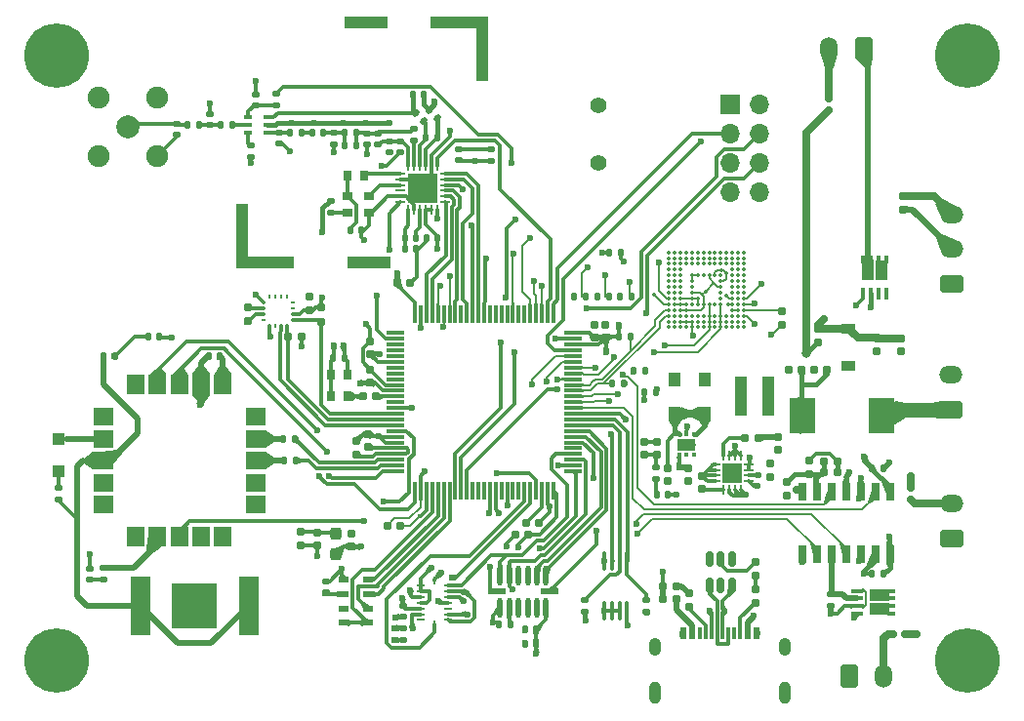
<source format=gbr>
%TF.GenerationSoftware,KiCad,Pcbnew,8.0.4*%
%TF.CreationDate,2025-03-29T22:20:15+07:00*%
%TF.ProjectId,FlightCom,466c6967-6874-4436-9f6d-2e6b69636164,rev?*%
%TF.SameCoordinates,Original*%
%TF.FileFunction,Copper,L1,Top*%
%TF.FilePolarity,Positive*%
%FSLAX46Y46*%
G04 Gerber Fmt 4.6, Leading zero omitted, Abs format (unit mm)*
G04 Created by KiCad (PCBNEW 8.0.4) date 2025-03-29 22:20:15*
%MOMM*%
%LPD*%
G01*
G04 APERTURE LIST*
G04 Aperture macros list*
%AMRoundRect*
0 Rectangle with rounded corners*
0 $1 Rounding radius*
0 $2 $3 $4 $5 $6 $7 $8 $9 X,Y pos of 4 corners*
0 Add a 4 corners polygon primitive as box body*
4,1,4,$2,$3,$4,$5,$6,$7,$8,$9,$2,$3,0*
0 Add four circle primitives for the rounded corners*
1,1,$1+$1,$2,$3*
1,1,$1+$1,$4,$5*
1,1,$1+$1,$6,$7*
1,1,$1+$1,$8,$9*
0 Add four rect primitives between the rounded corners*
20,1,$1+$1,$2,$3,$4,$5,0*
20,1,$1+$1,$4,$5,$6,$7,0*
20,1,$1+$1,$6,$7,$8,$9,0*
20,1,$1+$1,$8,$9,$2,$3,0*%
%AMFreePoly0*
4,1,17,0.503536,5.053536,0.505000,5.050000,0.505000,0.505000,4.480000,0.505000,4.483536,0.503536,4.485000,0.500000,4.485000,-0.500000,4.483536,-0.503536,4.480000,-0.505000,-0.500000,-0.505000,-0.503536,-0.503536,-0.505000,-0.500000,-0.505000,5.050000,-0.503536,5.053536,-0.500000,5.055000,0.500000,5.055000,0.503536,5.053536,0.503536,5.053536,$1*%
%AMFreePoly1*
4,1,17,0.503536,0.503536,0.505000,0.500000,0.505000,-5.050000,0.503536,-5.053536,0.500000,-5.055000,-0.500000,-5.055000,-0.503536,-5.053536,-0.505000,-5.050000,-0.505000,-0.505000,-4.480000,-0.505000,-4.483536,-0.503536,-4.485000,-0.500000,-4.485000,0.500000,-4.483536,0.503536,-4.480000,0.505000,0.500000,0.505000,0.503536,0.503536,0.503536,0.503536,$1*%
G04 Aperture macros list end*
%TA.AperFunction,SMDPad,CuDef*%
%ADD10RoundRect,0.135000X0.185000X-0.135000X0.185000X0.135000X-0.185000X0.135000X-0.185000X-0.135000X0*%
%TD*%
%TA.AperFunction,ComponentPad*%
%ADD11RoundRect,0.250001X0.499999X0.759999X-0.499999X0.759999X-0.499999X-0.759999X0.499999X-0.759999X0*%
%TD*%
%TA.AperFunction,ComponentPad*%
%ADD12O,1.500000X2.020000*%
%TD*%
%TA.AperFunction,ComponentPad*%
%ADD13C,5.600000*%
%TD*%
%TA.AperFunction,SMDPad,CuDef*%
%ADD14RoundRect,0.160000X0.160000X-0.197500X0.160000X0.197500X-0.160000X0.197500X-0.160000X-0.197500X0*%
%TD*%
%TA.AperFunction,SMDPad,CuDef*%
%ADD15RoundRect,0.140000X-0.140000X-0.170000X0.140000X-0.170000X0.140000X0.170000X-0.140000X0.170000X0*%
%TD*%
%TA.AperFunction,SMDPad,CuDef*%
%ADD16RoundRect,0.155000X-0.155000X0.212500X-0.155000X-0.212500X0.155000X-0.212500X0.155000X0.212500X0*%
%TD*%
%TA.AperFunction,SMDPad,CuDef*%
%ADD17RoundRect,0.140000X0.219203X0.021213X0.021213X0.219203X-0.219203X-0.021213X-0.021213X-0.219203X0*%
%TD*%
%TA.AperFunction,SMDPad,CuDef*%
%ADD18RoundRect,0.140000X0.140000X0.170000X-0.140000X0.170000X-0.140000X-0.170000X0.140000X-0.170000X0*%
%TD*%
%TA.AperFunction,SMDPad,CuDef*%
%ADD19RoundRect,0.135000X0.135000X0.185000X-0.135000X0.185000X-0.135000X-0.185000X0.135000X-0.185000X0*%
%TD*%
%TA.AperFunction,SMDPad,CuDef*%
%ADD20RoundRect,0.075000X-0.725000X-0.075000X0.725000X-0.075000X0.725000X0.075000X-0.725000X0.075000X0*%
%TD*%
%TA.AperFunction,SMDPad,CuDef*%
%ADD21RoundRect,0.075000X-0.075000X-0.725000X0.075000X-0.725000X0.075000X0.725000X-0.075000X0.725000X0*%
%TD*%
%TA.AperFunction,SMDPad,CuDef*%
%ADD22RoundRect,0.155000X0.212500X0.155000X-0.212500X0.155000X-0.212500X-0.155000X0.212500X-0.155000X0*%
%TD*%
%TA.AperFunction,SMDPad,CuDef*%
%ADD23R,0.990000X0.410000*%
%TD*%
%TA.AperFunction,SMDPad,CuDef*%
%ADD24R,0.760000X0.410000*%
%TD*%
%TA.AperFunction,SMDPad,CuDef*%
%ADD25R,1.725000X0.990000*%
%TD*%
%TA.AperFunction,SMDPad,CuDef*%
%ADD26R,0.950000X0.550000*%
%TD*%
%TA.AperFunction,ComponentPad*%
%ADD27RoundRect,0.250001X0.759999X-0.499999X0.759999X0.499999X-0.759999X0.499999X-0.759999X-0.499999X0*%
%TD*%
%TA.AperFunction,ComponentPad*%
%ADD28O,2.020000X1.500000*%
%TD*%
%TA.AperFunction,SMDPad,CuDef*%
%ADD29RoundRect,0.155000X-0.212500X-0.155000X0.212500X-0.155000X0.212500X0.155000X-0.212500X0.155000X0*%
%TD*%
%TA.AperFunction,SMDPad,CuDef*%
%ADD30RoundRect,0.135000X-0.135000X-0.185000X0.135000X-0.185000X0.135000X0.185000X-0.135000X0.185000X0*%
%TD*%
%TA.AperFunction,SMDPad,CuDef*%
%ADD31R,2.300000X3.150000*%
%TD*%
%TA.AperFunction,SMDPad,CuDef*%
%ADD32RoundRect,0.140000X-0.170000X0.140000X-0.170000X-0.140000X0.170000X-0.140000X0.170000X0.140000X0*%
%TD*%
%TA.AperFunction,ComponentPad*%
%ADD33C,1.398000*%
%TD*%
%TA.AperFunction,SMDPad,CuDef*%
%ADD34RoundRect,0.147500X0.172500X-0.147500X0.172500X0.147500X-0.172500X0.147500X-0.172500X-0.147500X0*%
%TD*%
%TA.AperFunction,SMDPad,CuDef*%
%ADD35R,0.650000X1.525000*%
%TD*%
%TA.AperFunction,SMDPad,CuDef*%
%ADD36R,0.980000X3.400000*%
%TD*%
%TA.AperFunction,SMDPad,CuDef*%
%ADD37RoundRect,0.160000X-0.160000X0.197500X-0.160000X-0.197500X0.160000X-0.197500X0.160000X0.197500X0*%
%TD*%
%TA.AperFunction,SMDPad,CuDef*%
%ADD38RoundRect,0.160000X-0.197500X-0.160000X0.197500X-0.160000X0.197500X0.160000X-0.197500X0.160000X0*%
%TD*%
%TA.AperFunction,SMDPad,CuDef*%
%ADD39RoundRect,0.150000X0.150000X-0.512500X0.150000X0.512500X-0.150000X0.512500X-0.150000X-0.512500X0*%
%TD*%
%TA.AperFunction,SMDPad,CuDef*%
%ADD40R,0.800000X0.250000*%
%TD*%
%TA.AperFunction,SMDPad,CuDef*%
%ADD41R,0.250000X0.800000*%
%TD*%
%TA.AperFunction,SMDPad,CuDef*%
%ADD42RoundRect,0.147500X0.147500X0.172500X-0.147500X0.172500X-0.147500X-0.172500X0.147500X-0.172500X0*%
%TD*%
%TA.AperFunction,SMDPad,CuDef*%
%ADD43RoundRect,0.160000X0.197500X0.160000X-0.197500X0.160000X-0.197500X-0.160000X0.197500X-0.160000X0*%
%TD*%
%TA.AperFunction,SMDPad,CuDef*%
%ADD44RoundRect,0.135000X-0.185000X0.135000X-0.185000X-0.135000X0.185000X-0.135000X0.185000X0.135000X0*%
%TD*%
%TA.AperFunction,SMDPad,CuDef*%
%ADD45RoundRect,0.140000X0.170000X-0.140000X0.170000X0.140000X-0.170000X0.140000X-0.170000X-0.140000X0*%
%TD*%
%TA.AperFunction,SMDPad,CuDef*%
%ADD46RoundRect,0.062500X-0.062500X0.350000X-0.062500X-0.350000X0.062500X-0.350000X0.062500X0.350000X0*%
%TD*%
%TA.AperFunction,SMDPad,CuDef*%
%ADD47RoundRect,0.062500X-0.350000X0.062500X-0.350000X-0.062500X0.350000X-0.062500X0.350000X0.062500X0*%
%TD*%
%TA.AperFunction,HeatsinkPad*%
%ADD48C,0.500000*%
%TD*%
%TA.AperFunction,HeatsinkPad*%
%ADD49R,1.680000X1.680000*%
%TD*%
%TA.AperFunction,SMDPad,CuDef*%
%ADD50R,0.900000X0.800000*%
%TD*%
%TA.AperFunction,SMDPad,CuDef*%
%ADD51R,0.410000X0.990000*%
%TD*%
%TA.AperFunction,SMDPad,CuDef*%
%ADD52R,0.410000X0.760000*%
%TD*%
%TA.AperFunction,SMDPad,CuDef*%
%ADD53R,0.990000X1.725000*%
%TD*%
%TA.AperFunction,SMDPad,CuDef*%
%ADD54R,0.780000X0.350000*%
%TD*%
%TA.AperFunction,SMDPad,CuDef*%
%ADD55RoundRect,0.140000X-0.219203X-0.021213X-0.021213X-0.219203X0.219203X0.021213X0.021213X0.219203X0*%
%TD*%
%TA.AperFunction,SMDPad,CuDef*%
%ADD56RoundRect,0.155000X0.155000X-0.212500X0.155000X0.212500X-0.155000X0.212500X-0.155000X-0.212500X0*%
%TD*%
%TA.AperFunction,SMDPad,CuDef*%
%ADD57RoundRect,0.147500X-0.147500X-0.172500X0.147500X-0.172500X0.147500X0.172500X-0.147500X0.172500X0*%
%TD*%
%TA.AperFunction,SMDPad,CuDef*%
%ADD58FreePoly0,0.000000*%
%TD*%
%TA.AperFunction,SMDPad,CuDef*%
%ADD59R,3.800000X1.000000*%
%TD*%
%TA.AperFunction,SMDPad,CuDef*%
%ADD60FreePoly1,0.000000*%
%TD*%
%TA.AperFunction,SMDPad,CuDef*%
%ADD61RoundRect,0.093750X0.106250X-0.093750X0.106250X0.093750X-0.106250X0.093750X-0.106250X-0.093750X0*%
%TD*%
%TA.AperFunction,HeatsinkPad*%
%ADD62R,1.600000X1.000000*%
%TD*%
%TA.AperFunction,SMDPad,CuDef*%
%ADD63RoundRect,0.250000X0.300000X-0.300000X0.300000X0.300000X-0.300000X0.300000X-0.300000X-0.300000X0*%
%TD*%
%TA.AperFunction,SMDPad,CuDef*%
%ADD64R,0.450000X0.250000*%
%TD*%
%TA.AperFunction,SMDPad,CuDef*%
%ADD65R,0.250000X0.450000*%
%TD*%
%TA.AperFunction,SMDPad,CuDef*%
%ADD66RoundRect,0.147500X-0.172500X0.147500X-0.172500X-0.147500X0.172500X-0.147500X0.172500X0.147500X0*%
%TD*%
%TA.AperFunction,SMDPad,CuDef*%
%ADD67R,1.120000X1.240000*%
%TD*%
%TA.AperFunction,SMDPad,CuDef*%
%ADD68O,0.450000X1.770000*%
%TD*%
%TA.AperFunction,SMDPad,CuDef*%
%ADD69R,1.550000X0.600000*%
%TD*%
%TA.AperFunction,SMDPad,CuDef*%
%ADD70C,0.350000*%
%TD*%
%TA.AperFunction,ComponentPad*%
%ADD71RoundRect,0.250001X-0.499999X-0.759999X0.499999X-0.759999X0.499999X0.759999X-0.499999X0.759999X0*%
%TD*%
%TA.AperFunction,SMDPad,CuDef*%
%ADD72R,1.803400X1.498600*%
%TD*%
%TA.AperFunction,SMDPad,CuDef*%
%ADD73R,1.498600X1.803400*%
%TD*%
%TA.AperFunction,SMDPad,CuDef*%
%ADD74R,1.220000X0.910000*%
%TD*%
%TA.AperFunction,SMDPad,CuDef*%
%ADD75RoundRect,0.237500X0.237500X-0.287500X0.237500X0.287500X-0.237500X0.287500X-0.237500X-0.287500X0*%
%TD*%
%TA.AperFunction,ComponentPad*%
%ADD76C,2.006600*%
%TD*%
%TA.AperFunction,ComponentPad*%
%ADD77C,1.905000*%
%TD*%
%TA.AperFunction,SMDPad,CuDef*%
%ADD78R,3.960000X3.960000*%
%TD*%
%TA.AperFunction,SMDPad,CuDef*%
%ADD79R,1.780000X5.080000*%
%TD*%
%TA.AperFunction,SMDPad,CuDef*%
%ADD80RoundRect,0.062500X-0.350000X-0.062500X0.350000X-0.062500X0.350000X0.062500X-0.350000X0.062500X0*%
%TD*%
%TA.AperFunction,SMDPad,CuDef*%
%ADD81RoundRect,0.062500X-0.062500X-0.350000X0.062500X-0.350000X0.062500X0.350000X-0.062500X0.350000X0*%
%TD*%
%TA.AperFunction,HeatsinkPad*%
%ADD82R,2.600000X2.600000*%
%TD*%
%TA.AperFunction,ComponentPad*%
%ADD83R,1.700000X1.700000*%
%TD*%
%TA.AperFunction,ComponentPad*%
%ADD84O,1.700000X1.700000*%
%TD*%
%TA.AperFunction,ComponentPad*%
%ADD85O,1.050000X1.950000*%
%TD*%
%TA.AperFunction,ComponentPad*%
%ADD86O,1.050000X1.550000*%
%TD*%
%TA.AperFunction,SMDPad,CuDef*%
%ADD87R,0.600000X1.100000*%
%TD*%
%TA.AperFunction,SMDPad,CuDef*%
%ADD88R,0.300000X1.100000*%
%TD*%
%TA.AperFunction,SMDPad,CuDef*%
%ADD89O,0.360000X1.660000*%
%TD*%
%TA.AperFunction,SMDPad,CuDef*%
%ADD90R,0.800000X0.860000*%
%TD*%
%TA.AperFunction,SMDPad,CuDef*%
%ADD91R,0.800000X0.900000*%
%TD*%
%TA.AperFunction,ViaPad*%
%ADD92C,0.600000*%
%TD*%
%TA.AperFunction,ViaPad*%
%ADD93C,0.350000*%
%TD*%
%TA.AperFunction,ViaPad*%
%ADD94C,0.800000*%
%TD*%
%TA.AperFunction,ViaPad*%
%ADD95C,0.400000*%
%TD*%
%TA.AperFunction,Conductor*%
%ADD96C,0.300000*%
%TD*%
%TA.AperFunction,Conductor*%
%ADD97C,0.500000*%
%TD*%
%TA.AperFunction,Conductor*%
%ADD98C,0.700000*%
%TD*%
%TA.AperFunction,Conductor*%
%ADD99C,0.400000*%
%TD*%
%TA.AperFunction,Conductor*%
%ADD100C,0.200000*%
%TD*%
%TA.AperFunction,Conductor*%
%ADD101C,0.342400*%
%TD*%
%TA.AperFunction,Conductor*%
%ADD102C,1.250000*%
%TD*%
G04 APERTURE END LIST*
D10*
%TO.P,R23,2*%
%TO.N,Net-(J11-Pin_2)*%
X162000000Y-61200000D03*
%TO.P,R23,1*%
%TO.N,VBAT+*%
X162000000Y-62220000D03*
%TD*%
D11*
%TO.P,J11,1,Pin_1*%
%TO.N,Net-(J11-Pin_1)*%
X165000000Y-56850000D03*
D12*
%TO.P,J11,2,Pin_2*%
%TO.N,Net-(J11-Pin_2)*%
X162000000Y-56850000D03*
%TD*%
D13*
%TO.P,H4,1*%
%TO.N,N/C*%
X174000000Y-110000000D03*
%TD*%
D14*
%TO.P,R37,1*%
%TO.N,/PWM_PD*%
X160300000Y-93797500D03*
%TO.P,R37,2*%
%TO.N,VBAT-*%
X160300000Y-92602500D03*
%TD*%
D15*
%TO.P,C32,1*%
%TO.N,VBAT-*%
X135620000Y-108490000D03*
%TO.P,C32,2*%
%TO.N,+3.3V*%
X136580000Y-108490000D03*
%TD*%
D16*
%TO.P,C26,1*%
%TO.N,VBAT-*%
X147025000Y-90982500D03*
%TO.P,C26,2*%
%TO.N,+3.3V*%
X147025000Y-92117500D03*
%TD*%
D17*
%TO.P,C54,1*%
%TO.N,Net-(U11-RFI_N)*%
X126839411Y-63139411D03*
%TO.P,C54,2*%
%TO.N,RF2*%
X126160589Y-62460589D03*
%TD*%
D18*
%TO.P,C57,1*%
%TO.N,Net-(C53-Pad2)*%
X118110000Y-64200000D03*
%TO.P,C57,2*%
%TO.N,Net-(C57-Pad2)*%
X117150000Y-64200000D03*
%TD*%
D15*
%TO.P,C60,1*%
%TO.N,Backup*%
X99075000Y-83575000D03*
%TO.P,C60,2*%
%TO.N,VBAT-*%
X100035000Y-83575000D03*
%TD*%
D19*
%TO.P,R20,1*%
%TO.N,GNSS_RX*%
X115685000Y-90725000D03*
%TO.P,R20,2*%
%TO.N,Net-(U13-RXD)*%
X114665000Y-90725000D03*
%TD*%
D20*
%TO.P,U5,1,PE2*%
%TO.N,unconnected-(U5-PE2-Pad1)*%
X124400000Y-81550000D03*
%TO.P,U5,2,PE3*%
%TO.N,PWM_Buzzer*%
X124400000Y-82050000D03*
%TO.P,U5,3,PE4*%
%TO.N,unconnected-(U5-PE4-Pad3)*%
X124400000Y-82550000D03*
%TO.P,U5,4,PE5*%
%TO.N,unconnected-(U5-PE5-Pad4)*%
X124400000Y-83050000D03*
%TO.P,U5,5,PE6*%
%TO.N,unconnected-(U5-PE6-Pad5)*%
X124400000Y-83550000D03*
%TO.P,U5,6,VBAT*%
%TO.N,+3.3V*%
X124400000Y-84050000D03*
%TO.P,U5,7,PC13*%
%TO.N,unconnected-(U5-PC13-Pad7)*%
X124400000Y-84550000D03*
%TO.P,U5,8,PC14*%
%TO.N,unconnected-(U5-PC14-Pad8)*%
X124400000Y-85050000D03*
%TO.P,U5,9,PC15*%
%TO.N,unconnected-(U5-PC15-Pad9)*%
X124400000Y-85550000D03*
%TO.P,U5,10,VSS*%
%TO.N,VBAT-*%
X124400000Y-86050000D03*
%TO.P,U5,11,VDD*%
%TO.N,+3.3V*%
X124400000Y-86550000D03*
%TO.P,U5,12,PH0*%
%TO.N,HSE_IN*%
X124400000Y-87050000D03*
%TO.P,U5,13,PH1*%
%TO.N,HSE_OUT*%
X124400000Y-87550000D03*
%TO.P,U5,14,NRST*%
%TO.N,nRST*%
X124400000Y-88050000D03*
%TO.P,U5,15,PC0*%
%TO.N,MMC5983MA_SCL*%
X124400000Y-88550000D03*
%TO.P,U5,16,PC1*%
%TO.N,MMC5983MA_SDA*%
X124400000Y-89050000D03*
%TO.P,U5,17,PC2*%
%TO.N,MMC5983MA_INT*%
X124400000Y-89550000D03*
%TO.P,U5,18,PC3*%
%TO.N,GNSS_SafeBoot*%
X124400000Y-90050000D03*
%TO.P,U5,19,VSSA*%
%TO.N,VBAT-*%
X124400000Y-90550000D03*
%TO.P,U5,20,VREF-*%
X124400000Y-91050000D03*
%TO.P,U5,21,VREF+*%
%TO.N,VREF+*%
X124400000Y-91550000D03*
%TO.P,U5,22,VDDA*%
X124400000Y-92050000D03*
%TO.P,U5,23,PA0*%
%TO.N,GNSS_RX*%
X124400000Y-92550000D03*
%TO.P,U5,24,PA1*%
%TO.N,GNSS_TX*%
X124400000Y-93050000D03*
%TO.P,U5,25,PA2*%
%TO.N,GNSS_Reset*%
X124400000Y-93550000D03*
D21*
%TO.P,U5,26,PA3*%
%TO.N,GNSS_INT*%
X126075000Y-95225000D03*
%TO.P,U5,27,VSS*%
%TO.N,VBAT-*%
X126575000Y-95225000D03*
%TO.P,U5,28,VDD*%
%TO.N,+3.3V*%
X127075000Y-95225000D03*
%TO.P,U5,29,PA4*%
%TO.N,MS5607_NSS*%
X127575000Y-95225000D03*
%TO.P,U5,30,PA5*%
%TO.N,MS5607_SCLK*%
X128075000Y-95225000D03*
%TO.P,U5,31,PA6*%
%TO.N,MS5607_MISO*%
X128575000Y-95225000D03*
%TO.P,U5,32,PA7*%
%TO.N,MS5607_MOSI*%
X129075000Y-95225000D03*
%TO.P,U5,33,PC4*%
%TO.N,COMPANION_RX*%
X129575000Y-95225000D03*
%TO.P,U5,34,PC5*%
%TO.N,COMPANION_TX*%
X130075000Y-95225000D03*
%TO.P,U5,35,PB0*%
%TO.N,BAT_LEVEL*%
X130575000Y-95225000D03*
%TO.P,U5,36,PB1*%
%TO.N,unconnected-(U5-PB1-Pad36)*%
X131075000Y-95225000D03*
%TO.P,U5,37,PB2*%
%TO.N,unconnected-(U5-PB2-Pad37)*%
X131575000Y-95225000D03*
%TO.P,U5,38,PE7*%
%TO.N,unconnected-(U5-PE7-Pad38)*%
X132075000Y-95225000D03*
%TO.P,U5,39,PE8*%
%TO.N,BCD*%
X132575000Y-95225000D03*
%TO.P,U5,40,PE9*%
%TO.N,PWM_A*%
X133075000Y-95225000D03*
%TO.P,U5,41,PE10*%
%TO.N,unconnected-(U5-PE10-Pad41)*%
X133575000Y-95225000D03*
%TO.P,U5,42,PE11*%
%TO.N,PWM_B*%
X134075000Y-95225000D03*
%TO.P,U5,43,PE12*%
%TO.N,unconnected-(U5-PE12-Pad43)*%
X134575000Y-95225000D03*
%TO.P,U5,44,PE13*%
%TO.N,unconnected-(U5-PE13-Pad44)*%
X135075000Y-95225000D03*
%TO.P,U5,45,PE14*%
%TO.N,BMI088_ACCEL_INT*%
X135575000Y-95225000D03*
%TO.P,U5,46,PE15*%
%TO.N,BMI088_GYRO_INT*%
X136075000Y-95225000D03*
%TO.P,U5,47,PB10*%
%TO.N,BMI088_GYRO_CS*%
X136575000Y-95225000D03*
%TO.P,U5,48,VCAP*%
%TO.N,Net-(U5-VCAP)*%
X137075000Y-95225000D03*
%TO.P,U5,49,VSS*%
%TO.N,VBAT-*%
X137575000Y-95225000D03*
%TO.P,U5,50,VDD*%
%TO.N,+3.3V*%
X138075000Y-95225000D03*
D20*
%TO.P,U5,51,PB12*%
%TO.N,BMI088_ACCEL_CS*%
X139750000Y-93550000D03*
%TO.P,U5,52,PB13*%
%TO.N,ADXL375_SCLK*%
X139750000Y-93050000D03*
%TO.P,U5,53,PB14*%
%TO.N,ADXL375_SDO*%
X139750000Y-92550000D03*
%TO.P,U5,54,PB15*%
%TO.N,ADXL375_SDI*%
X139750000Y-92050000D03*
%TO.P,U5,55,PD8*%
%TO.N,unconnected-(U5-PD8-Pad55)*%
X139750000Y-91550000D03*
%TO.P,U5,56,PD9*%
%TO.N,ADXL375_CS*%
X139750000Y-91050000D03*
%TO.P,U5,57,PD10*%
%TO.N,ADXL375_INT2*%
X139750000Y-90550000D03*
%TO.P,U5,58,PD11*%
%TO.N,ADXL375_INT1*%
X139750000Y-90050000D03*
%TO.P,U5,59,PD12*%
%TO.N,TMP275_SCL*%
X139750000Y-89550000D03*
%TO.P,U5,60,PD13*%
%TO.N,TMP275_SDA*%
X139750000Y-89050000D03*
%TO.P,U5,61,PD14*%
%TO.N,TMP275_ALERT*%
X139750000Y-88550000D03*
%TO.P,U5,62,PD15*%
%TO.N,PWM_C*%
X139750000Y-88050000D03*
%TO.P,U5,63,PC6*%
%TO.N,EMMC_DAT6*%
X139750000Y-87550000D03*
%TO.P,U5,64,PC7*%
%TO.N,EMMC_DAT7*%
X139750000Y-87050000D03*
%TO.P,U5,65,PC8*%
%TO.N,EMMC_DAT0*%
X139750000Y-86550000D03*
%TO.P,U5,66,PC9*%
%TO.N,EMMC_DAT1*%
X139750000Y-86050000D03*
%TO.P,U5,67,PA8*%
%TO.N,EMMC_DATASTROBE*%
X139750000Y-85550000D03*
%TO.P,U5,68,PA9*%
%TO.N,EMMC_RSTN*%
X139750000Y-85050000D03*
%TO.P,U5,69,PA10*%
%TO.N,PWM_D*%
X139750000Y-84550000D03*
%TO.P,U5,70,PA11*%
%TO.N,USB_DN*%
X139750000Y-84050000D03*
%TO.P,U5,71,PA12*%
%TO.N,USB_DP*%
X139750000Y-83550000D03*
%TO.P,U5,72,PA13*%
%TO.N,SWDIO*%
X139750000Y-83050000D03*
%TO.P,U5,73,VDDUSB*%
%TO.N,+3.3V*%
X139750000Y-82550000D03*
%TO.P,U5,74,VSS*%
%TO.N,VBAT-*%
X139750000Y-82050000D03*
%TO.P,U5,75,VDD*%
%TO.N,+3.3V*%
X139750000Y-81550000D03*
D21*
%TO.P,U5,76,PA14*%
%TO.N,SWCLK*%
X138075000Y-79875000D03*
%TO.P,U5,77,PA15*%
%TO.N,SX1262_NSS*%
X137575000Y-79875000D03*
%TO.P,U5,78,PC10*%
%TO.N,EMMC_DAT2*%
X137075000Y-79875000D03*
%TO.P,U5,79,PC11*%
%TO.N,EMMC_DAT3*%
X136575000Y-79875000D03*
%TO.P,U5,80,PC12*%
%TO.N,EMMC_CLK*%
X136075000Y-79875000D03*
%TO.P,U5,81,PD0*%
%TO.N,unconnected-(U5-PD0-Pad81)*%
X135575000Y-79875000D03*
%TO.P,U5,82,PD1*%
%TO.N,unconnected-(U5-PD1-Pad82)*%
X135075000Y-79875000D03*
%TO.P,U5,83,PD2*%
%TO.N,EMMC_CMD*%
X134575000Y-79875000D03*
%TO.P,U5,84,PD3*%
%TO.N,unconnected-(U5-PD3-Pad84)*%
X134075000Y-79875000D03*
%TO.P,U5,85,PD4*%
%TO.N,unconnected-(U5-PD4-Pad85)*%
X133575000Y-79875000D03*
%TO.P,U5,86,PD5*%
%TO.N,unconnected-(U5-PD5-Pad86)*%
X133075000Y-79875000D03*
%TO.P,U5,87,PD6*%
%TO.N,SX1262_DIO2*%
X132575000Y-79875000D03*
%TO.P,U5,88,PD7*%
%TO.N,SX1262_DIO3*%
X132075000Y-79875000D03*
%TO.P,U5,89,PB3*%
%TO.N,SX1262_SCK*%
X131575000Y-79875000D03*
%TO.P,U5,90,PB4*%
%TO.N,SX1262_MISO*%
X131075000Y-79875000D03*
%TO.P,U5,91,PB5*%
%TO.N,SX1262_MOSI*%
X130575000Y-79875000D03*
%TO.P,U5,92,PB6*%
%TO.N,unconnected-(U5-PB6-Pad92)*%
X130075000Y-79875000D03*
%TO.P,U5,93,PB7*%
%TO.N,SX1262_RST*%
X129575000Y-79875000D03*
%TO.P,U5,94,PH3*%
%TO.N,BOOT0*%
X129075000Y-79875000D03*
%TO.P,U5,95,PB8*%
%TO.N,EMMC_DAT4*%
X128575000Y-79875000D03*
%TO.P,U5,96,PB9*%
%TO.N,EMMC_DAT5*%
X128075000Y-79875000D03*
%TO.P,U5,97,PE0*%
%TO.N,SX1262_BUSY*%
X127575000Y-79875000D03*
%TO.P,U5,98,PE1*%
%TO.N,SX1262_DIO1*%
X127075000Y-79875000D03*
%TO.P,U5,99,VSS*%
%TO.N,VBAT-*%
X126575000Y-79875000D03*
%TO.P,U5,100,VDD*%
%TO.N,+3.3V*%
X126075000Y-79875000D03*
%TD*%
D22*
%TO.P,C17,1*%
%TO.N,VBAT-*%
X125667500Y-77200000D03*
%TO.P,C17,2*%
%TO.N,+3.3V*%
X124532500Y-77200000D03*
%TD*%
D23*
%TO.P,Q4,1*%
%TO.N,VBAT-*%
X164400000Y-103920000D03*
%TO.P,Q4,2*%
%TO.N,PYRO_A*%
X164400000Y-104580000D03*
%TO.P,Q4,3*%
%TO.N,VBAT-*%
X164400000Y-105240000D03*
%TO.P,Q4,4*%
%TO.N,PYRO_B*%
X164400000Y-105900000D03*
D24*
%TO.P,Q4,5*%
%TO.N,Net-(J8-Pin_1)*%
X167385000Y-105900000D03*
%TO.P,Q4,6*%
X167385000Y-105240000D03*
%TO.P,Q4,7*%
%TO.N,Net-(J7-Pin_1)*%
X167385000Y-104580000D03*
%TO.P,Q4,8*%
X167385000Y-103920000D03*
D25*
%TO.P,Q4,9*%
X166392500Y-104302500D03*
%TO.P,Q4,10*%
%TO.N,Net-(J8-Pin_1)*%
X166392500Y-105517500D03*
%TD*%
D22*
%TO.P,C12,1*%
%TO.N,+3.3V*%
X135917500Y-99050000D03*
%TO.P,C12,2*%
%TO.N,VBAT-*%
X134782500Y-99050000D03*
%TD*%
D26*
%TO.P,U9,1,VDD*%
%TO.N,+3.3V*%
X119851250Y-102948750D03*
%TO.P,U9,2,PS*%
%TO.N,VBAT-*%
X119851250Y-104198750D03*
%TO.P,U9,3,GND*%
X119851250Y-105448750D03*
%TO.P,U9,4,CSB*%
%TO.N,MS5607_NSS*%
X119851250Y-106698750D03*
%TO.P,U9,5,CSB*%
X122001250Y-106698750D03*
%TO.P,U9,6,SDO*%
%TO.N,MS5607_MISO*%
X122001250Y-105448750D03*
%TO.P,U9,7,SDI/SDA*%
%TO.N,MS5607_MOSI*%
X122001250Y-104198750D03*
%TO.P,U9,8,SCLK*%
%TO.N,MS5607_SCLK*%
X122001250Y-102948750D03*
%TD*%
D15*
%TO.P,C46,1*%
%TO.N,Net-(U11-VREG)*%
X125220000Y-74250000D03*
%TO.P,C46,2*%
%TO.N,VBAT-*%
X126180000Y-74250000D03*
%TD*%
D27*
%TO.P,J10,1,Pin_1*%
%TO.N,SERVO_A*%
X172635000Y-77250000D03*
D28*
%TO.P,J10,2,Pin_2*%
%TO.N,VBAT-*%
X172635000Y-74250000D03*
%TO.P,J10,3,Pin_3*%
%TO.N,+5V*%
X172635000Y-71250000D03*
%TD*%
D29*
%TO.P,C25,1*%
%TO.N,VBAT-*%
X160700000Y-84750000D03*
%TO.P,C25,2*%
%TO.N,VBAT+*%
X161835000Y-84750000D03*
%TD*%
D30*
%TO.P,R3,1*%
%TO.N,+3.3V*%
X145050000Y-84850000D03*
%TO.P,R3,2*%
%TO.N,EMMC_DAT7*%
X146070000Y-84850000D03*
%TD*%
D16*
%TO.P,C14,1*%
%TO.N,VREF+*%
X116200000Y-98832500D03*
%TO.P,C14,2*%
%TO.N,VBAT-*%
X116200000Y-99967500D03*
%TD*%
D19*
%TO.P,R33,1*%
%TO.N,VBAT-*%
X166710000Y-93250000D03*
%TO.P,R33,2*%
%TO.N,PYRO_C*%
X165690000Y-93250000D03*
%TD*%
D31*
%TO.P,D1,1,K*%
%TO.N,VBAT+*%
X159650000Y-88700000D03*
%TO.P,D1,2,A*%
%TO.N,Net-(D1-A)*%
X166550000Y-88700000D03*
%TD*%
D29*
%TO.P,C24,1*%
%TO.N,VBAT-*%
X158482500Y-84750000D03*
%TO.P,C24,2*%
%TO.N,VBAT+*%
X159617500Y-84750000D03*
%TD*%
D32*
%TO.P,C40,1*%
%TO.N,+3.3V*%
X132650000Y-65620000D03*
%TO.P,C40,2*%
%TO.N,VBAT-*%
X132650000Y-66580000D03*
%TD*%
D33*
%TO.P,LS1,1*%
%TO.N,PWM_Buzzer*%
X141950000Y-66750000D03*
%TO.P,LS1,2*%
%TO.N,VBAT-*%
X141950000Y-61750000D03*
%TD*%
D34*
%TO.P,L4,1*%
%TO.N,Net-(U11-RFO)*%
X125950000Y-64820000D03*
%TO.P,L4,2*%
%TO.N,Net-(C52-Pad1)*%
X125950000Y-63850000D03*
%TD*%
D35*
%TO.P,IC1,1,1~{OE}*%
%TO.N,/PWM_PD*%
X159640000Y-100762000D03*
%TO.P,IC1,2,1A*%
%TO.N,PWM_A*%
X160910000Y-100762000D03*
%TO.P,IC1,3,1Y*%
%TO.N,PYRO_A*%
X162180000Y-100762000D03*
%TO.P,IC1,4,2~{OE}*%
%TO.N,PWM_B*%
X163450000Y-100762000D03*
%TO.P,IC1,5,2A*%
%TO.N,/PWM_PD*%
X164720000Y-100762000D03*
%TO.P,IC1,6,2Y*%
%TO.N,PYRO_B*%
X165990000Y-100762000D03*
%TO.P,IC1,7,GND*%
%TO.N,VBAT-*%
X167260000Y-100762000D03*
%TO.P,IC1,8,3Y*%
%TO.N,PYRO_C*%
X167260000Y-95338000D03*
%TO.P,IC1,9,3A*%
%TO.N,PWM_C*%
X165990000Y-95338000D03*
%TO.P,IC1,10,3~{OE}*%
%TO.N,/PWM_PD*%
X164720000Y-95338000D03*
%TO.P,IC1,11,4Y*%
%TO.N,SERVO_A*%
X163450000Y-95338000D03*
%TO.P,IC1,12,4A*%
%TO.N,PWM_D*%
X162180000Y-95338000D03*
%TO.P,IC1,13,4~{OE}*%
%TO.N,/PWM_PD*%
X160910000Y-95338000D03*
%TO.P,IC1,14,VCC*%
%TO.N,+5V*%
X159640000Y-95338000D03*
%TD*%
D36*
%TO.P,L1,1*%
%TO.N,+5V*%
X156695000Y-87050000D03*
%TO.P,L1,2*%
%TO.N,Net-(L1-Pad2)*%
X154325000Y-87050000D03*
%TD*%
D37*
%TO.P,R5,1*%
%TO.N,VBAT-*%
X149850000Y-104152500D03*
%TO.P,R5,2*%
%TO.N,Net-(USB1-CC1)*%
X149850000Y-105347500D03*
%TD*%
D19*
%TO.P,R45,1*%
%TO.N,+3.3V*%
X144210000Y-85950000D03*
%TO.P,R45,2*%
%TO.N,EMMC_DAT0*%
X143190000Y-85950000D03*
%TD*%
D38*
%TO.P,R8,1*%
%TO.N,BCD*%
X147552500Y-103500000D03*
%TO.P,R8,2*%
%TO.N,VBAT-*%
X148747500Y-103500000D03*
%TD*%
D39*
%TO.P,U4,1,I/O1*%
%TO.N,D+*%
X151650000Y-103450000D03*
%TO.P,U4,2,GND*%
%TO.N,VBAT-*%
X152600000Y-103450000D03*
%TO.P,U4,3,I/O2*%
%TO.N,D-*%
X153550000Y-103450000D03*
%TO.P,U4,4,I/O2*%
%TO.N,USB_DN*%
X153550000Y-101175000D03*
%TO.P,U4,5,VBUS*%
%TO.N,VBUS*%
X152600000Y-101175000D03*
%TO.P,U4,6,I/O1*%
%TO.N,USB_DP*%
X151650000Y-101175000D03*
%TD*%
D40*
%TO.P,U6,1,INT2*%
%TO.N,unconnected-(U6-INT2-Pad1)*%
X126575000Y-106450000D03*
%TO.P,U6,2,NC*%
%TO.N,VBAT-*%
X126575000Y-105950000D03*
%TO.P,U6,3,VDD*%
%TO.N,+3.3V*%
X126575000Y-105450000D03*
%TO.P,U6,4,GNDA*%
%TO.N,VBAT-*%
X126575000Y-104950000D03*
%TO.P,U6,5,CSB2*%
%TO.N,BMI088_GYRO_CS*%
X126575000Y-104450000D03*
%TO.P,U6,6,GNDIO*%
%TO.N,VBAT-*%
X126575000Y-103950000D03*
%TO.P,U6,7,PS*%
X126575000Y-103450000D03*
D41*
%TO.P,U6,8,SCL/SCK*%
%TO.N,ADXL375_SCLK*%
X127775000Y-103040000D03*
D40*
%TO.P,U6,9,SDA/SDI*%
%TO.N,ADXL375_SDI*%
X128975000Y-103450000D03*
%TO.P,U6,10,SDO2*%
%TO.N,ADXL375_SDO*%
X128975000Y-103950000D03*
%TO.P,U6,11,VDDIO*%
%TO.N,+3.3V*%
X128975000Y-104450000D03*
%TO.P,U6,12,INT3*%
%TO.N,BMI088_GYRO_INT*%
X128975000Y-104950000D03*
%TO.P,U6,13,INT4*%
%TO.N,unconnected-(U6-INT4-Pad13)*%
X128975000Y-105450000D03*
%TO.P,U6,14,CSB1*%
%TO.N,BMI088_ACCEL_CS*%
X128975000Y-105950000D03*
%TO.P,U6,15,SDO1*%
%TO.N,ADXL375_SDO*%
X128975000Y-106450000D03*
D41*
%TO.P,U6,16,INT1*%
%TO.N,BMI088_ACCEL_INT*%
X127775000Y-106860000D03*
%TD*%
D32*
%TO.P,C49,1*%
%TO.N,Net-(U11-VR_PA)*%
X124800000Y-64900000D03*
%TO.P,C49,2*%
%TO.N,VBAT-*%
X124800000Y-65860000D03*
%TD*%
D42*
%TO.P,L7,1*%
%TO.N,Net-(C52-Pad1)*%
X120970000Y-64200000D03*
%TO.P,L7,2*%
%TO.N,Net-(C53-Pad2)*%
X120000000Y-64200000D03*
%TD*%
D43*
%TO.P,R4,1*%
%TO.N,+5V*%
X155892500Y-90682500D03*
%TO.P,R4,2*%
%TO.N,Net-(U1-PG)*%
X154697500Y-90682500D03*
%TD*%
D44*
%TO.P,R16,1*%
%TO.N,VBAT+*%
X169050000Y-94940000D03*
%TO.P,R16,2*%
%TO.N,Net-(J7-Pin_2)*%
X169050000Y-95960000D03*
%TD*%
D37*
%TO.P,R36,1*%
%TO.N,/PWM_PD*%
X158300000Y-94502500D03*
%TO.P,R36,2*%
%TO.N,VBAT-*%
X158300000Y-95697500D03*
%TD*%
D18*
%TO.P,C3,1*%
%TO.N,+3.3V*%
X119950000Y-83750000D03*
%TO.P,C3,2*%
%TO.N,VBAT-*%
X118990000Y-83750000D03*
%TD*%
D16*
%TO.P,C18,1*%
%TO.N,VBAT-*%
X156900000Y-92882500D03*
%TO.P,C18,2*%
%TO.N,VBAT+*%
X156900000Y-94017500D03*
%TD*%
D15*
%TO.P,C36,1*%
%TO.N,VBAT-*%
X102940000Y-81850000D03*
%TO.P,C36,2*%
%TO.N,+3.3V*%
X103900000Y-81850000D03*
%TD*%
D45*
%TO.P,C39,1*%
%TO.N,VBAT-*%
X111850000Y-66250000D03*
%TO.P,C39,2*%
%TO.N,+3.3V*%
X111850000Y-65290000D03*
%TD*%
D46*
%TO.P,U1,1,SW*%
%TO.N,Net-(L1-Pad2)*%
X154345000Y-92207500D03*
%TO.P,U1,2,SW*%
X153845000Y-92207500D03*
%TO.P,U1,3,SW*%
X153345000Y-92207500D03*
%TO.P,U1,4,PG*%
%TO.N,Net-(U1-PG)*%
X152845000Y-92207500D03*
D47*
%TO.P,U1,5,FB*%
%TO.N,VBAT-*%
X152132500Y-92920000D03*
%TO.P,U1,6,GND*%
X152132500Y-93420000D03*
%TO.P,U1,7,FSW*%
X152132500Y-93920000D03*
%TO.P,U1,8,DEF*%
X152132500Y-94420000D03*
D46*
%TO.P,U1,9,SS/TR*%
%TO.N,Net-(U1-SS{slash}TR)*%
X152845000Y-95132500D03*
%TO.P,U1,10,VIN*%
%TO.N,VBAT+*%
X153345000Y-95132500D03*
%TO.P,U1,11,VIN*%
X153845000Y-95132500D03*
%TO.P,U1,12,VIN*%
X154345000Y-95132500D03*
D47*
%TO.P,U1,13,EN*%
X155057500Y-94420000D03*
%TO.P,U1,14,VOS*%
%TO.N,+5V*%
X155057500Y-93920000D03*
%TO.P,U1,15,GND*%
%TO.N,VBAT-*%
X155057500Y-93420000D03*
%TO.P,U1,16,GND*%
X155057500Y-92920000D03*
D48*
%TO.P,U1,17,GND*%
X154185000Y-93080000D03*
X153005000Y-93080000D03*
D49*
X153595000Y-93670000D03*
D48*
X154185000Y-94260000D03*
X153005000Y-94260000D03*
%TD*%
D38*
%TO.P,R12,1*%
%TO.N,MMC5983MA_SDA*%
X115055000Y-81900000D03*
%TO.P,R12,2*%
%TO.N,+3.3V*%
X116250000Y-81900000D03*
%TD*%
D22*
%TO.P,C23,1*%
%TO.N,HSE_IN*%
X122700000Y-87050000D03*
%TO.P,C23,2*%
%TO.N,Net-(X2-OUTPUT)*%
X121565000Y-87050000D03*
%TD*%
D38*
%TO.P,R38,1*%
%TO.N,/PWM_PD*%
X161505000Y-92700000D03*
%TO.P,R38,2*%
%TO.N,VBAT-*%
X162700000Y-92700000D03*
%TD*%
D16*
%TO.P,C37,1*%
%TO.N,Net-(U10-CAP)*%
X111550000Y-79332500D03*
%TO.P,C37,2*%
%TO.N,VBAT-*%
X111550000Y-80467500D03*
%TD*%
D50*
%TO.P,Y1,1,TRI-STATE*%
%TO.N,Net-(Y1-TRI-STATE)*%
X120212500Y-71100000D03*
%TO.P,Y1,2,GND*%
%TO.N,VBAT-*%
X122062500Y-71100000D03*
%TO.P,Y1,3,OUTPUT*%
%TO.N,XTA*%
X122062500Y-69650000D03*
%TO.P,Y1,4,VDD*%
%TO.N,Net-(Y1-VDD)*%
X120212500Y-69650000D03*
%TD*%
D51*
%TO.P,Q1,1*%
%TO.N,VBAT-*%
X164970000Y-78135000D03*
%TO.P,Q1,2*%
%TO.N,PYRO_C*%
X165630000Y-78135000D03*
%TO.P,Q1,3*%
%TO.N,unconnected-(Q1-Pad3)*%
X166290000Y-78135000D03*
%TO.P,Q1,4*%
%TO.N,unconnected-(Q1-Pad4)*%
X166950000Y-78135000D03*
D52*
%TO.P,Q1,5*%
%TO.N,Net-(Q1-Pad10)*%
X166950000Y-75150000D03*
%TO.P,Q1,6*%
X166290000Y-75150000D03*
%TO.P,Q1,7*%
%TO.N,Net-(J11-Pin_1)*%
X165630000Y-75150000D03*
%TO.P,Q1,8*%
X164970000Y-75150000D03*
D53*
%TO.P,Q1,9*%
X165352500Y-76142500D03*
%TO.P,Q1,10*%
%TO.N,Net-(Q1-Pad10)*%
X166567500Y-76142500D03*
%TD*%
D54*
%TO.P,U2,1,RF1*%
%TO.N,RF1*%
X113300000Y-64150000D03*
%TO.P,U2,2,GND*%
%TO.N,VBAT-*%
X113300000Y-63500000D03*
%TO.P,U2,3,RF2*%
%TO.N,RF2*%
X113300000Y-62850000D03*
%TO.P,U2,4,CTRL*%
%TO.N,Net-(U2-CTRL)*%
X111620000Y-62850000D03*
%TO.P,U2,5,RFC*%
%TO.N,Net-(U2-RFC)*%
X111620000Y-63500000D03*
%TO.P,U2,6,CTRL#orVDD*%
%TO.N,+3.3V*%
X111620000Y-64150000D03*
%TD*%
D30*
%TO.P,R34,1*%
%TO.N,+3.3V*%
X145990000Y-86700000D03*
%TO.P,R34,2*%
%TO.N,EMMC_DAT6*%
X147010000Y-86700000D03*
%TD*%
D55*
%TO.P,C51,1*%
%TO.N,VBAT-*%
X127321178Y-62221178D03*
%TO.P,C51,2*%
%TO.N,Net-(U11-RFI_P)*%
X128000000Y-62900000D03*
%TD*%
D56*
%TO.P,C8,1*%
%TO.N,VBAT-*%
X168250000Y-83135000D03*
%TO.P,C8,2*%
%TO.N,BAT_LEVEL*%
X168250000Y-82000000D03*
%TD*%
D10*
%TO.P,R10,1*%
%TO.N,+3.3V*%
X146170000Y-105760000D03*
%TO.P,R10,2*%
%TO.N,TMP275_SDA*%
X146170000Y-104740000D03*
%TD*%
D57*
%TO.P,L3,1*%
%TO.N,Net-(U11-VREG)*%
X125180000Y-73300000D03*
%TO.P,L3,2*%
%TO.N,Net-(U11-DCC_SW)*%
X126150000Y-73300000D03*
%TD*%
D58*
%TO.P,J9,S3,SHIELD*%
%TO.N,VBAT-*%
X111050000Y-75400000D03*
D59*
%TO.P,J9,S6,SHIELD*%
X122050000Y-75400000D03*
D60*
%TO.P,J9,S9,SHIELD*%
X131950000Y-54600000D03*
D59*
%TO.P,J9,S10,SHIELD*%
X121850000Y-54600000D03*
%TD*%
D30*
%TO.P,R41,1*%
%TO.N,+3.3V*%
X139880000Y-78350000D03*
%TO.P,R41,2*%
%TO.N,EMMC_DAT4*%
X140900000Y-78350000D03*
%TD*%
D15*
%TO.P,C43,1*%
%TO.N,Net-(C43-Pad1)*%
X109240000Y-63450000D03*
%TO.P,C43,2*%
%TO.N,Net-(U2-RFC)*%
X110200000Y-63450000D03*
%TD*%
D29*
%TO.P,C28,1*%
%TO.N,Net-(U5-VCAP)*%
X135715000Y-98000000D03*
%TO.P,C28,2*%
%TO.N,VBAT-*%
X136850000Y-98000000D03*
%TD*%
D37*
%TO.P,R2,1*%
%TO.N,BAT_LEVEL*%
X166100000Y-81955000D03*
%TO.P,R2,2*%
%TO.N,VBAT-*%
X166100000Y-83150000D03*
%TD*%
D56*
%TO.P,C9,1*%
%TO.N,+3.3V*%
X141650000Y-81950000D03*
%TO.P,C9,2*%
%TO.N,VBAT-*%
X141650000Y-80815000D03*
%TD*%
D61*
%TO.P,U3,1,OUT*%
%TO.N,+3.3V*%
X148975000Y-92137500D03*
%TO.P,U3,2,NC*%
%TO.N,unconnected-(U3-NC-Pad2)*%
X149625000Y-92137500D03*
%TO.P,U3,3,PG*%
%TO.N,unconnected-(U3-PG-Pad3)*%
X150275000Y-92137500D03*
%TO.P,U3,4,EN*%
%TO.N,Net-(D3-K)*%
X150275000Y-90362500D03*
%TO.P,U3,5,GND*%
%TO.N,VBAT-*%
X149625000Y-90362500D03*
%TO.P,U3,6,IN*%
%TO.N,Net-(D3-K)*%
X148975000Y-90362500D03*
D48*
%TO.P,U3,7,EP*%
%TO.N,VBAT-*%
X149075000Y-91250000D03*
D62*
X149625000Y-91250000D03*
D48*
X150175000Y-91250000D03*
%TD*%
D32*
%TO.P,C52,1*%
%TO.N,Net-(C52-Pad1)*%
X121900000Y-64220000D03*
%TO.P,C52,2*%
%TO.N,VBAT-*%
X121900000Y-65180000D03*
%TD*%
D63*
%TO.P,D8,1,K*%
%TO.N,Net-(D8-K)*%
X95200000Y-93550000D03*
%TO.P,D8,2,A*%
%TO.N,+3.3V*%
X95200000Y-90750000D03*
%TD*%
D64*
%TO.P,U10,1,SCL/SPI_SCK*%
%TO.N,MMC5983MA_SCL*%
X115500000Y-80400000D03*
%TO.P,U10,2,VDD*%
%TO.N,+3.3V*%
X115500000Y-79900000D03*
%TO.P,U10,3,NC*%
%TO.N,unconnected-(U10-NC-Pad3)*%
X115500000Y-79400000D03*
%TO.P,U10,4,SPI_CS*%
%TO.N,unconnected-(U10-SPI_CS-Pad4)*%
X115500000Y-78900000D03*
D65*
%TO.P,U10,5,SPI_SDO*%
%TO.N,unconnected-(U10-SPI_SDO-Pad5)*%
X114990000Y-78390000D03*
%TO.P,U10,6,NC*%
%TO.N,unconnected-(U10-NC-Pad6)*%
X114490000Y-78390000D03*
%TO.P,U10,7,NC*%
%TO.N,unconnected-(U10-NC-Pad7)*%
X113990000Y-78390000D03*
%TO.P,U10,8,NC*%
%TO.N,unconnected-(U10-NC-Pad8)*%
X113490000Y-78390000D03*
D64*
%TO.P,U10,9,GND*%
%TO.N,VBAT-*%
X112980000Y-78900000D03*
%TO.P,U10,10,CAP*%
%TO.N,Net-(U10-CAP)*%
X112980000Y-79400000D03*
%TO.P,U10,11,GND*%
%TO.N,VBAT-*%
X112980000Y-79900000D03*
%TO.P,U10,12,NC*%
%TO.N,unconnected-(U10-NC-Pad12)*%
X112980000Y-80400000D03*
D65*
%TO.P,U10,13,VDDIO*%
%TO.N,+3.3V*%
X113490000Y-80910000D03*
%TO.P,U10,14,NC*%
%TO.N,unconnected-(U10-NC-Pad14)*%
X113990000Y-80910000D03*
%TO.P,U10,15,INT*%
%TO.N,MMC5983MA_INT*%
X114490000Y-80910000D03*
%TO.P,U10,16,SDA/SPI_SDI*%
%TO.N,MMC5983MA_SDA*%
X114990000Y-80910000D03*
%TD*%
D15*
%TO.P,C38,1*%
%TO.N,Net-(Y1-VDD)*%
X120462500Y-72600000D03*
%TO.P,C38,2*%
%TO.N,VBAT-*%
X121422500Y-72600000D03*
%TD*%
D19*
%TO.P,R15,1*%
%TO.N,VBAT-*%
X166750000Y-102400000D03*
%TO.P,R15,2*%
%TO.N,PYRO_B*%
X165730000Y-102400000D03*
%TD*%
D44*
%TO.P,R14,1*%
%TO.N,ANT_SW*%
X114050000Y-60800000D03*
%TO.P,R14,2*%
%TO.N,Net-(U2-CTRL)*%
X114050000Y-61820000D03*
%TD*%
D66*
%TO.P,D6,1,K*%
%TO.N,VBAT-*%
X97900000Y-101982500D03*
%TO.P,D6,2,A*%
%TO.N,Net-(D6-A)*%
X97900000Y-102952500D03*
%TD*%
D67*
%TO.P,D3,1,K*%
%TO.N,Net-(D3-K)*%
X151225000Y-88550000D03*
%TO.P,D3,2,A*%
%TO.N,+5V*%
X151225000Y-85550000D03*
%TD*%
D16*
%TO.P,C11,1*%
%TO.N,VREF+*%
X117600000Y-98850000D03*
%TO.P,C11,2*%
%TO.N,VBAT-*%
X117600000Y-99985000D03*
%TD*%
D15*
%TO.P,C30,1*%
%TO.N,+3.3V*%
X133370000Y-106800000D03*
%TO.P,C30,2*%
%TO.N,VBAT-*%
X134330000Y-106800000D03*
%TD*%
D45*
%TO.P,C58,1*%
%TO.N,VBAT-*%
X114300000Y-65130000D03*
%TO.P,C58,2*%
%TO.N,RF1*%
X114300000Y-64170000D03*
%TD*%
D42*
%TO.P,L6,1*%
%TO.N,Net-(U11-RFI_P)*%
X128000000Y-64550000D03*
%TO.P,L6,2*%
%TO.N,Net-(U11-RFI_N)*%
X127030000Y-64550000D03*
%TD*%
D19*
%TO.P,R21,1*%
%TO.N,GNSS_TX*%
X115725000Y-92625000D03*
%TO.P,R21,2*%
%TO.N,Net-(U13-TXD)*%
X114705000Y-92625000D03*
%TD*%
D68*
%TO.P,U7,1,VDDI/O*%
%TO.N,+3.3V*%
X133450000Y-105400000D03*
%TO.P,U7,2,GND*%
%TO.N,VBAT-*%
X134250000Y-105400000D03*
%TO.P,U7,3,RESERVED*%
%TO.N,unconnected-(U7-RESERVED-Pad3)*%
X135050000Y-105400000D03*
%TO.P,U7,4,GND*%
%TO.N,VBAT-*%
X135850000Y-105400000D03*
%TO.P,U7,5,GND*%
X136650000Y-105400000D03*
%TO.P,U7,6,VS*%
%TO.N,+3.3V*%
X137450000Y-105400000D03*
D69*
%TO.P,U7,7,~{CS}*%
%TO.N,ADXL375_CS*%
X137750000Y-103990000D03*
D68*
%TO.P,U7,8,INT1*%
%TO.N,ADXL375_INT1*%
X137450000Y-102580000D03*
%TO.P,U7,9,INT2*%
%TO.N,ADXL375_INT2*%
X136650000Y-102580000D03*
%TO.P,U7,10,NC*%
%TO.N,unconnected-(U7-NC-Pad10)*%
X135850000Y-102580000D03*
%TO.P,U7,11,RESERVED*%
%TO.N,unconnected-(U7-RESERVED-Pad11)*%
X135050000Y-102580000D03*
%TO.P,U7,12,SDO/ALTADDRESS*%
%TO.N,ADXL375_SDO*%
X134250000Y-102580000D03*
%TO.P,U7,13,SDA/SDI/SDIO*%
%TO.N,ADXL375_SDI*%
X133450000Y-102580000D03*
D69*
%TO.P,U7,14,SCL/SCLK*%
%TO.N,ADXL375_SCLK*%
X133150000Y-103990000D03*
%TD*%
D56*
%TO.P,C10,1*%
%TO.N,+3.3V*%
X142600000Y-81967500D03*
%TO.P,C10,2*%
%TO.N,VBAT-*%
X142600000Y-80832500D03*
%TD*%
D70*
%TO.P,U12,A1,NC*%
%TO.N,unconnected-(U12-NC-PadA1)*%
X148100000Y-81050000D03*
%TO.P,U12,A2,NC__1*%
%TO.N,unconnected-(U12-NC__1-PadA2)*%
X148100000Y-80550000D03*
%TO.P,U12,A3,DAT0*%
%TO.N,EMMC_DAT0*%
X148100000Y-80050000D03*
%TO.P,U12,A4,DAT1*%
%TO.N,EMMC_DAT1*%
X148100000Y-79550000D03*
%TO.P,U12,A5,DAT2*%
%TO.N,EMMC_DAT2*%
X148100000Y-79050000D03*
%TO.P,U12,A6,VSS*%
%TO.N,VBAT-*%
X148100000Y-78550000D03*
%TO.P,U12,A7,RFU*%
%TO.N,unconnected-(U12-RFU-PadA7)*%
X148100000Y-78050000D03*
%TO.P,U12,A8,NC__2*%
%TO.N,unconnected-(U12-NC__2-PadA8)*%
X148100000Y-77550000D03*
%TO.P,U12,A9,NC__3*%
%TO.N,unconnected-(U12-NC__3-PadA9)*%
X148100000Y-77050000D03*
%TO.P,U12,A10,NC__4*%
%TO.N,unconnected-(U12-NC__4-PadA10)*%
X148100000Y-76550000D03*
%TO.P,U12,A11,NC__5*%
%TO.N,unconnected-(U12-NC__5-PadA11)*%
X148100000Y-76050000D03*
%TO.P,U12,A12,NC__6*%
%TO.N,unconnected-(U12-NC__6-PadA12)*%
X148100000Y-75550000D03*
%TO.P,U12,A13,NC__7*%
%TO.N,unconnected-(U12-NC__7-PadA13)*%
X148100000Y-75050000D03*
%TO.P,U12,A14,NC__8*%
%TO.N,unconnected-(U12-NC__8-PadA14)*%
X148100000Y-74550000D03*
%TO.P,U12,B1,NC__9*%
%TO.N,unconnected-(U12-NC__9-PadB1)*%
X148600000Y-81050000D03*
%TO.P,U12,B2,DAT3*%
%TO.N,EMMC_DAT3*%
X148600000Y-80550000D03*
%TO.P,U12,B3,DAT4*%
%TO.N,EMMC_DAT4*%
X148600000Y-80050000D03*
%TO.P,U12,B4,DAT5*%
%TO.N,EMMC_DAT5*%
X148600000Y-79550000D03*
%TO.P,U12,B5,DAT6*%
%TO.N,EMMC_DAT6*%
X148600000Y-79050000D03*
%TO.P,U12,B6,DAT7*%
%TO.N,EMMC_DAT7*%
X148600000Y-78550000D03*
%TO.P,U12,B7,NC__10*%
%TO.N,unconnected-(U12-NC__10-PadB7)*%
X148600000Y-78050000D03*
%TO.P,U12,B8,NC__11*%
%TO.N,unconnected-(U12-NC__11-PadB8)*%
X148600000Y-77550000D03*
%TO.P,U12,B9,NC__12*%
%TO.N,unconnected-(U12-NC__12-PadB9)*%
X148600000Y-77050000D03*
%TO.P,U12,B10,NC__13*%
%TO.N,unconnected-(U12-NC__13-PadB10)*%
X148600000Y-76550000D03*
%TO.P,U12,B11,NC__14*%
%TO.N,unconnected-(U12-NC__14-PadB11)*%
X148600000Y-76050000D03*
%TO.P,U12,B12,NC__15*%
%TO.N,unconnected-(U12-NC__15-PadB12)*%
X148600000Y-75550000D03*
%TO.P,U12,B13,NC__16*%
%TO.N,unconnected-(U12-NC__16-PadB13)*%
X148600000Y-75050000D03*
%TO.P,U12,B14,NC__17*%
%TO.N,unconnected-(U12-NC__17-PadB14)*%
X148600000Y-74550000D03*
%TO.P,U12,C1,NC__18*%
%TO.N,unconnected-(U12-NC__18-PadC1)*%
X149100000Y-81050000D03*
%TO.P,U12,C2,VDDI*%
%TO.N,Net-(U12-NC__30)*%
X149100000Y-80550000D03*
%TO.P,U12,C3,NC__19*%
%TO.N,unconnected-(U12-NC__19-PadC3)*%
X149100000Y-80050000D03*
%TO.P,U12,C4,VSSQ*%
%TO.N,VBAT-*%
X149100000Y-79550000D03*
%TO.P,U12,C5,NC__20*%
%TO.N,EMMC_DAT6*%
X149100000Y-79050000D03*
%TO.P,U12,C6,VCCQ*%
%TO.N,+3.3V*%
X149100000Y-78550000D03*
%TO.P,U12,C7,NC__21*%
%TO.N,unconnected-(U12-NC__21-PadC7)*%
X149100000Y-78050000D03*
%TO.P,U12,C8,NC__22*%
%TO.N,unconnected-(U12-NC__22-PadC8)*%
X149100000Y-77550000D03*
%TO.P,U12,C9,NC__23*%
%TO.N,unconnected-(U12-NC__23-PadC9)*%
X149100000Y-77050000D03*
%TO.P,U12,C10,NC__24*%
%TO.N,unconnected-(U12-NC__24-PadC10)*%
X149100000Y-76550000D03*
%TO.P,U12,C11,NC__25*%
%TO.N,unconnected-(U12-NC__25-PadC11)*%
X149100000Y-76050000D03*
%TO.P,U12,C12,NC__26*%
%TO.N,unconnected-(U12-NC__26-PadC12)*%
X149100000Y-75550000D03*
%TO.P,U12,C13,NC__27*%
%TO.N,unconnected-(U12-NC__27-PadC13)*%
X149100000Y-75050000D03*
%TO.P,U12,C14,NC__28*%
%TO.N,unconnected-(U12-NC__28-PadC14)*%
X149100000Y-74550000D03*
%TO.P,U12,D1,NC__29*%
%TO.N,unconnected-(U12-NC__29-PadD1)*%
X149600000Y-81050000D03*
%TO.P,U12,D2,NC__30*%
%TO.N,Net-(U12-NC__30)*%
X149600000Y-80550000D03*
%TO.P,U12,D3,NC__31*%
%TO.N,unconnected-(U12-NC__31-PadD3)*%
X149600000Y-80050000D03*
%TO.P,U12,D4,NC__32*%
%TO.N,VBAT-*%
X149600000Y-79550000D03*
%TO.P,U12,D12,NC__33*%
%TO.N,unconnected-(U12-NC__33-PadD12)*%
X149600000Y-75550000D03*
%TO.P,U12,D13,NC__34*%
%TO.N,unconnected-(U12-NC__34-PadD13)*%
X149600000Y-75050000D03*
%TO.P,U12,D14,NC__35*%
%TO.N,unconnected-(U12-NC__35-PadD14)*%
X149600000Y-74550000D03*
%TO.P,U12,E1,NC__36*%
%TO.N,Net-(U12-NC__30)*%
X150100000Y-81050000D03*
%TO.P,U12,E2,NC__37*%
X150100000Y-80550000D03*
%TO.P,U12,E3,NC__38*%
%TO.N,unconnected-(U12-NC__38-PadE3)*%
X150100000Y-80050000D03*
%TO.P,U12,E5,RFU__1*%
%TO.N,unconnected-(U12-RFU__1-PadE5)*%
X150100000Y-79050000D03*
%TO.P,U12,E6,VCC*%
%TO.N,+3.3V*%
X150100000Y-78550000D03*
%TO.P,U12,E7,VSS__1*%
%TO.N,VBAT-*%
X150100000Y-78050000D03*
%TO.P,U12,E8,RFU__2*%
%TO.N,unconnected-(U12-RFU__2-PadE8)*%
X150100000Y-77550000D03*
%TO.P,U12,E9,VSF*%
%TO.N,+3.3V*%
X150100000Y-77050000D03*
%TO.P,U12,E10,VSF__1*%
X150100000Y-76550000D03*
%TO.P,U12,E12,NC__39*%
%TO.N,unconnected-(U12-NC__39-PadE12)*%
X150100000Y-75550000D03*
%TO.P,U12,E13,NC__40*%
%TO.N,unconnected-(U12-NC__40-PadE13)*%
X150100000Y-75050000D03*
%TO.P,U12,E14,NC__41*%
%TO.N,unconnected-(U12-NC__41-PadE14)*%
X150100000Y-74550000D03*
%TO.P,U12,F1,NC__42*%
%TO.N,unconnected-(U12-NC__42-PadF1)*%
X150600000Y-81050000D03*
%TO.P,U12,F2,NC__43*%
%TO.N,unconnected-(U12-NC__43-PadF2)*%
X150600000Y-80550000D03*
%TO.P,U12,F3,NC__44*%
%TO.N,unconnected-(U12-NC__44-PadF3)*%
X150600000Y-80050000D03*
%TO.P,U12,F5,VCC__1*%
%TO.N,+3.3V*%
X150600000Y-79050000D03*
%TO.P,U12,F10,VSF__2*%
X150600000Y-76550000D03*
%TO.P,U12,F12,NC__45*%
%TO.N,unconnected-(U12-NC__45-PadF12)*%
X150600000Y-75550000D03*
%TO.P,U12,F13,NC__46*%
%TO.N,unconnected-(U12-NC__46-PadF13)*%
X150600000Y-75050000D03*
%TO.P,U12,F14,NC__47*%
%TO.N,unconnected-(U12-NC__47-PadF14)*%
X150600000Y-74550000D03*
%TO.P,U12,G1,NC__48*%
%TO.N,unconnected-(U12-NC__48-PadG1)*%
X151100000Y-81050000D03*
%TO.P,U12,G2,NC__49*%
%TO.N,unconnected-(U12-NC__49-PadG2)*%
X151100000Y-80550000D03*
%TO.P,U12,G3,RFU__3*%
%TO.N,unconnected-(U12-RFU__3-PadG3)*%
X151100000Y-80050000D03*
%TO.P,U12,G5,VSS__2*%
%TO.N,VBAT-*%
X151100000Y-79050000D03*
%TO.P,U12,G10,RFU__4*%
%TO.N,unconnected-(U12-RFU__4-PadG10)*%
X151100000Y-76550000D03*
%TO.P,U12,G12,NC__50*%
%TO.N,unconnected-(U12-NC__50-PadG12)*%
X151100000Y-75550000D03*
%TO.P,U12,G13,NC__51*%
%TO.N,unconnected-(U12-NC__51-PadG13)*%
X151100000Y-75050000D03*
%TO.P,U12,G14,NC__52*%
%TO.N,unconnected-(U12-NC__52-PadG14)*%
X151100000Y-74550000D03*
%TO.P,U12,H1,NC__53*%
%TO.N,EMMC_DATASTROBE*%
X151600000Y-81050000D03*
%TO.P,U12,H2,NC__54*%
X151600000Y-80550000D03*
%TO.P,U12,H3,NC__55*%
X151600000Y-80050000D03*
%TO.P,U12,H5,DS*%
X151600000Y-79050000D03*
%TO.P,U12,H10,VSS__3*%
%TO.N,VBAT-*%
X151600000Y-76550000D03*
%TO.P,U12,H12,NC__56*%
%TO.N,unconnected-(U12-NC__56-PadH12)*%
X151600000Y-75550000D03*
%TO.P,U12,H13,NC__57*%
%TO.N,unconnected-(U12-NC__57-PadH13)*%
X151600000Y-75050000D03*
%TO.P,U12,H14,NC__58*%
%TO.N,unconnected-(U12-NC__58-PadH14)*%
X151600000Y-74550000D03*
%TO.P,U12,J1,NC__59*%
%TO.N,unconnected-(U12-NC__59-PadJ1)*%
X152100000Y-81050000D03*
%TO.P,U12,J2,NC__60*%
%TO.N,unconnected-(U12-NC__60-PadJ2)*%
X152100000Y-80550000D03*
%TO.P,U12,J3,NC__61*%
%TO.N,unconnected-(U12-NC__61-PadJ3)*%
X152100000Y-80050000D03*
%TO.P,U12,J5,VSS__4*%
%TO.N,VBAT-*%
X152100000Y-79050000D03*
%TO.P,U12,J10,VCC__2*%
%TO.N,+3.3V*%
X152100000Y-76550000D03*
%TO.P,U12,J12,NC__62*%
%TO.N,unconnected-(U12-NC__62-PadJ12)*%
X152100000Y-75550000D03*
%TO.P,U12,J13,NC__63*%
%TO.N,unconnected-(U12-NC__63-PadJ13)*%
X152100000Y-75050000D03*
%TO.P,U12,J14,NC__64*%
%TO.N,unconnected-(U12-NC__64-PadJ14)*%
X152100000Y-74550000D03*
%TO.P,U12,K1,NC__65*%
%TO.N,EMMC_RSTN*%
X152600000Y-81050000D03*
%TO.P,U12,K2,NC__66*%
X152600000Y-80550000D03*
%TO.P,U12,K3,NC__67*%
X152600000Y-80050000D03*
%TO.P,U12,K5,~{RST}*%
X152600000Y-79050000D03*
%TO.P,U12,K6,RFU__5*%
%TO.N,unconnected-(U12-RFU__5-PadK6)*%
X152600000Y-78550000D03*
%TO.P,U12,K7,RFU__6*%
%TO.N,unconnected-(U12-RFU__6-PadK7)*%
X152600000Y-78050000D03*
%TO.P,U12,K8,VSS__5*%
%TO.N,VBAT-*%
X152600000Y-77550000D03*
%TO.P,U12,K9,VCC__3*%
%TO.N,+3.3V*%
X152600000Y-77050000D03*
%TO.P,U12,K10,RFU__7*%
%TO.N,unconnected-(U12-RFU__7-PadK10)*%
X152600000Y-76550000D03*
%TO.P,U12,K12,NC__68*%
%TO.N,unconnected-(U12-NC__68-PadK12)*%
X152600000Y-75550000D03*
%TO.P,U12,K13,NC__69*%
%TO.N,unconnected-(U12-NC__69-PadK13)*%
X152600000Y-75050000D03*
%TO.P,U12,K14,NC__70*%
%TO.N,unconnected-(U12-NC__70-PadK14)*%
X152600000Y-74550000D03*
%TO.P,U12,L1,NC__71*%
%TO.N,unconnected-(U12-NC__71-PadL1)*%
X153100000Y-81050000D03*
%TO.P,U12,L2,NC__72*%
%TO.N,unconnected-(U12-NC__72-PadL2)*%
X153100000Y-80550000D03*
%TO.P,U12,L3,NC__73*%
%TO.N,unconnected-(U12-NC__73-PadL3)*%
X153100000Y-80050000D03*
%TO.P,U12,L12,NC__74*%
%TO.N,unconnected-(U12-NC__74-PadL12)*%
X153100000Y-75550000D03*
%TO.P,U12,L13,NC__75*%
%TO.N,unconnected-(U12-NC__75-PadL13)*%
X153100000Y-75050000D03*
%TO.P,U12,L14,NC__76*%
%TO.N,unconnected-(U12-NC__76-PadL14)*%
X153100000Y-74550000D03*
%TO.P,U12,M1,NC__77*%
%TO.N,unconnected-(U12-NC__77-PadM1)*%
X153600000Y-81050000D03*
%TO.P,U12,M2,NC__78*%
%TO.N,unconnected-(U12-NC__78-PadM2)*%
X153600000Y-80550000D03*
%TO.P,U12,M3,NC__79*%
%TO.N,unconnected-(U12-NC__79-PadM3)*%
X153600000Y-80050000D03*
%TO.P,U12,M4,VCCQ__1*%
%TO.N,+3.3V*%
X153600000Y-79550000D03*
%TO.P,U12,M5,CMD*%
%TO.N,EMMC_CMD*%
X153600000Y-79050000D03*
%TO.P,U12,M6,CLK*%
%TO.N,EMMC_CLK*%
X153600000Y-78550000D03*
%TO.P,U12,M7,NC__80*%
%TO.N,unconnected-(U12-NC__80-PadM7)*%
X153600000Y-78050000D03*
%TO.P,U12,M8,NC__81*%
%TO.N,unconnected-(U12-NC__81-PadM8)*%
X153600000Y-77550000D03*
%TO.P,U12,M9,NC__82*%
%TO.N,unconnected-(U12-NC__82-PadM9)*%
X153600000Y-77050000D03*
%TO.P,U12,M10,NC__83*%
%TO.N,unconnected-(U12-NC__83-PadM10)*%
X153600000Y-76550000D03*
%TO.P,U12,M11,NC__84*%
%TO.N,unconnected-(U12-NC__84-PadM11)*%
X153600000Y-76050000D03*
%TO.P,U12,M12,NC__85*%
%TO.N,unconnected-(U12-NC__85-PadM12)*%
X153600000Y-75550000D03*
%TO.P,U12,M13,NC__86*%
%TO.N,unconnected-(U12-NC__86-PadM13)*%
X153600000Y-75050000D03*
%TO.P,U12,M14,NC__87*%
%TO.N,unconnected-(U12-NC__87-PadM14)*%
X153600000Y-74550000D03*
%TO.P,U12,N1,NC__88*%
%TO.N,unconnected-(U12-NC__88-PadN1)*%
X154100000Y-81050000D03*
%TO.P,U12,N2,VSSQ__1*%
%TO.N,VBAT-*%
X154100000Y-80550000D03*
%TO.P,U12,N3,NC__89*%
%TO.N,unconnected-(U12-NC__89-PadN3)*%
X154100000Y-80050000D03*
%TO.P,U12,N4,VCCQ__2*%
%TO.N,+3.3V*%
X154100000Y-79550000D03*
%TO.P,U12,N5,VSSQ__2*%
%TO.N,VBAT-*%
X154100000Y-79050000D03*
%TO.P,U12,N6,NC__90*%
%TO.N,unconnected-(U12-NC__90-PadN6)*%
X154100000Y-78550000D03*
%TO.P,U12,N7,NC__91*%
%TO.N,unconnected-(U12-NC__91-PadN7)*%
X154100000Y-78050000D03*
%TO.P,U12,N8,NC__92*%
%TO.N,unconnected-(U12-NC__92-PadN8)*%
X154100000Y-77550000D03*
%TO.P,U12,N9,NC__93*%
%TO.N,unconnected-(U12-NC__93-PadN9)*%
X154100000Y-77050000D03*
%TO.P,U12,N10,NC__94*%
%TO.N,unconnected-(U12-NC__94-PadN10)*%
X154100000Y-76550000D03*
%TO.P,U12,N11,NC__95*%
%TO.N,unconnected-(U12-NC__95-PadN11)*%
X154100000Y-76050000D03*
%TO.P,U12,N12,NC__96*%
%TO.N,unconnected-(U12-NC__96-PadN12)*%
X154100000Y-75550000D03*
%TO.P,U12,N13,NC__97*%
%TO.N,unconnected-(U12-NC__97-PadN13)*%
X154100000Y-75050000D03*
%TO.P,U12,N14,NC__98*%
%TO.N,unconnected-(U12-NC__98-PadN14)*%
X154100000Y-74550000D03*
%TO.P,U12,P1,NC__99*%
%TO.N,unconnected-(U12-NC__99-PadP1)*%
X154600000Y-81050000D03*
%TO.P,U12,P2,NC__100*%
%TO.N,unconnected-(U12-NC__100-PadP2)*%
X154600000Y-80550000D03*
%TO.P,U12,P3,VCCQ__3*%
%TO.N,+3.3V*%
X154600000Y-80050000D03*
%TO.P,U12,P4,VSSQ__3*%
%TO.N,VBAT-*%
X154600000Y-79550000D03*
%TO.P,U12,P5,VCCQ__4*%
%TO.N,+3.3V*%
X154600000Y-79050000D03*
%TO.P,U12,P6,VSSQ__4*%
%TO.N,VBAT-*%
X154600000Y-78550000D03*
%TO.P,U12,P7,RFU__8*%
%TO.N,unconnected-(U12-RFU__8-PadP7)*%
X154600000Y-78050000D03*
%TO.P,U12,P8,NC__101*%
%TO.N,unconnected-(U12-NC__101-PadP8)*%
X154600000Y-77550000D03*
%TO.P,U12,P9,NC__102*%
%TO.N,unconnected-(U12-NC__102-PadP9)*%
X154600000Y-77050000D03*
%TO.P,U12,P10,RFU__9*%
%TO.N,unconnected-(U12-RFU__9-PadP10)*%
X154600000Y-76550000D03*
%TO.P,U12,P11,NC__103*%
%TO.N,unconnected-(U12-NC__103-PadP11)*%
X154600000Y-76050000D03*
%TO.P,U12,P12,NC__104*%
%TO.N,unconnected-(U12-NC__104-PadP12)*%
X154600000Y-75550000D03*
%TO.P,U12,P13,NC__105*%
%TO.N,unconnected-(U12-NC__105-PadP13)*%
X154600000Y-75050000D03*
%TO.P,U12,P14,NC__106*%
%TO.N,unconnected-(U12-NC__106-PadP14)*%
X154600000Y-74550000D03*
%TD*%
D71*
%TO.P,J8,1,Pin_1*%
%TO.N,Net-(J8-Pin_1)*%
X163750000Y-111335000D03*
D12*
%TO.P,J8,2,Pin_2*%
%TO.N,Net-(J8-Pin_2)*%
X166750000Y-111335000D03*
%TD*%
D72*
%TO.P,U13,1,GND*%
%TO.N,VBAT-*%
X99024999Y-88825002D03*
%TO.P,U13,2,V_IO*%
%TO.N,+3.3V*%
X99024999Y-90725003D03*
%TO.P,U13,3,V_BCKP*%
%TO.N,Backup*%
X99024999Y-92625002D03*
%TO.P,U13,4,GND*%
%TO.N,VBAT-*%
X99024999Y-94525001D03*
%TO.P,U13,5,GND*%
X99024999Y-96425002D03*
D73*
%TO.P,U13,6,GND*%
X101825001Y-99225004D03*
%TO.P,U13,7,TIMEPULSE*%
%TO.N,PPS*%
X103725002Y-99225004D03*
%TO.P,U13,8,SAFEBOOT_N*%
%TO.N,GNSS_SafeBoot*%
X105625001Y-99225004D03*
%TO.P,U13,9,SDA*%
%TO.N,unconnected-(U13-SDA-Pad9)*%
X107525000Y-99225004D03*
%TO.P,U13,10,GND*%
%TO.N,VBAT-*%
X109425001Y-99225004D03*
D72*
%TO.P,U13,11,GND*%
X112225003Y-96425002D03*
%TO.P,U13,12,SCL*%
%TO.N,unconnected-(U13-SCL-Pad12)*%
X112225003Y-94525001D03*
%TO.P,U13,13,TXD*%
%TO.N,Net-(U13-TXD)*%
X112225003Y-92625002D03*
%TO.P,U13,14,RXD*%
%TO.N,Net-(U13-RXD)*%
X112225003Y-90725003D03*
%TO.P,U13,15,GND*%
%TO.N,VBAT-*%
X112225003Y-88825002D03*
D73*
%TO.P,U13,16,GND*%
X109425001Y-86025000D03*
%TO.P,U13,17,VCC*%
%TO.N,+3.3V*%
X107525000Y-86025000D03*
%TO.P,U13,18,RESET_N*%
%TO.N,GNSS_Reset*%
X105625001Y-86025000D03*
%TO.P,U13,19,EXTINT*%
%TO.N,GNSS_INT*%
X103725002Y-86025000D03*
%TO.P,U13,20,GND*%
%TO.N,VBAT-*%
X101825001Y-86025000D03*
%TD*%
D74*
%TO.P,D2,A,A*%
%TO.N,BAT_LEVEL*%
X163700000Y-81150000D03*
%TO.P,D2,C,C*%
%TO.N,VBAT-*%
X163700000Y-84420000D03*
%TD*%
D44*
%TO.P,R13,1*%
%TO.N,+3.3V*%
X118762500Y-70050000D03*
%TO.P,R13,2*%
%TO.N,Net-(Y1-TRI-STATE)*%
X118762500Y-71070000D03*
%TD*%
D30*
%TO.P,R42,1*%
%TO.N,+3.3V*%
X141880000Y-78350000D03*
%TO.P,R42,2*%
%TO.N,EMMC_DAT3*%
X142900000Y-78350000D03*
%TD*%
D18*
%TO.P,C53,1*%
%TO.N,Net-(C52-Pad1)*%
X120960000Y-65250000D03*
%TO.P,C53,2*%
%TO.N,Net-(C53-Pad2)*%
X120000000Y-65250000D03*
%TD*%
D75*
%TO.P,FB1,1*%
%TO.N,+3.3V*%
X119200000Y-100725000D03*
%TO.P,FB1,2*%
%TO.N,VREF+*%
X119200000Y-98975000D03*
%TD*%
D13*
%TO.P,H2,1*%
%TO.N,N/C*%
X95000000Y-57500000D03*
%TD*%
D32*
%TO.P,C41,1*%
%TO.N,VBAT-*%
X112300000Y-60820000D03*
%TO.P,C41,2*%
%TO.N,Net-(U2-CTRL)*%
X112300000Y-61780000D03*
%TD*%
D76*
%TO.P,J3,1,1*%
%TO.N,Net-(C48-Pad2)*%
X101147300Y-63647300D03*
D77*
%TO.P,J3,2,2*%
%TO.N,VBAT-*%
X98594600Y-61094600D03*
%TO.P,J3,3,3*%
X98594600Y-66200000D03*
%TO.P,J3,4,4*%
X103700000Y-66200000D03*
%TO.P,J3,5,5*%
X103700000Y-61094600D03*
%TD*%
D14*
%TO.P,R6,1*%
%TO.N,Net-(USB1-CC2)*%
X155600000Y-104945000D03*
%TO.P,R6,2*%
%TO.N,VBAT-*%
X155600000Y-103750000D03*
%TD*%
D30*
%TO.P,R43,1*%
%TO.N,+3.3V*%
X143830000Y-78350000D03*
%TO.P,R43,2*%
%TO.N,EMMC_DAT2*%
X144850000Y-78350000D03*
%TD*%
D42*
%TO.P,L2,1*%
%TO.N,Net-(C43-Pad1)*%
X107335000Y-63450000D03*
%TO.P,L2,2*%
%TO.N,Net-(C48-Pad2)*%
X106365000Y-63450000D03*
%TD*%
D56*
%TO.P,C6,1*%
%TO.N,VREF+*%
X122000000Y-91435000D03*
%TO.P,C6,2*%
%TO.N,VBAT-*%
X122000000Y-90300000D03*
%TD*%
D32*
%TO.P,C50,1*%
%TO.N,Net-(U11-VR_PA)*%
X123850000Y-64890000D03*
%TO.P,C50,2*%
%TO.N,VBAT-*%
X123850000Y-65850000D03*
%TD*%
%TO.P,C42,1*%
%TO.N,+3.3V*%
X129862500Y-65570000D03*
%TO.P,C42,2*%
%TO.N,VBAT-*%
X129862500Y-66530000D03*
%TD*%
D78*
%TO.P,BT1,N*%
%TO.N,VBAT-*%
X106950000Y-105200000D03*
D79*
%TO.P,BT1,P1*%
%TO.N,Backup*%
X102250000Y-105200000D03*
%TO.P,BT1,P2*%
X111650000Y-105200000D03*
%TD*%
D66*
%TO.P,L5,1*%
%TO.N,Net-(C52-Pad1)*%
X122850000Y-64215000D03*
%TO.P,L5,2*%
%TO.N,Net-(U11-VR_PA)*%
X122850000Y-65185000D03*
%TD*%
D56*
%TO.P,C21,1*%
%TO.N,VBAT-*%
X155600000Y-102567500D03*
%TO.P,C21,2*%
%TO.N,VBUS*%
X155600000Y-101432500D03*
%TD*%
D16*
%TO.P,C20,1*%
%TO.N,VBAT-*%
X150950000Y-93932500D03*
%TO.P,C20,2*%
%TO.N,Net-(U1-SS{slash}TR)*%
X150950000Y-95067500D03*
%TD*%
D27*
%TO.P,J1,1,Pin_1*%
%TO.N,Net-(D1-A)*%
X172585000Y-88200000D03*
D28*
%TO.P,J1,2,Pin_2*%
%TO.N,VBAT-*%
X172585000Y-85200000D03*
%TD*%
D27*
%TO.P,J7,1,Pin_1*%
%TO.N,Net-(J7-Pin_1)*%
X172650000Y-99350000D03*
D28*
%TO.P,J7,2,Pin_2*%
%TO.N,Net-(J7-Pin_2)*%
X172650000Y-96350000D03*
%TD*%
D80*
%TO.P,U11,1,VDD_IN*%
%TO.N,+3.3V*%
X124812500Y-67700000D03*
%TO.P,U11,2,GND*%
%TO.N,VBAT-*%
X124812500Y-68200000D03*
%TO.P,U11,3,XTA*%
%TO.N,XTA*%
X124812500Y-68700000D03*
%TO.P,U11,4,XTB*%
%TO.N,unconnected-(U11-XTB-Pad4)*%
X124812500Y-69200000D03*
%TO.P,U11,5,GND*%
%TO.N,VBAT-*%
X124812500Y-69700000D03*
%TO.P,U11,6,DIO3*%
%TO.N,SX1262_DIO3*%
X124812500Y-70200000D03*
D81*
%TO.P,U11,7,VREG*%
%TO.N,Net-(U11-VREG)*%
X125500000Y-70887500D03*
%TO.P,U11,8,GND*%
%TO.N,VBAT-*%
X126000000Y-70887500D03*
%TO.P,U11,9,DCC_SW*%
%TO.N,Net-(U11-DCC_SW)*%
X126500000Y-70887500D03*
%TO.P,U11,10,VBAT*%
%TO.N,+3.3V*%
X127000000Y-70887500D03*
%TO.P,U11,11,VBAT_IO*%
X127500000Y-70887500D03*
%TO.P,U11,12,DIO2*%
%TO.N,ANT_SW*%
X128000000Y-70887500D03*
D80*
%TO.P,U11,13,DIO1*%
%TO.N,SX1262_DIO1*%
X128687500Y-70200000D03*
%TO.P,U11,14,BUSY*%
%TO.N,SX1262_BUSY*%
X128687500Y-69700000D03*
%TO.P,U11,15,~{RESET}*%
%TO.N,SX1262_RST*%
X128687500Y-69200000D03*
%TO.P,U11,16,MISO*%
%TO.N,SX1262_MISO*%
X128687500Y-68700000D03*
%TO.P,U11,17,MOSI*%
%TO.N,SX1262_MOSI*%
X128687500Y-68200000D03*
%TO.P,U11,18,SCK*%
%TO.N,SX1262_SCK*%
X128687500Y-67700000D03*
D81*
%TO.P,U11,19,NSS*%
%TO.N,SX1262_NSS*%
X128000000Y-67012500D03*
%TO.P,U11,20,GND*%
%TO.N,VBAT-*%
X127500000Y-67012500D03*
%TO.P,U11,21,RFI_P*%
%TO.N,Net-(U11-RFI_P)*%
X127000000Y-67012500D03*
%TO.P,U11,22,RFI_N*%
%TO.N,Net-(U11-RFI_N)*%
X126500000Y-67012500D03*
%TO.P,U11,23,RFO*%
%TO.N,Net-(U11-RFO)*%
X126000000Y-67012500D03*
%TO.P,U11,24,VR_PA*%
%TO.N,Net-(U11-VR_PA)*%
X125500000Y-67012500D03*
D82*
%TO.P,U11,25,GND*%
%TO.N,VBAT-*%
X126750000Y-68950000D03*
%TD*%
D56*
%TO.P,C7,1*%
%TO.N,+3.3V*%
X122200000Y-85867500D03*
%TO.P,C7,2*%
%TO.N,VBAT-*%
X122200000Y-84732500D03*
%TD*%
D22*
%TO.P,C15,1*%
%TO.N,+3.3V*%
X124817500Y-98250000D03*
%TO.P,C15,2*%
%TO.N,VBAT-*%
X123682500Y-98250000D03*
%TD*%
D13*
%TO.P,H3,1*%
%TO.N,N/C*%
X174000000Y-57500000D03*
%TD*%
D56*
%TO.P,C2,1*%
%TO.N,VREF+*%
X120950000Y-92067500D03*
%TO.P,C2,2*%
%TO.N,VBAT-*%
X120950000Y-90932500D03*
%TD*%
D43*
%TO.P,R7,1*%
%TO.N,VBUS*%
X148797500Y-104600000D03*
%TO.P,R7,2*%
%TO.N,BCD*%
X147602500Y-104600000D03*
%TD*%
D16*
%TO.P,C47,1*%
%TO.N,+5V*%
X168400000Y-69682500D03*
%TO.P,C47,2*%
%TO.N,VBAT-*%
X168400000Y-70817500D03*
%TD*%
D32*
%TO.P,C31,1*%
%TO.N,+3.3V*%
X125025000Y-107190000D03*
%TO.P,C31,2*%
%TO.N,VBAT-*%
X125025000Y-108150000D03*
%TD*%
D83*
%TO.P,J4,1,Pin_1*%
%TO.N,nRST*%
X153400000Y-61720000D03*
D84*
%TO.P,J4,2,Pin_2*%
%TO.N,SWDIO*%
X155940000Y-61720000D03*
%TO.P,J4,3,Pin_3*%
%TO.N,SWCLK*%
X153400000Y-64260000D03*
%TO.P,J4,4,Pin_4*%
%TO.N,COMPANION_RX*%
X155940000Y-64260000D03*
%TO.P,J4,5,Pin_5*%
%TO.N,BOOT0*%
X153400000Y-66800000D03*
%TO.P,J4,6,Pin_6*%
%TO.N,COMPANION_TX*%
X155940000Y-66800000D03*
%TO.P,J4,7,Pin_7*%
%TO.N,VBAT-*%
X153400000Y-69340000D03*
%TO.P,J4,8,Pin_8*%
%TO.N,+3.3V*%
X155940000Y-69340000D03*
%TD*%
D44*
%TO.P,R19,1*%
%TO.N,Net-(D8-K)*%
X95150000Y-94950000D03*
%TO.P,R19,2*%
%TO.N,Backup*%
X95150000Y-95970000D03*
%TD*%
D30*
%TO.P,R40,1*%
%TO.N,+3.3V*%
X142930000Y-74550000D03*
%TO.P,R40,2*%
%TO.N,EMMC_DAT5*%
X143950000Y-74550000D03*
%TD*%
D67*
%TO.P,D4,1,K*%
%TO.N,Net-(D3-K)*%
X148625000Y-88550000D03*
%TO.P,D4,2,A*%
%TO.N,VBUS*%
X148625000Y-85550000D03*
%TD*%
D85*
%TO.P,USB1,1,MH1*%
%TO.N,VBAT-*%
X146908250Y-112750000D03*
%TO.P,USB1,2,MH2*%
X158148250Y-112750000D03*
D86*
%TO.P,USB1,3,MH3*%
X146908250Y-108750000D03*
%TO.P,USB1,4,MH4*%
X158148250Y-108750000D03*
D87*
%TO.P,USB1,A1,GND_1*%
X149328250Y-107600000D03*
%TO.P,USB1,A4,VBUS_1*%
%TO.N,VBUS*%
X150128250Y-107600000D03*
D88*
%TO.P,USB1,A5,CC1*%
%TO.N,Net-(USB1-CC1)*%
X151278250Y-107600000D03*
%TO.P,USB1,A6,DP1*%
%TO.N,D+*%
X152278250Y-107600000D03*
%TO.P,USB1,A7,DN1*%
%TO.N,D-*%
X152778250Y-107600000D03*
%TO.P,USB1,A8,SBU1*%
%TO.N,unconnected-(USB1-SBU1-PadA8)*%
X153778250Y-107600000D03*
D87*
%TO.P,USB1,A9,VBUS_2*%
%TO.N,VBUS*%
X154928250Y-107600000D03*
%TO.P,USB1,A12,GND_2*%
%TO.N,VBAT-*%
X155728250Y-107600000D03*
D88*
%TO.P,USB1,B5,CC2*%
%TO.N,Net-(USB1-CC2)*%
X154278250Y-107600000D03*
%TO.P,USB1,B6,DP2*%
%TO.N,D+*%
X153278250Y-107600000D03*
%TO.P,USB1,B7,DN2*%
%TO.N,D-*%
X151778250Y-107600000D03*
%TO.P,USB1,B8,SBU2*%
%TO.N,unconnected-(USB1-SBU2-PadB8)*%
X150778250Y-107600000D03*
%TD*%
D45*
%TO.P,C35,1*%
%TO.N,VBAT-*%
X118351250Y-104028750D03*
%TO.P,C35,2*%
%TO.N,+3.3V*%
X118351250Y-103068750D03*
%TD*%
D56*
%TO.P,C19,1*%
%TO.N,+3.3V*%
X120550000Y-100067500D03*
%TO.P,C19,2*%
%TO.N,VBAT-*%
X120550000Y-98932500D03*
%TD*%
D16*
%TO.P,C22,1*%
%TO.N,Net-(D3-K)*%
X147975000Y-93265000D03*
%TO.P,C22,2*%
%TO.N,VBAT-*%
X147975000Y-94400000D03*
%TD*%
D89*
%TO.P,U8,1,SDA*%
%TO.N,TMP275_SDA*%
X144480000Y-101370000D03*
%TO.P,U8,2,SCL*%
%TO.N,TMP275_SCL*%
X143820000Y-101370000D03*
%TO.P,U8,3,ALERT*%
%TO.N,TMP275_ALERT*%
X143170000Y-101370000D03*
%TO.P,U8,4,GND*%
%TO.N,VBAT-*%
X142520000Y-101370000D03*
%TO.P,U8,5,A2*%
X142520000Y-105630000D03*
%TO.P,U8,6,A1*%
X143170000Y-105630000D03*
%TO.P,U8,7,A0*%
X143820000Y-105630000D03*
%TO.P,U8,8,V+*%
%TO.N,+3.3V*%
X144480000Y-105630000D03*
%TD*%
D13*
%TO.P,H1,1*%
%TO.N,N/C*%
X95000000Y-110000000D03*
%TD*%
D56*
%TO.P,C5,1*%
%TO.N,+3.3V*%
X122200000Y-83385000D03*
%TO.P,C5,2*%
%TO.N,VBAT-*%
X122200000Y-82250000D03*
%TD*%
D38*
%TO.P,R35,1*%
%TO.N,/PWM_PD*%
X161505000Y-93650000D03*
%TO.P,R35,2*%
%TO.N,VBAT-*%
X162700000Y-93650000D03*
%TD*%
D16*
%TO.P,C34,1*%
%TO.N,VBAT-*%
X116950000Y-78415000D03*
%TO.P,C34,2*%
%TO.N,+3.3V*%
X116950000Y-79550000D03*
%TD*%
D19*
%TO.P,R18,1*%
%TO.N,VBAT+*%
X168550000Y-107650000D03*
%TO.P,R18,2*%
%TO.N,Net-(J8-Pin_2)*%
X167530000Y-107650000D03*
%TD*%
D18*
%TO.P,C56,1*%
%TO.N,VBAT-*%
X126830000Y-60850000D03*
%TO.P,C56,2*%
%TO.N,RF2*%
X125870000Y-60850000D03*
%TD*%
D32*
%TO.P,C45,1*%
%TO.N,VBAT-*%
X108300000Y-62520000D03*
%TO.P,C45,2*%
%TO.N,Net-(C43-Pad1)*%
X108300000Y-63480000D03*
%TD*%
D16*
%TO.P,C4,1*%
%TO.N,VBAT-*%
X157900000Y-79682500D03*
%TO.P,C4,2*%
%TO.N,Net-(U12-NC__30)*%
X157900000Y-80817500D03*
%TD*%
D14*
%TO.P,R1,1*%
%TO.N,VBAT+*%
X161000000Y-82350000D03*
%TO.P,R1,2*%
%TO.N,BAT_LEVEL*%
X161000000Y-81155000D03*
%TD*%
D10*
%TO.P,R11,1*%
%TO.N,+3.3V*%
X140820000Y-105720000D03*
%TO.P,R11,2*%
%TO.N,TMP275_SCL*%
X140820000Y-104700000D03*
%TD*%
D32*
%TO.P,C33,1*%
%TO.N,+3.3V*%
X125025000Y-105220000D03*
%TO.P,C33,2*%
%TO.N,VBAT-*%
X125025000Y-106180000D03*
%TD*%
D37*
%TO.P,R9,1*%
%TO.N,+3.3V*%
X117950000Y-79352500D03*
%TO.P,R9,2*%
%TO.N,MMC5983MA_SCL*%
X117950000Y-80547500D03*
%TD*%
D44*
%TO.P,R22,1*%
%TO.N,+3.3V*%
X147000000Y-93200000D03*
%TO.P,R22,2*%
%TO.N,Net-(D9-A)*%
X147000000Y-94220000D03*
%TD*%
D18*
%TO.P,C44,1*%
%TO.N,+3.3V*%
X128030000Y-73300000D03*
%TO.P,C44,2*%
%TO.N,VBAT-*%
X127070000Y-73300000D03*
%TD*%
D15*
%TO.P,C59,1*%
%TO.N,+3.3V*%
X108215001Y-83575002D03*
%TO.P,C59,2*%
%TO.N,VBAT-*%
X109175001Y-83575002D03*
%TD*%
%TO.P,C29,1*%
%TO.N,VBAT-*%
X135620000Y-107290000D03*
%TO.P,C29,2*%
%TO.N,+3.3V*%
X136580000Y-107290000D03*
%TD*%
D30*
%TO.P,R44,1*%
%TO.N,+3.3V*%
X143730000Y-81850000D03*
%TO.P,R44,2*%
%TO.N,EMMC_DAT1*%
X144750000Y-81850000D03*
%TD*%
D44*
%TO.P,R17,1*%
%TO.N,PPS*%
X99100000Y-101940000D03*
%TO.P,R17,2*%
%TO.N,Net-(D6-A)*%
X99100000Y-102960000D03*
%TD*%
D45*
%TO.P,C48,1*%
%TO.N,VBAT-*%
X105400000Y-64350000D03*
%TO.P,C48,2*%
%TO.N,Net-(C48-Pad2)*%
X105400000Y-63390000D03*
%TD*%
D10*
%TO.P,R39,1*%
%TO.N,VBAT-*%
X162150000Y-105260000D03*
%TO.P,R39,2*%
%TO.N,PYRO_A*%
X162150000Y-104240000D03*
%TD*%
D56*
%TO.P,C1,1*%
%TO.N,+3.3V*%
X146000000Y-92100000D03*
%TO.P,C1,2*%
%TO.N,VBAT-*%
X146000000Y-90965000D03*
%TD*%
%TO.P,C16,1*%
%TO.N,VBAT-*%
X149800000Y-94385000D03*
%TO.P,C16,2*%
%TO.N,+3.3V*%
X149800000Y-93250000D03*
%TD*%
%TO.P,C13,1*%
%TO.N,VBAT-*%
X157575000Y-91700000D03*
%TO.P,C13,2*%
%TO.N,+5V*%
X157575000Y-90565000D03*
%TD*%
D90*
%TO.P,FB2,1,1*%
%TO.N,Net-(Y1-VDD)*%
X120262500Y-67850000D03*
%TO.P,FB2,2,2*%
%TO.N,+3.3V*%
X121662500Y-67850000D03*
%TD*%
D42*
%TO.P,D9,1,K*%
%TO.N,VBAT-*%
X148035000Y-95550000D03*
%TO.P,D9,2,A*%
%TO.N,Net-(D9-A)*%
X147065000Y-95550000D03*
%TD*%
D32*
%TO.P,C55,1*%
%TO.N,Net-(C53-Pad2)*%
X119050000Y-64200000D03*
%TO.P,C55,2*%
%TO.N,VBAT-*%
X119050000Y-65160000D03*
%TD*%
D91*
%TO.P,X2,1,GROUND_1*%
%TO.N,VBAT-*%
X118750000Y-85200000D03*
%TO.P,X2,2,GROUND_2*%
X118750000Y-87050000D03*
%TO.P,X2,3,OUTPUT*%
%TO.N,Net-(X2-OUTPUT)*%
X120200000Y-87050000D03*
%TO.P,X2,4,VDD*%
%TO.N,+3.3V*%
X120200000Y-85200000D03*
%TD*%
D42*
%TO.P,L8,1*%
%TO.N,Net-(C57-Pad2)*%
X116235000Y-64200000D03*
%TO.P,L8,2*%
%TO.N,RF1*%
X115265000Y-64200000D03*
%TD*%
D92*
%TO.N,VBAT+*%
X169550000Y-107650000D03*
X169050000Y-94000000D03*
%TO.N,BAT_LEVEL*%
X138455550Y-86393321D03*
X161550000Y-80300000D03*
%TO.N,VBAT-*%
X98975000Y-94575000D03*
X169300000Y-70900000D03*
X125900000Y-107200000D03*
X98975000Y-88825000D03*
X108300000Y-61650000D03*
X119851250Y-105448750D03*
X155600000Y-103750000D03*
X121650000Y-73450000D03*
X111850000Y-66750000D03*
X117600000Y-100900000D03*
X120700000Y-54600000D03*
X127450000Y-69650000D03*
X160300000Y-92600000D03*
X135600000Y-108440000D03*
X135650000Y-107310000D03*
X105750000Y-106400000D03*
X119851250Y-104198750D03*
X137725000Y-96600000D03*
X152600000Y-103450000D03*
X115200000Y-65750000D03*
X125635000Y-77200000D03*
D93*
X154100000Y-79050000D03*
D92*
X121850000Y-63300000D03*
X138250000Y-82050000D03*
X167200000Y-99200000D03*
X158500000Y-84750000D03*
X123850000Y-65850000D03*
X119050000Y-82600000D03*
X105750000Y-104000000D03*
X147250000Y-75450000D03*
X157575000Y-91700000D03*
X134250000Y-105400000D03*
X126050000Y-69700000D03*
X148025000Y-94450000D03*
X156900000Y-92882500D03*
X117350000Y-63350000D03*
X156100000Y-77300000D03*
X123900000Y-63300000D03*
X168250000Y-83200000D03*
X120600000Y-98850000D03*
X100025000Y-83575000D03*
X134050000Y-100100000D03*
X120950000Y-75400000D03*
X115400000Y-63350000D03*
X126100000Y-68350000D03*
X129115000Y-64000000D03*
X121950000Y-66050000D03*
X119850000Y-63350000D03*
X124400000Y-106200000D03*
X121800000Y-80750000D03*
X114700000Y-75450000D03*
X163700000Y-84500000D03*
X111500000Y-80550000D03*
X112225003Y-88825002D03*
X112250000Y-78200000D03*
X160700000Y-84750000D03*
X108300000Y-106400000D03*
X128300000Y-54600000D03*
X158300000Y-95750000D03*
X111050000Y-71150000D03*
X141650000Y-80750000D03*
X122950000Y-54600000D03*
D93*
X152100000Y-79050000D03*
D92*
X112225000Y-96425000D03*
X101925000Y-99325000D03*
X162150000Y-105900000D03*
X126550000Y-81100000D03*
X109150000Y-83650000D03*
X127800000Y-61450000D03*
X148750000Y-95600000D03*
X124300000Y-108200000D03*
X118301250Y-104098750D03*
D93*
X151264124Y-77935876D03*
D92*
X149850000Y-104152500D03*
X149800000Y-94450000D03*
X142650000Y-80750000D03*
X135850000Y-105400000D03*
X142520000Y-105610000D03*
X97900000Y-100750000D03*
X132000000Y-58900000D03*
D93*
X151100000Y-79050000D03*
D92*
X150950000Y-93932500D03*
X127450000Y-68350000D03*
X147025000Y-90950000D03*
X142490000Y-101370000D03*
X123150000Y-67050000D03*
X109475000Y-99275000D03*
X149650000Y-89650000D03*
X148800000Y-103500000D03*
X131350000Y-66600000D03*
X149250000Y-107650000D03*
X122950000Y-90500000D03*
X155750000Y-107612500D03*
X123400000Y-75400000D03*
X116950000Y-78400000D03*
X112300000Y-59650000D03*
X101875000Y-86075000D03*
X164300000Y-79150000D03*
D93*
X154100000Y-80550000D03*
X154600000Y-79550000D03*
D92*
X111100000Y-75400000D03*
X167250000Y-92750000D03*
X109475000Y-86025000D03*
X166100000Y-83150000D03*
X155100000Y-92350000D03*
X126950000Y-93550000D03*
X119050000Y-65850000D03*
X127500000Y-101900000D03*
X108300000Y-103950000D03*
X98925000Y-96525000D03*
D93*
X154600000Y-78550000D03*
D92*
X136650000Y-105400000D03*
X131850000Y-54650000D03*
D94*
%TO.N,+5V*%
X151275000Y-85550000D03*
D92*
X156625000Y-87100000D03*
X155900000Y-93850000D03*
X159200000Y-95150000D03*
X155897500Y-90682500D03*
D94*
%TO.N,VBAT+*%
X159500000Y-89900000D03*
X160025000Y-83275000D03*
D92*
X154750000Y-95550000D03*
X156918370Y-93999130D03*
X155800000Y-94850000D03*
D94*
X159500000Y-87450000D03*
X159500000Y-88750000D03*
%TO.N,VBUS*%
X148625000Y-85550000D03*
D92*
X148797500Y-104600000D03*
X155450000Y-106050000D03*
X152600000Y-101175000D03*
%TO.N,+3.3V*%
X121450000Y-100100000D03*
X143830000Y-78350000D03*
X140845000Y-106460000D03*
X145000000Y-84900000D03*
X107400000Y-87800000D03*
X142650000Y-83200000D03*
X118042500Y-72800000D03*
X123000000Y-83350000D03*
D93*
X153600000Y-79550000D03*
D92*
X155500000Y-78950000D03*
X146975000Y-92150000D03*
X155550000Y-80750000D03*
X143750000Y-80850000D03*
X104950000Y-81950000D03*
X128050000Y-74200000D03*
X141880000Y-78350000D03*
X125000000Y-104550000D03*
X149000000Y-93200000D03*
X146200000Y-105800000D03*
X146000000Y-87350000D03*
X144250000Y-85950000D03*
X121662500Y-67850000D03*
X124300000Y-107150000D03*
X142350000Y-74550000D03*
X132850000Y-106650000D03*
X130319446Y-104830554D03*
X118000000Y-78500000D03*
X144495000Y-106960000D03*
D95*
X126511091Y-97411091D03*
D93*
X150100000Y-77050000D03*
X152650000Y-76100000D03*
D92*
X121300000Y-85900000D03*
X111850000Y-65290000D03*
X95200000Y-90750000D03*
X139880000Y-78350000D03*
X135066531Y-100150000D03*
X116250000Y-82700000D03*
X99024999Y-90725003D03*
X132650000Y-65620000D03*
D93*
X150600000Y-78550000D03*
D92*
X113500000Y-81850000D03*
X136600000Y-109400000D03*
X124550000Y-76350000D03*
X119850000Y-82600000D03*
X119750000Y-102050000D03*
D93*
X153050000Y-76350000D03*
D92*
%TO.N,COMPANION_TX*%
X134700000Y-83250000D03*
X146150000Y-79800000D03*
%TO.N,COMPANION_RX*%
X140950000Y-79400000D03*
X133500000Y-82400000D03*
%TO.N,nRST*%
X125800000Y-88050000D03*
X134806066Y-71656067D03*
X133975000Y-78450000D03*
%TO.N,SWDIO*%
X150840000Y-64910000D03*
%TO.N,BOOT0*%
X129100000Y-76650000D03*
%TO.N,ANT_SW*%
X134450000Y-66750000D03*
X128000000Y-71650000D03*
%TO.N,Net-(L1-Pad2)*%
X154275000Y-87000000D03*
X153800000Y-91350000D03*
%TO.N,BCD*%
X132488612Y-97155446D03*
X147550000Y-102250000D03*
%TO.N,USB_DP*%
X136249997Y-86000000D03*
X151650000Y-101175000D03*
%TO.N,USB_DN*%
X153550000Y-101175000D03*
X137500000Y-85750000D03*
%TO.N,D-*%
X152928250Y-105650000D03*
X151628250Y-105650000D03*
%TO.N,BMI088_ACCEL_CS*%
X130600000Y-105950000D03*
X136921825Y-100200307D03*
%TO.N,PWM_D*%
X141750000Y-84550000D03*
X144119301Y-85130001D03*
%TO.N,Net-(U12-NC__30)*%
X150200000Y-81750000D03*
X157000000Y-81700000D03*
%TO.N,ADXL375_CS*%
X141550000Y-94150000D03*
X141850000Y-98700000D03*
%TO.N,SX1262_DIO3*%
X123850000Y-74300000D03*
X132250000Y-75106067D03*
%TO.N,SX1262_MISO*%
X130950001Y-72219238D03*
X130248803Y-69050000D03*
%TO.N,PWM_A*%
X133350000Y-97150000D03*
X145350000Y-98950000D03*
D93*
%TO.N,EMMC_DAT5*%
X148600000Y-79550000D03*
D92*
X144150000Y-75300000D03*
X128250000Y-77450000D03*
%TO.N,EMMC_DAT3*%
X136418671Y-77030721D03*
D93*
X148600000Y-80550000D03*
D92*
X142566841Y-76549984D03*
%TO.N,SERVO_A*%
X163750000Y-93650000D03*
D93*
%TO.N,EMMC_DAT4*%
X148600000Y-80050000D03*
D92*
X141050000Y-75850000D03*
X128544220Y-81020541D03*
%TO.N,GNSS_SafeBoot*%
X121650000Y-97850000D03*
X123350000Y-96200000D03*
%TO.N,EMMC_CMD*%
X134650000Y-74650000D03*
D93*
X153250000Y-79050000D03*
D92*
%TO.N,VREF+*%
X120950000Y-92067500D03*
X119200000Y-98950000D03*
%TO.N,EMMC_RSTN*%
X146850000Y-83200000D03*
X143317892Y-83667892D03*
%TO.N,PWM_B*%
X134075000Y-96475000D03*
X145300000Y-98150000D03*
%TO.N,GNSS_INT*%
X117564513Y-89985487D03*
X117801656Y-93952500D03*
%TO.N,TMP275_ALERT*%
X143052195Y-90296311D03*
X144350735Y-89049265D03*
%TO.N,BMI088_GYRO_CS*%
X133200000Y-93750000D03*
X125650000Y-103900000D03*
D93*
%TO.N,EMMC_DAT6*%
X149600000Y-79050000D03*
D92*
X147050000Y-86400000D03*
X142950000Y-87450000D03*
%TO.N,EMMC_DAT2*%
X137100000Y-77450000D03*
D93*
X146800000Y-78200000D03*
D92*
X144700000Y-77150000D03*
%TO.N,GNSS_Reset*%
X118425000Y-91825000D03*
X118650000Y-93952500D03*
D93*
%TO.N,EMMC_CLK*%
X153100000Y-78300000D03*
D92*
X136036578Y-73300000D03*
D93*
%TO.N,EMMC_DAT7*%
X148600000Y-78550000D03*
D92*
X143700000Y-86850000D03*
X146070000Y-84850000D03*
%TO.N,BMI088_GYRO_INT*%
X128100000Y-104800000D03*
X129300000Y-102800000D03*
%TO.N,ADXL375_SDO*%
X130422491Y-104014359D03*
X134500000Y-103800000D03*
%TO.N,ADXL375_SCLK*%
X132609620Y-101859620D03*
X128375000Y-102325000D03*
X138550000Y-93050000D03*
%TO.N,EMMC_DATASTROBE*%
X147750000Y-82600000D03*
X138450000Y-85550000D03*
%TO.N,PWM_Buzzer*%
X122750000Y-78300000D03*
%TO.N,/PWM_PD*%
X164600000Y-95950000D03*
X164600000Y-101350000D03*
X164750000Y-94150000D03*
X159650000Y-101400000D03*
X160900000Y-94300000D03*
%TO.N,PYRO_B*%
X165000000Y-102450000D03*
X164150000Y-106250000D03*
%TO.N,Net-(J7-Pin_1)*%
X166392500Y-104302500D03*
%TO.N,Net-(J8-Pin_1)*%
X166392500Y-105517500D03*
%TO.N,PYRO_C*%
X165050000Y-92300000D03*
X165600000Y-79350000D03*
%TD*%
D96*
%TO.N,Net-(C48-Pad2)*%
X105400000Y-63390000D02*
X101404600Y-63390000D01*
X101404600Y-63390000D02*
X101147300Y-63647300D01*
%TO.N,Net-(D9-A)*%
X147000000Y-94220000D02*
X147000000Y-95485000D01*
X147000000Y-95485000D02*
X147065000Y-95550000D01*
%TO.N,+3.3V*%
X147000000Y-93200000D02*
X147000000Y-92142500D01*
X147000000Y-92142500D02*
X147025000Y-92117500D01*
X147025000Y-92117500D02*
X146017500Y-92117500D01*
X146017500Y-92117500D02*
X146000000Y-92100000D01*
%TO.N,VBAT-*%
X147025000Y-90982500D02*
X146017500Y-90982500D01*
X146017500Y-90982500D02*
X146000000Y-90965000D01*
%TO.N,+3.3V*%
X135917500Y-99050000D02*
X136885974Y-99050000D01*
X136885974Y-99050000D02*
X138375000Y-97560974D01*
X138375000Y-97560974D02*
X138375000Y-95525000D01*
X138375000Y-95525000D02*
X138075000Y-95225000D01*
%TO.N,VBAT-*%
X126950000Y-93550000D02*
X126575000Y-93925000D01*
X126575000Y-93925000D02*
X126575000Y-95225000D01*
%TO.N,GNSS_SafeBoot*%
X125575000Y-95375000D02*
X125575000Y-94321880D01*
X125950000Y-92107107D02*
X125950000Y-90696880D01*
X124750000Y-96200000D02*
X125575000Y-95375000D01*
X123350000Y-96200000D02*
X124750000Y-96200000D01*
X125575000Y-94321880D02*
X125600000Y-94296880D01*
X125600000Y-94296880D02*
X125600000Y-92457107D01*
X125600000Y-92457107D02*
X125950000Y-92107107D01*
X125303120Y-90050000D02*
X124677818Y-90050000D01*
X125950000Y-90696880D02*
X125303120Y-90050000D01*
%TO.N,VREF+*%
X125450000Y-91650000D02*
X125450000Y-91900000D01*
X124400000Y-91550000D02*
X125350000Y-91550000D01*
X125450000Y-91900000D02*
X125300000Y-92050000D01*
X125350000Y-91550000D02*
X125450000Y-91650000D01*
X125300000Y-92050000D02*
X124400000Y-92050000D01*
D97*
%TO.N,VBUS*%
X148797500Y-104600000D02*
X148797500Y-105547500D01*
X148797500Y-105547500D02*
X150128250Y-106878250D01*
X150128250Y-106878250D02*
X150128250Y-107600000D01*
%TO.N,VBAT-*%
X162150000Y-105260000D02*
X162150000Y-105900000D01*
D96*
X162150000Y-105900000D02*
X162700000Y-105900000D01*
X162700000Y-105900000D02*
X163360000Y-105240000D01*
X163360000Y-105240000D02*
X164400000Y-105240000D01*
D97*
%TO.N,PYRO_A*%
X162150000Y-104240000D02*
X163120000Y-104240000D01*
X163120000Y-104240000D02*
X163460000Y-104580000D01*
X163460000Y-104580000D02*
X164400000Y-104580000D01*
X162180000Y-100762000D02*
X162180000Y-104210000D01*
X162180000Y-104210000D02*
X162150000Y-104240000D01*
D98*
%TO.N,Net-(J8-Pin_2)*%
X167150000Y-107650000D02*
X166750000Y-108050000D01*
X166750000Y-108050000D02*
X166750000Y-111335000D01*
X167530000Y-107650000D02*
X167150000Y-107650000D01*
%TO.N,VBAT+*%
X169550000Y-107650000D02*
X168550000Y-107650000D01*
X169050000Y-94000000D02*
X169050000Y-94940000D01*
%TO.N,Net-(J7-Pin_2)*%
X169050000Y-95960000D02*
X169440000Y-96350000D01*
X169440000Y-96350000D02*
X172650000Y-96350000D01*
%TO.N,Net-(J11-Pin_2)*%
X162000000Y-56850000D02*
X162000000Y-61200000D01*
%TO.N,VBAT+*%
X162000000Y-62220000D02*
X160025000Y-64195000D01*
X160025000Y-64195000D02*
X160025000Y-83275000D01*
D99*
%TO.N,PYRO_C*%
X167260000Y-95338000D02*
X167260000Y-94900500D01*
X167260000Y-94900500D02*
X165690000Y-93330500D01*
X165690000Y-93330500D02*
X165690000Y-93250000D01*
%TO.N,VBAT-*%
X166710000Y-93250000D02*
X166750000Y-93250000D01*
X166750000Y-93250000D02*
X167250000Y-92750000D01*
%TO.N,PYRO_C*%
X165050000Y-92300000D02*
X165050000Y-92610000D01*
X165050000Y-92610000D02*
X165690000Y-93250000D01*
D98*
%TO.N,BAT_LEVEL*%
X166145000Y-82000000D02*
X166100000Y-81955000D01*
D96*
X137606679Y-86393321D02*
X130575000Y-93425000D01*
D98*
X161000000Y-81155000D02*
X163685000Y-81155000D01*
X161000000Y-80850000D02*
X161000000Y-81155000D01*
X168250000Y-82000000D02*
X166145000Y-82000000D01*
X161550000Y-80300000D02*
X161000000Y-80850000D01*
D96*
X130575000Y-93425000D02*
X130575000Y-95225000D01*
D98*
X164485000Y-81955000D02*
X166100000Y-81955000D01*
D96*
X138455550Y-86393321D02*
X137606679Y-86393321D01*
D98*
X163685000Y-81155000D02*
X164485000Y-81955000D01*
D96*
%TO.N,VBAT-*%
X114300000Y-65130000D02*
X114580000Y-65130000D01*
X122062500Y-71100000D02*
X122312500Y-71100000D01*
X123496880Y-86050000D02*
X124400000Y-86050000D01*
X162030000Y-92030000D02*
X162700000Y-92700000D01*
X148750000Y-95600000D02*
X148085000Y-95600000D01*
D100*
X151600000Y-76550000D02*
X151600000Y-76797487D01*
D99*
X162700000Y-92700000D02*
X162700000Y-93650000D01*
D96*
X127180000Y-73452500D02*
X126200000Y-74432500D01*
D99*
X169217500Y-70817500D02*
X169300000Y-70900000D01*
D96*
X118990000Y-83750000D02*
X118990000Y-83760000D01*
X127180000Y-73350000D02*
X127180000Y-73452500D01*
X126100000Y-68350000D02*
X125950000Y-68200000D01*
X137575000Y-96450000D02*
X137575000Y-95225000D01*
D97*
X109150000Y-83550001D02*
X109175001Y-83575002D01*
D96*
X97900000Y-100750000D02*
X97900000Y-101982500D01*
X127500000Y-67012500D02*
X127500000Y-66750000D01*
X131350000Y-66600000D02*
X129932500Y-66600000D01*
X134050000Y-99782500D02*
X134782500Y-99050000D01*
X124420000Y-106180000D02*
X124400000Y-106200000D01*
X122950000Y-90500000D02*
X123000000Y-90550000D01*
X149650000Y-89650000D02*
X149625000Y-90362500D01*
X155600000Y-102567500D02*
X155600000Y-103750000D01*
D97*
X127800000Y-61450000D02*
X127800000Y-61742356D01*
D100*
X154847487Y-78550000D02*
X154600000Y-78550000D01*
D97*
X109425001Y-86025000D02*
X109425001Y-83825002D01*
D96*
X124812500Y-69700000D02*
X125310096Y-69700000D01*
X118750000Y-84000000D02*
X118750000Y-85200000D01*
X150950000Y-93932500D02*
X151462500Y-93420000D01*
X131350000Y-66600000D02*
X132630000Y-66600000D01*
X126575000Y-103450000D02*
X126575000Y-103950000D01*
D97*
X172635000Y-74235000D02*
X169300000Y-70900000D01*
D100*
X149600000Y-79550000D02*
X149100000Y-79550000D01*
X124292500Y-97640000D02*
X123682500Y-98250000D01*
D99*
X113940000Y-63500000D02*
X114090000Y-63350000D01*
D100*
X126575000Y-95225000D02*
X126575000Y-96640075D01*
D96*
X114580000Y-65130000D02*
X115200000Y-65750000D01*
X118301250Y-103978750D02*
X118351250Y-104028750D01*
X121422500Y-72600000D02*
X121650000Y-72600000D01*
X155057500Y-92920000D02*
X155057500Y-93382500D01*
X124300000Y-108200000D02*
X124975000Y-108200000D01*
X155100000Y-92500000D02*
X155100000Y-92877500D01*
D99*
X121800000Y-63350000D02*
X121850000Y-63300000D01*
D100*
X151100000Y-78378248D02*
X151100000Y-79050000D01*
D99*
X167260000Y-101890000D02*
X166750000Y-102400000D01*
D96*
X127300000Y-103950000D02*
X127325000Y-103975000D01*
X117582500Y-99967500D02*
X117600000Y-99985000D01*
X108300000Y-61650000D02*
X108300000Y-62520000D01*
X121900000Y-66000000D02*
X121950000Y-66050000D01*
X126575000Y-102825000D02*
X126575000Y-103450000D01*
X119050000Y-83690000D02*
X118990000Y-83750000D01*
X151437500Y-94420000D02*
X152132500Y-94420000D01*
D97*
X149197500Y-103500000D02*
X148800000Y-103500000D01*
D96*
X123712500Y-69700000D02*
X124812500Y-69700000D01*
X129115000Y-64530160D02*
X127500000Y-66145160D01*
D100*
X125575075Y-97640000D02*
X124292500Y-97640000D01*
D96*
X127500000Y-101900000D02*
X126575000Y-102825000D01*
D100*
X151264124Y-77935876D02*
X152001256Y-77198744D01*
D96*
X121540000Y-84072500D02*
X122200000Y-84732500D01*
D101*
X123610000Y-67050000D02*
X124800000Y-65860000D01*
D100*
X152352513Y-77550000D02*
X152600000Y-77550000D01*
D99*
X119850000Y-63350000D02*
X121800000Y-63350000D01*
X135620000Y-108460000D02*
X135620000Y-108490000D01*
D96*
X127500000Y-66145160D02*
X127500000Y-67012500D01*
D100*
X164400000Y-103920000D02*
X165095000Y-103920000D01*
D96*
X121540000Y-82910000D02*
X121540000Y-84072500D01*
X125825000Y-105975000D02*
X125825000Y-107125000D01*
D100*
X148100000Y-78550000D02*
X147928248Y-78550000D01*
D96*
X125825000Y-107125000D02*
X125900000Y-107200000D01*
X123500000Y-91050000D02*
X124400000Y-91050000D01*
D99*
X126830000Y-60850000D02*
X126830000Y-61730000D01*
D96*
X118521250Y-104198750D02*
X118421250Y-104098750D01*
D100*
X151100000Y-79050000D02*
X151100000Y-79297487D01*
D99*
X126830000Y-61730000D02*
X127321178Y-62221178D01*
D96*
X122200000Y-84753120D02*
X123496880Y-86050000D01*
X134050000Y-100100000D02*
X134050000Y-99782500D01*
X137725000Y-96600000D02*
X137575000Y-96450000D01*
X125850000Y-105950000D02*
X125825000Y-105975000D01*
X118421250Y-104098750D02*
X118301250Y-104098750D01*
X126575000Y-105950000D02*
X125850000Y-105950000D01*
X111550000Y-80467500D02*
X111500000Y-80550000D01*
X126200000Y-74432500D02*
X126200000Y-76667500D01*
D99*
X115400000Y-63350000D02*
X117350000Y-63350000D01*
X168400000Y-70817500D02*
X169217500Y-70817500D01*
D100*
X152001256Y-77198744D02*
X152352513Y-77550000D01*
D99*
X113300000Y-63500000D02*
X113940000Y-63500000D01*
D96*
X127325000Y-104750000D02*
X127125000Y-104950000D01*
X122950000Y-90500000D02*
X123500000Y-91050000D01*
X123000000Y-90550000D02*
X124400000Y-90550000D01*
D100*
X147928248Y-78550000D02*
X147250000Y-77871752D01*
D96*
X121900000Y-65180000D02*
X121900000Y-66000000D01*
D100*
X165110000Y-105240000D02*
X164400000Y-105240000D01*
D96*
X122200000Y-81150000D02*
X122200000Y-82250000D01*
X121582500Y-90300000D02*
X120950000Y-90932500D01*
X124975000Y-108200000D02*
X125025000Y-108150000D01*
D100*
X150771752Y-78050000D02*
X151100000Y-78378248D01*
D99*
X142490000Y-101370000D02*
X142520000Y-101370000D01*
D96*
X151462500Y-93420000D02*
X152132500Y-93420000D01*
X118750000Y-87050000D02*
X118750000Y-85200000D01*
D97*
X109425001Y-83825002D02*
X109249999Y-83650000D01*
D96*
X127500000Y-68300000D02*
X127500000Y-66750000D01*
X127450000Y-68350000D02*
X127500000Y-68300000D01*
D97*
X109249999Y-83650000D02*
X109150000Y-83650000D01*
D96*
X125950000Y-68200000D02*
X124812500Y-68200000D01*
X102940000Y-81850000D02*
X101760000Y-81850000D01*
X132630000Y-66600000D02*
X132650000Y-66580000D01*
D99*
X121850000Y-63300000D02*
X123900000Y-63300000D01*
D96*
X129932500Y-66600000D02*
X129862500Y-66530000D01*
X150950000Y-93932500D02*
X151962500Y-92920000D01*
X164970000Y-78135000D02*
X164970000Y-78530000D01*
D99*
X167200000Y-99200000D02*
X167200000Y-100702000D01*
D96*
X122200000Y-82250000D02*
X121540000Y-82910000D01*
X155100000Y-92877500D02*
X155057500Y-92920000D01*
X143170000Y-105630000D02*
X142520000Y-105610000D01*
X142617500Y-80850000D02*
X142650000Y-80882500D01*
X160872500Y-92030000D02*
X162030000Y-92030000D01*
D100*
X126575000Y-96640075D02*
X125575075Y-97640000D01*
X151600000Y-76797487D02*
X152001256Y-77198744D01*
D96*
X142650000Y-80750000D02*
X142517500Y-80750000D01*
X138250000Y-82050000D02*
X139750000Y-82050000D01*
X137725000Y-96600000D02*
X137725000Y-97125000D01*
D100*
X165195000Y-105155000D02*
X165110000Y-105240000D01*
D96*
X126200000Y-76667500D02*
X125667500Y-77200000D01*
X119851250Y-104198750D02*
X118521250Y-104198750D01*
X121650000Y-72600000D02*
X122062500Y-72187500D01*
D101*
X123150000Y-67050000D02*
X123610000Y-67050000D01*
D96*
X164300000Y-79150000D02*
X164300000Y-79200000D01*
D99*
X167200000Y-100702000D02*
X167260000Y-100762000D01*
D97*
X149850000Y-104152500D02*
X149197500Y-103500000D01*
D96*
X129115000Y-64000000D02*
X129115000Y-64530160D01*
X112250000Y-79900000D02*
X112980000Y-79900000D01*
X101760000Y-81850000D02*
X100035000Y-83575000D01*
D100*
X150100000Y-78050000D02*
X150771752Y-78050000D01*
D96*
X121422500Y-73222500D02*
X121650000Y-73450000D01*
X134250000Y-105400000D02*
X134250000Y-106720000D01*
X126575000Y-103950000D02*
X127300000Y-103950000D01*
X118990000Y-83760000D02*
X118750000Y-84000000D01*
X164970000Y-78530000D02*
X164350000Y-79150000D01*
D100*
X151100000Y-79297487D02*
X150847487Y-79550000D01*
D96*
X116200000Y-99967500D02*
X117582500Y-99967500D01*
X112300000Y-59650000D02*
X112300000Y-60820000D01*
X125310096Y-69700000D02*
X126000000Y-70389904D01*
X122000000Y-90300000D02*
X121582500Y-90300000D01*
D97*
X109150000Y-83650000D02*
X109150000Y-83550001D01*
D99*
X135600000Y-108440000D02*
X135620000Y-108460000D01*
D96*
X119050000Y-65160000D02*
X119050000Y-65850000D01*
D99*
X167260000Y-100762000D02*
X167260000Y-101890000D01*
D96*
X118301250Y-104098750D02*
X118301250Y-103978750D01*
X143820000Y-105630000D02*
X143170000Y-105630000D01*
X122312500Y-71100000D02*
X123712500Y-69700000D01*
X142517500Y-80750000D02*
X142600000Y-80832500D01*
D100*
X150847487Y-79550000D02*
X149600000Y-79550000D01*
D96*
X125025000Y-106180000D02*
X124420000Y-106180000D01*
X126000000Y-70389904D02*
X126000000Y-70887500D01*
X122062500Y-72187500D02*
X122062500Y-71100000D01*
X150950000Y-93932500D02*
X150962500Y-93920000D01*
D100*
X156100000Y-77300000D02*
X156097487Y-77300000D01*
D96*
X142520000Y-105610000D02*
X142520000Y-105630000D01*
D100*
X157900000Y-79682500D02*
X157767500Y-79550000D01*
X165195000Y-104020000D02*
X165195000Y-105155000D01*
D99*
X114090000Y-63350000D02*
X115400000Y-63350000D01*
D100*
X156097487Y-77300000D02*
X154847487Y-78550000D01*
D96*
X127325000Y-103975000D02*
X127325000Y-104750000D01*
D100*
X157767500Y-79550000D02*
X154600000Y-79550000D01*
D97*
X172635000Y-74250000D02*
X172635000Y-74235000D01*
D96*
X121800000Y-80750000D02*
X122200000Y-81150000D01*
X164350000Y-79150000D02*
X164300000Y-79150000D01*
X124400000Y-106200000D02*
X125005000Y-106200000D01*
X112280000Y-78200000D02*
X112980000Y-78900000D01*
X126575000Y-79875000D02*
X126575000Y-81075000D01*
X117600000Y-99985000D02*
X117600000Y-100900000D01*
X150950000Y-93932500D02*
X151437500Y-94420000D01*
X122050000Y-90450000D02*
X122150000Y-90550000D01*
X151962500Y-92920000D02*
X152132500Y-92920000D01*
X142650000Y-80882500D02*
X142650000Y-80750000D01*
X164300000Y-79200000D02*
X164400000Y-79100000D01*
D100*
X165095000Y-103920000D02*
X165195000Y-104020000D01*
D96*
X121422500Y-72600000D02*
X121422500Y-73222500D01*
X150962500Y-93920000D02*
X152132500Y-93920000D01*
X105400000Y-64500000D02*
X103700000Y-66200000D01*
X111500000Y-80550000D02*
X111682500Y-80467500D01*
D97*
X127800000Y-61742356D02*
X127321178Y-62221178D01*
D96*
X126575000Y-81075000D02*
X126550000Y-81100000D01*
X112250000Y-78200000D02*
X112280000Y-78200000D01*
D100*
X151264124Y-77935876D02*
X150960876Y-78239124D01*
X147250000Y-77871752D02*
X147250000Y-75450000D01*
D96*
X127125000Y-104950000D02*
X126575000Y-104950000D01*
X119050000Y-82600000D02*
X119050000Y-83690000D01*
X148085000Y-95600000D02*
X148035000Y-95550000D01*
X137725000Y-97125000D02*
X136850000Y-98000000D01*
D99*
X117350000Y-63350000D02*
X119850000Y-63350000D01*
D96*
X122200000Y-84732500D02*
X122200000Y-84753120D01*
X122200000Y-90500000D02*
X122000000Y-90300000D01*
X111682500Y-80467500D02*
X112250000Y-79900000D01*
X134250000Y-106720000D02*
X134330000Y-106800000D01*
X105400000Y-64350000D02*
X105400000Y-64500000D01*
X122950000Y-90500000D02*
X122200000Y-90500000D01*
X160300000Y-92602500D02*
X160872500Y-92030000D01*
D98*
%TO.N,+5V*%
X159200000Y-95150000D02*
X159452000Y-95150000D01*
D97*
X156010000Y-90565000D02*
X155892500Y-90682500D01*
D98*
X172650000Y-71250000D02*
X171082500Y-69682500D01*
D97*
X157575000Y-90565000D02*
X156010000Y-90565000D01*
D96*
X155900000Y-93900000D02*
X155575096Y-93900000D01*
D98*
X159452000Y-95150000D02*
X159640000Y-95338000D01*
D96*
X155555096Y-93920000D02*
X155057500Y-93920000D01*
X155575096Y-93900000D02*
X155555096Y-93920000D01*
D98*
X171082500Y-69682500D02*
X168400000Y-69682500D01*
D99*
%TO.N,VBAT+*%
X159617500Y-86000000D02*
X159617500Y-87332500D01*
X160950000Y-82350000D02*
X160025000Y-83275000D01*
D96*
X153650000Y-95700000D02*
X153345000Y-95395000D01*
X153345000Y-95395000D02*
X153345000Y-95132500D01*
X154345000Y-95145000D02*
X154345000Y-95132500D01*
X154750000Y-95550000D02*
X154262500Y-95550000D01*
X154750000Y-95550000D02*
X154345000Y-95145000D01*
D99*
X159617500Y-87332500D02*
X159500000Y-87450000D01*
X161835000Y-84750000D02*
X161835000Y-85060000D01*
D96*
X154600000Y-95700000D02*
X153650000Y-95700000D01*
D99*
X161000000Y-82350000D02*
X160950000Y-82350000D01*
D96*
X155487500Y-94850000D02*
X155057500Y-94420000D01*
D99*
X159617500Y-84750000D02*
X159617500Y-86000000D01*
X160895000Y-86000000D02*
X159617500Y-86000000D01*
X161835000Y-85060000D02*
X160895000Y-86000000D01*
D96*
X155800000Y-94850000D02*
X155487500Y-94850000D01*
X154262500Y-95550000D02*
X153845000Y-95132500D01*
X154750000Y-95550000D02*
X154600000Y-95700000D01*
%TO.N,Net-(U1-SS{slash}TR)*%
X151195000Y-95132500D02*
X152795000Y-95132500D01*
D99*
%TO.N,Net-(D3-K)*%
X148625000Y-90000000D02*
X148975000Y-90350000D01*
D96*
X147975000Y-90900000D02*
X148512500Y-90362500D01*
X147975000Y-93265000D02*
X147975000Y-90900000D01*
D99*
X148625000Y-88550000D02*
X148625000Y-90000000D01*
X151225000Y-88550000D02*
X151225000Y-89570000D01*
X151225000Y-89570000D02*
X150445000Y-90350000D01*
D96*
X148512500Y-90362500D02*
X148975000Y-90362500D01*
D98*
X148625000Y-88550000D02*
X151225000Y-88550000D01*
D99*
X150445000Y-90350000D02*
X150275000Y-90350000D01*
D97*
%TO.N,VBUS*%
X155450000Y-106050000D02*
X155450000Y-106124604D01*
X154928250Y-106646354D02*
X154928250Y-107600000D01*
D96*
X152600000Y-101598762D02*
X152600000Y-101175000D01*
D97*
X155450000Y-106124604D02*
X154928250Y-106646354D01*
D96*
X155600000Y-101432500D02*
X154845000Y-102187500D01*
X154845000Y-102187500D02*
X153188738Y-102187500D01*
X153188738Y-102187500D02*
X152600000Y-101598762D01*
%TO.N,+3.3V*%
X149000000Y-93200000D02*
X149750000Y-93200000D01*
X117452500Y-79352500D02*
X117950000Y-79352500D01*
D100*
X150100000Y-76550000D02*
X150100000Y-77050000D01*
D99*
X118042500Y-71430346D02*
X118042500Y-70709654D01*
D96*
X117250000Y-79550000D02*
X117450000Y-79350000D01*
X116450000Y-79550000D02*
X116100000Y-79900000D01*
D100*
X152327513Y-76075000D02*
X152796752Y-76075000D01*
D96*
X125000000Y-104550000D02*
X125000000Y-105195000D01*
D100*
X155500000Y-78950000D02*
X155400000Y-79050000D01*
D96*
X142600000Y-81967500D02*
X142017500Y-82550000D01*
X149750000Y-93200000D02*
X149800000Y-93250000D01*
X126075000Y-78875000D02*
X126075000Y-79875000D01*
X118731250Y-103068750D02*
X118351250Y-103068750D01*
X141250000Y-81550000D02*
X139750000Y-81550000D01*
D100*
X152100000Y-76302513D02*
X152327513Y-76075000D01*
D96*
X125255000Y-105450000D02*
X126575000Y-105450000D01*
D100*
X126511091Y-97411091D02*
X125672182Y-98250000D01*
X150600000Y-76550000D02*
X150100000Y-76550000D01*
D96*
X142582500Y-81950000D02*
X142600000Y-81967500D01*
X140845000Y-106460000D02*
X140820000Y-106435000D01*
X142650000Y-82017500D02*
X142600000Y-81967500D01*
X124400000Y-86550000D02*
X123285974Y-86550000D01*
X121662500Y-67850000D02*
X121812500Y-67700000D01*
X128030000Y-73130000D02*
X128030000Y-73300000D01*
X126581803Y-97411091D02*
X127075000Y-96917894D01*
X95225000Y-90725000D02*
X95825000Y-90725000D01*
X121332500Y-85867500D02*
X121300000Y-85900000D01*
D97*
X108215001Y-83575002D02*
X108125001Y-83575002D01*
D96*
X143730000Y-81850000D02*
X142717500Y-81850000D01*
X120582500Y-100100000D02*
X120550000Y-100067500D01*
D100*
X153075000Y-76353248D02*
X153075000Y-76825000D01*
D96*
X119950000Y-82700000D02*
X119850000Y-82600000D01*
X104000000Y-81950000D02*
X103900000Y-81850000D01*
D100*
X152100000Y-76550000D02*
X152100000Y-76302513D01*
D96*
X122235000Y-83350000D02*
X122200000Y-83385000D01*
X136600000Y-109400000D02*
X136600000Y-108510000D01*
X137450000Y-105400000D02*
X137450000Y-106420000D01*
X133220000Y-106650000D02*
X133370000Y-106800000D01*
D100*
X153075000Y-76825000D02*
X152850000Y-77050000D01*
D96*
X132850000Y-106050000D02*
X133450000Y-105450000D01*
D97*
X107525000Y-84575003D02*
X107525000Y-86025000D01*
D96*
X122603474Y-85867500D02*
X122200000Y-85867500D01*
X111620000Y-65060000D02*
X111850000Y-65290000D01*
X120200000Y-84000000D02*
X119950000Y-83750000D01*
X113490000Y-80910000D02*
X113490000Y-81840000D01*
D97*
X107525001Y-84175002D02*
X107525001Y-84575002D01*
D96*
X141650000Y-81950000D02*
X141250000Y-81550000D01*
X127075000Y-96917894D02*
X127075000Y-95225000D01*
X130319446Y-104830553D02*
X129938893Y-104450000D01*
X119857500Y-100067500D02*
X119200000Y-100725000D01*
X116950000Y-79550000D02*
X117250000Y-79550000D01*
X145990000Y-87340000D02*
X146000000Y-87350000D01*
X145990000Y-86700000D02*
X145990000Y-87340000D01*
D99*
X107525000Y-87675000D02*
X107400000Y-87800000D01*
D96*
X146200000Y-105790000D02*
X146200000Y-105800000D01*
X148975000Y-93175000D02*
X148975000Y-92137500D01*
X116250000Y-82700000D02*
X116250000Y-81900000D01*
X142017500Y-82550000D02*
X139750000Y-82550000D01*
D100*
X150600000Y-79050000D02*
X150600000Y-78600000D01*
D96*
X124300000Y-107150000D02*
X124985000Y-107150000D01*
D99*
X118042500Y-72800000D02*
X118042500Y-71757500D01*
D96*
X104950000Y-81950000D02*
X104000000Y-81950000D01*
X119750000Y-102050000D02*
X119750000Y-102847500D01*
X132850000Y-106650000D02*
X132850000Y-106050000D01*
X136580000Y-107290000D02*
X136580000Y-108490000D01*
X142650000Y-83200000D02*
X142650000Y-82017500D01*
X135066531Y-100150000D02*
X135066531Y-99900969D01*
X142717500Y-81850000D02*
X142600000Y-81967500D01*
X128030000Y-73300000D02*
X128030000Y-74180000D01*
X124550000Y-77182500D02*
X124532500Y-77200000D01*
X143750000Y-81830000D02*
X143730000Y-81850000D01*
D99*
X118042500Y-70709654D02*
X118702154Y-70050000D01*
D100*
X154600000Y-80050000D02*
X154850000Y-80050000D01*
D96*
X122865000Y-84050000D02*
X124400000Y-84050000D01*
X117450000Y-79350000D02*
X117452500Y-79352500D01*
X146200000Y-105800000D02*
X146210000Y-105800000D01*
D100*
X154850000Y-80050000D02*
X155550000Y-80750000D01*
D96*
X119950000Y-83750000D02*
X119950000Y-82700000D01*
X119750000Y-102847500D02*
X119851250Y-102948750D01*
X132850000Y-106650000D02*
X133220000Y-106650000D01*
X111620000Y-64150000D02*
X111620000Y-65060000D01*
X143750000Y-80850000D02*
X143750000Y-81830000D01*
X120550000Y-100067500D02*
X119857500Y-100067500D01*
X120200000Y-85200000D02*
X120200000Y-84000000D01*
D97*
X107525001Y-84575002D02*
X107525000Y-84575003D01*
D96*
X128030000Y-74180000D02*
X128050000Y-74200000D01*
X135066531Y-99900969D02*
X135917500Y-99050000D01*
X117950000Y-78550000D02*
X118000000Y-78500000D01*
D97*
X99024996Y-90725000D02*
X99024999Y-90725003D01*
D96*
X117950000Y-79352500D02*
X117950000Y-78550000D01*
X125000000Y-105195000D02*
X125025000Y-105220000D01*
X127500000Y-70887500D02*
X127000000Y-70887500D01*
X122200000Y-85867500D02*
X121332500Y-85867500D01*
X116100000Y-79900000D02*
X115500000Y-79900000D01*
D100*
X152850000Y-77050000D02*
X152600000Y-77050000D01*
D96*
X142350000Y-74550000D02*
X142930000Y-74550000D01*
X146210000Y-105800000D02*
X146170000Y-105760000D01*
D100*
X152796752Y-76075000D02*
X153075000Y-76353248D01*
D97*
X95825000Y-90725000D02*
X99024996Y-90725000D01*
D96*
X121812500Y-67700000D02*
X124812500Y-67700000D01*
X124550000Y-76350000D02*
X124550000Y-77182500D01*
X137450000Y-106420000D02*
X136580000Y-107290000D01*
X126511091Y-97411091D02*
X126581803Y-97411091D01*
D100*
X155400000Y-79050000D02*
X154600000Y-79050000D01*
D96*
X95200000Y-90750000D02*
X95225000Y-90725000D01*
D99*
X118050000Y-71437846D02*
X118042500Y-71430346D01*
D96*
X113490000Y-81840000D02*
X113500000Y-81850000D01*
D99*
X107525000Y-86025000D02*
X107525000Y-87675000D01*
D96*
X116950000Y-79550000D02*
X116450000Y-79550000D01*
D100*
X150550000Y-78550000D02*
X150100000Y-78550000D01*
D96*
X122200000Y-83385000D02*
X122865000Y-84050000D01*
X127000000Y-72100000D02*
X128030000Y-73130000D01*
X124985000Y-107150000D02*
X125025000Y-107190000D01*
X141650000Y-81950000D02*
X142582500Y-81950000D01*
X129912500Y-65620000D02*
X129862500Y-65570000D01*
X119750000Y-102050000D02*
X118731250Y-103068750D01*
X124550000Y-77350000D02*
X126075000Y-78875000D01*
X140850000Y-106455000D02*
X140850000Y-105690000D01*
X132650000Y-65620000D02*
X129912500Y-65620000D01*
D100*
X125672182Y-98250000D02*
X124817500Y-98250000D01*
D96*
X140845000Y-106460000D02*
X140850000Y-106455000D01*
X123285974Y-86550000D02*
X122603474Y-85867500D01*
X144480000Y-105630000D02*
X144480000Y-106945000D01*
X121450000Y-100100000D02*
X120582500Y-100100000D01*
D99*
X118050000Y-71750000D02*
X118050000Y-71437846D01*
D96*
X133450000Y-105450000D02*
X133450000Y-105400000D01*
X136600000Y-108510000D02*
X136580000Y-108490000D01*
D99*
X118042500Y-71757500D02*
X118050000Y-71750000D01*
D100*
X149100000Y-78550000D02*
X150100000Y-78550000D01*
D97*
X108125001Y-83575002D02*
X107525001Y-84175002D01*
D99*
X118702154Y-70050000D02*
X118762500Y-70050000D01*
D96*
X130319446Y-104830554D02*
X130319446Y-104830553D01*
D100*
X153600000Y-79550000D02*
X154100000Y-79550000D01*
D96*
X149000000Y-93200000D02*
X148975000Y-93175000D01*
X125025000Y-105220000D02*
X125255000Y-105450000D01*
X140820000Y-106435000D02*
X140820000Y-105720000D01*
X127000000Y-70887500D02*
X127000000Y-72100000D01*
X144480000Y-106945000D02*
X144495000Y-106960000D01*
D97*
X107525000Y-86676001D02*
X107525000Y-86025000D01*
D96*
X129938893Y-104450000D02*
X128975000Y-104450000D01*
X123000000Y-83350000D02*
X122235000Y-83350000D01*
%TO.N,Net-(U10-CAP)*%
X111617500Y-79400000D02*
X112980000Y-79400000D01*
X111550000Y-79332500D02*
X111617500Y-79400000D01*
%TO.N,Net-(Y1-VDD)*%
X120212500Y-69650000D02*
X120212500Y-67900000D01*
X121012500Y-70450000D02*
X121012500Y-71937500D01*
X120212500Y-69650000D02*
X121012500Y-70450000D01*
X120462500Y-72487500D02*
X120462500Y-72600000D01*
X120212500Y-67900000D02*
X120262500Y-67850000D01*
X121012500Y-71937500D02*
X120462500Y-72487500D01*
%TO.N,Net-(C43-Pad1)*%
X107335000Y-63450000D02*
X108270000Y-63450000D01*
X108300000Y-63480000D02*
X109210000Y-63480000D01*
X108270000Y-63450000D02*
X108300000Y-63480000D01*
X109210000Y-63480000D02*
X109240000Y-63450000D01*
%TO.N,Net-(U2-CTRL)*%
X111620000Y-62330000D02*
X111620000Y-62850000D01*
X112340000Y-61820000D02*
X112300000Y-61780000D01*
X112170000Y-61780000D02*
X111620000Y-62330000D01*
X114050000Y-61820000D02*
X112340000Y-61820000D01*
X112300000Y-61780000D02*
X112170000Y-61780000D01*
%TO.N,Net-(U2-RFC)*%
X110200000Y-63450000D02*
X111570000Y-63450000D01*
X111570000Y-63450000D02*
X111620000Y-63500000D01*
%TO.N,Net-(U11-VREG)*%
X125180000Y-74210000D02*
X125220000Y-74250000D01*
X125500000Y-70887500D02*
X125500000Y-72200000D01*
X125180000Y-73300000D02*
X125180000Y-74210000D01*
X125180000Y-72520000D02*
X125180000Y-73300000D01*
X125500000Y-72200000D02*
X125180000Y-72520000D01*
%TO.N,Net-(U11-VR_PA)*%
X124800000Y-64900000D02*
X125002340Y-64900000D01*
X125002340Y-64900000D02*
X125500000Y-65397660D01*
X123450000Y-64900000D02*
X123460000Y-64890000D01*
X124790000Y-64890000D02*
X124800000Y-64900000D01*
X123850000Y-64890000D02*
X124790000Y-64890000D01*
X122850000Y-65185000D02*
X122965000Y-65185000D01*
X125500000Y-65397660D02*
X125500000Y-67012500D01*
X123460000Y-64890000D02*
X123850000Y-64890000D01*
X123250000Y-64900000D02*
X123450000Y-64900000D01*
X122965000Y-65185000D02*
X123250000Y-64900000D01*
%TO.N,Net-(U11-RFI_P)*%
X128000000Y-64607660D02*
X128000000Y-64550000D01*
X127000000Y-67012500D02*
X127000000Y-65607660D01*
D99*
X128000000Y-62900000D02*
X128000000Y-64550000D01*
D96*
X127000000Y-65607660D02*
X128000000Y-64607660D01*
%TO.N,Net-(C52-Pad1)*%
X122965000Y-64100000D02*
X122850000Y-64215000D01*
X122845000Y-64220000D02*
X122850000Y-64215000D01*
X125950000Y-63850000D02*
X125700000Y-64100000D01*
X121880000Y-64200000D02*
X121900000Y-64220000D01*
X121900000Y-64220000D02*
X122845000Y-64220000D01*
X120970000Y-64200000D02*
X120970000Y-65240000D01*
X125700000Y-64100000D02*
X122965000Y-64100000D01*
X120970000Y-65240000D02*
X120960000Y-65250000D01*
X120970000Y-64200000D02*
X121880000Y-64200000D01*
%TO.N,Net-(C53-Pad2)*%
X118110000Y-64200000D02*
X119050000Y-64200000D01*
X120000000Y-64200000D02*
X120000000Y-65250000D01*
X119050000Y-64200000D02*
X120000000Y-64200000D01*
%TO.N,Net-(U11-RFI_N)*%
X127030000Y-64550000D02*
X127030000Y-64767660D01*
X127030000Y-64767660D02*
X126500000Y-65297660D01*
X126500000Y-65297660D02*
X126500000Y-67012500D01*
X126839411Y-63139411D02*
X127030000Y-63330000D01*
X127030000Y-63330000D02*
X127030000Y-64550000D01*
D99*
%TO.N,RF2*%
X125870000Y-60850000D02*
X125870000Y-62170000D01*
D96*
X113800000Y-62850000D02*
X113300000Y-62850000D01*
D99*
X125870000Y-62170000D02*
X126160589Y-62460589D01*
D96*
X126160589Y-62460589D02*
X114189411Y-62460589D01*
X114189411Y-62460589D02*
X113800000Y-62850000D01*
%TO.N,Net-(C57-Pad2)*%
X116235000Y-64200000D02*
X117150000Y-64200000D01*
%TO.N,RF1*%
X115235000Y-64170000D02*
X115265000Y-64200000D01*
X114280000Y-64150000D02*
X114300000Y-64170000D01*
X113300000Y-64150000D02*
X114280000Y-64150000D01*
X114300000Y-64170000D02*
X115235000Y-64170000D01*
D99*
%TO.N,Backup*%
X97300000Y-92625002D02*
X99024999Y-92625002D01*
D97*
X97650000Y-105200000D02*
X102250000Y-105200000D01*
X102050000Y-90251002D02*
X99676000Y-92625002D01*
D96*
X95150000Y-95970000D02*
X95150000Y-96050000D01*
D97*
X99676000Y-92625002D02*
X99024999Y-92625002D01*
X108400000Y-108450000D02*
X111650000Y-105200000D01*
X105500000Y-108450000D02*
X108400000Y-108450000D01*
X102250000Y-105200000D02*
X105500000Y-108450000D01*
D96*
X95150000Y-96050000D02*
X96800000Y-97700000D01*
D97*
X97300000Y-92625002D02*
X96800000Y-93125002D01*
X102050000Y-88950000D02*
X102050000Y-90251002D01*
X99075000Y-83575000D02*
X99075000Y-85975000D01*
X99075000Y-85975000D02*
X102050000Y-88950000D01*
X96800000Y-97700000D02*
X96800000Y-104350000D01*
X96800000Y-93125002D02*
X96800000Y-97700000D01*
X96800000Y-104350000D02*
X97650000Y-105200000D01*
D96*
%TO.N,Net-(D6-A)*%
X99100000Y-102960000D02*
X97907500Y-102960000D01*
X97907500Y-102960000D02*
X97900000Y-102952500D01*
%TO.N,Net-(D8-K)*%
X95200000Y-94900000D02*
X95150000Y-94950000D01*
X95200000Y-93550000D02*
X95200000Y-94900000D01*
D102*
%TO.N,Net-(D1-A)*%
X167000000Y-88250000D02*
X166550000Y-88700000D01*
X172610000Y-88250000D02*
X167000000Y-88250000D01*
D96*
%TO.N,COMPANION_TX*%
X134700000Y-87700000D02*
X130075000Y-92325000D01*
X154600000Y-68140000D02*
X155940000Y-66800000D01*
X130075000Y-92325000D02*
X130075000Y-95225000D01*
X134700000Y-83250000D02*
X134700000Y-87700000D01*
X152902943Y-68140000D02*
X154600000Y-68140000D01*
X146150000Y-79800000D02*
X146250000Y-79700000D01*
X146250000Y-79700000D02*
X146250000Y-74792943D01*
X146250000Y-74792943D02*
X152902943Y-68140000D01*
%TO.N,COMPANION_RX*%
X129550000Y-92000000D02*
X129550000Y-92200000D01*
X133500000Y-82400000D02*
X133500000Y-88050000D01*
X144809634Y-79400000D02*
X145750000Y-78459634D01*
X129575000Y-92225000D02*
X129575000Y-95225000D01*
X140950000Y-79400000D02*
X144809634Y-79400000D01*
X129550000Y-92200000D02*
X129575000Y-92225000D01*
X145750000Y-78459634D02*
X145750000Y-74450000D01*
X152200000Y-66302943D02*
X152902943Y-65600000D01*
X145750000Y-74450000D02*
X152200000Y-68000000D01*
X152902943Y-65600000D02*
X154600000Y-65600000D01*
X133500000Y-88050000D02*
X129550000Y-92000000D01*
X152200000Y-68000000D02*
X152200000Y-66302943D01*
X154600000Y-65600000D02*
X155940000Y-64260000D01*
%TO.N,nRST*%
X134000000Y-72462133D02*
X134000000Y-78425000D01*
X133975000Y-78450000D02*
X134000000Y-78450000D01*
X125800000Y-88050000D02*
X124400000Y-88050000D01*
X134000000Y-78425000D02*
X133975000Y-78450000D01*
X134806066Y-71656067D02*
X134000000Y-72462133D01*
%TO.N,SWDIO*%
X137600000Y-82450000D02*
X138200000Y-83050000D01*
X137600000Y-81753120D02*
X137600000Y-82450000D01*
X138950000Y-76850000D02*
X138950000Y-80403120D01*
X138200000Y-83050000D02*
X139750000Y-83050000D01*
X138950000Y-80403120D02*
X137600000Y-81753120D01*
X150840000Y-64960000D02*
X138950000Y-76850000D01*
X150840000Y-64910000D02*
X150840000Y-64960000D01*
D100*
%TO.N,BOOT0*%
X129100000Y-76650000D02*
X129075000Y-76675000D01*
X129075000Y-76675000D02*
X129075000Y-79875000D01*
D96*
%TO.N,SWCLK*%
X138075000Y-79025000D02*
X138450000Y-78650000D01*
X138450000Y-78650000D02*
X138450000Y-75900000D01*
X138450000Y-75900000D02*
X150090000Y-64260000D01*
X138075000Y-79875000D02*
X138075000Y-79025000D01*
X150090000Y-64260000D02*
X153400000Y-64260000D01*
%TO.N,ANT_SW*%
X131600000Y-64350000D02*
X128450000Y-61200000D01*
X128000000Y-71650000D02*
X128000000Y-70887500D01*
X128450000Y-61200000D02*
X128450000Y-61180761D01*
X134450000Y-66750000D02*
X134450000Y-65542893D01*
X127459239Y-60190000D02*
X114660000Y-60190000D01*
X133257107Y-64350000D02*
X131600000Y-64350000D01*
X134450000Y-65542893D02*
X133257107Y-64350000D01*
X114660000Y-60190000D02*
X114050000Y-60800000D01*
X128450000Y-61180761D02*
X127459239Y-60190000D01*
D97*
%TO.N,PPS*%
X99100000Y-101940000D02*
X101661005Y-101940000D01*
X103725002Y-99876003D02*
X103725002Y-99225004D01*
X101661005Y-101940000D02*
X103725002Y-99876003D01*
D96*
%TO.N,Net-(L1-Pad2)*%
X153800000Y-91350000D02*
X153800000Y-92162500D01*
X153800000Y-91350000D02*
X153800000Y-91662500D01*
X153800000Y-92162500D02*
X153845000Y-92207500D01*
X153800000Y-91662500D02*
X154345000Y-92207500D01*
X153800000Y-91752500D02*
X153345000Y-92207500D01*
X153800000Y-91350000D02*
X153800000Y-91752500D01*
%TO.N,Net-(U1-PG)*%
X153367500Y-90682500D02*
X152845000Y-91205000D01*
X154697500Y-90682500D02*
X153367500Y-90682500D01*
X152845000Y-91205000D02*
X152845000Y-92207500D01*
%TO.N,Net-(USB1-CC2)*%
X154278250Y-106266750D02*
X154278250Y-107600000D01*
X155600000Y-104945000D02*
X154278250Y-106266750D01*
%TO.N,Net-(USB1-CC1)*%
X151278250Y-106878250D02*
X151278250Y-107600000D01*
X149850000Y-105347500D02*
X149850000Y-105450000D01*
X149850000Y-105450000D02*
X151278250Y-106878250D01*
%TO.N,BCD*%
X147552500Y-102552500D02*
X147552500Y-103500000D01*
X147550000Y-102250000D02*
X147550000Y-102550000D01*
X147550000Y-102550000D02*
X147552500Y-102552500D01*
X132575000Y-95225000D02*
X132575000Y-97069058D01*
D97*
X147602500Y-103550000D02*
X147552500Y-103500000D01*
X147602500Y-104600000D02*
X147602500Y-103550000D01*
D96*
X132575000Y-97069058D02*
X132488612Y-97155446D01*
%TO.N,MMC5983MA_SCL*%
X117802500Y-80400000D02*
X117950000Y-80547500D01*
X117900000Y-87750000D02*
X118700000Y-88550000D01*
X117950000Y-80547500D02*
X117900000Y-80597500D01*
X117900000Y-80597500D02*
X117900000Y-87750000D01*
X115500000Y-80400000D02*
X117802500Y-80400000D01*
X118700000Y-88550000D02*
X124400000Y-88550000D01*
%TO.N,TMP275_SDA*%
X144099265Y-89699265D02*
X144530000Y-90130000D01*
X144530000Y-101320000D02*
X144480000Y-101370000D01*
X144530000Y-90130000D02*
X144530000Y-101320000D01*
X144480000Y-102520000D02*
X146170000Y-104210000D01*
X143700735Y-89300735D02*
X143700735Y-89318504D01*
X143700735Y-89318504D02*
X144081496Y-89699265D01*
X143450000Y-89050000D02*
X143700735Y-89300735D01*
X144081496Y-89699265D02*
X144099265Y-89699265D01*
X146170000Y-104210000D02*
X146170000Y-104740000D01*
X144480000Y-101370000D02*
X144480000Y-102520000D01*
X139750000Y-89050000D02*
X143450000Y-89050000D01*
%TO.N,TMP275_SCL*%
X143530000Y-102550000D02*
X143820000Y-102260000D01*
X143820000Y-102260000D02*
X143820000Y-101370000D01*
X142970000Y-102550000D02*
X143530000Y-102550000D01*
X143225124Y-89550000D02*
X143850000Y-90174876D01*
X143850000Y-90174876D02*
X143850000Y-101340000D01*
X143850000Y-101340000D02*
X143820000Y-101370000D01*
X139750000Y-89550000D02*
X143225124Y-89550000D01*
X140820000Y-104700000D02*
X142970000Y-102550000D01*
%TO.N,MMC5983MA_SDA*%
X115055000Y-81900000D02*
X115055000Y-85612107D01*
X115055000Y-85612107D02*
X118492893Y-89050000D01*
X118492893Y-89050000D02*
X124400000Y-89050000D01*
X114990000Y-80910000D02*
X114990000Y-81835000D01*
X114990000Y-81835000D02*
X115055000Y-81900000D01*
%TO.N,XTA*%
X122062500Y-69650000D02*
X123012500Y-68700000D01*
X123012500Y-68700000D02*
X124812500Y-68700000D01*
%TO.N,GNSS_RX*%
X117762500Y-92802500D02*
X122625581Y-92802500D01*
X122878081Y-92550000D02*
X124072182Y-92550000D01*
X122625581Y-92802500D02*
X122878081Y-92550000D01*
X115685000Y-90725000D02*
X117762500Y-92802500D01*
D97*
%TO.N,Net-(U13-RXD)*%
X114664997Y-90725003D02*
X114665000Y-90725000D01*
X112225003Y-90725003D02*
X114664997Y-90725003D01*
%TO.N,Net-(U13-TXD)*%
X112225005Y-92625000D02*
X112225003Y-92625002D01*
X114705000Y-92625000D02*
X112225005Y-92625000D01*
D96*
%TO.N,GNSS_TX*%
X123085188Y-93050000D02*
X124400000Y-93050000D01*
X122832688Y-93302500D02*
X123085188Y-93050000D01*
X115725000Y-92625000D02*
X116877894Y-92625000D01*
X116877894Y-92625000D02*
X117555394Y-93302500D01*
X117555394Y-93302500D02*
X122832688Y-93302500D01*
%TO.N,D+*%
X152278250Y-104828250D02*
X152278250Y-107600000D01*
X151650000Y-104200000D02*
X152278250Y-104828250D01*
X153265750Y-108512500D02*
X153278250Y-108500000D01*
X152278250Y-108440750D02*
X152278250Y-107600000D01*
X151650000Y-103450000D02*
X151650000Y-104200000D01*
X152350000Y-108512500D02*
X152278250Y-108440750D01*
X152350000Y-108512500D02*
X153265750Y-108512500D01*
X153278250Y-108500000D02*
X153278250Y-107600000D01*
D100*
%TO.N,USB_DP*%
X136249997Y-86000000D02*
X136249997Y-85550003D01*
X136249997Y-85550003D02*
X138250000Y-83550000D01*
X138250000Y-83550000D02*
X139750000Y-83550000D01*
%TO.N,USB_DN*%
X139100000Y-84050000D02*
X139750000Y-84050000D01*
X138861394Y-84025000D02*
X139075000Y-84025000D01*
X139075000Y-84025000D02*
X139100000Y-84050000D01*
X137500000Y-85386394D02*
X138861394Y-84025000D01*
X137500000Y-85750000D02*
X137500000Y-85386394D01*
D96*
%TO.N,D-*%
X152778250Y-105800000D02*
X152778250Y-107600000D01*
X151778250Y-107600000D02*
X151778250Y-105800000D01*
X153700000Y-103900000D02*
X153700000Y-103449000D01*
X152928250Y-105650000D02*
X152778250Y-105500000D01*
X152778250Y-105500000D02*
X152778250Y-104821750D01*
X152928250Y-105650000D02*
X152778250Y-105800000D01*
X151778250Y-105800000D02*
X151628250Y-105650000D01*
X152778250Y-104821750D02*
X153700000Y-103900000D01*
%TO.N,BMI088_ACCEL_CS*%
X139750000Y-93550000D02*
X139999861Y-93799861D01*
X136921825Y-100200307D02*
X137278375Y-100200307D01*
X139999861Y-93799861D02*
X139999861Y-94399861D01*
X139999861Y-94399861D02*
X140000000Y-94400000D01*
X137278375Y-100200307D02*
X140000000Y-97478682D01*
X140000000Y-97478682D02*
X140000000Y-94400000D01*
X130600000Y-105950000D02*
X128970000Y-105950000D01*
%TO.N,MMC5983MA_INT*%
X118285786Y-89550000D02*
X124400000Y-89550000D01*
X114490000Y-80910000D02*
X114490000Y-81381816D01*
X114347500Y-85611714D02*
X118285786Y-89550000D01*
X114347500Y-81524316D02*
X114347500Y-85611714D01*
X114490000Y-81381816D02*
X114347500Y-81524316D01*
%TO.N,MS5607_MISO*%
X121176250Y-103573750D02*
X122826250Y-103573750D01*
X121176250Y-104623750D02*
X121176250Y-103573750D01*
X122001250Y-105448750D02*
X121176250Y-104623750D01*
X128575000Y-97617894D02*
X128575000Y-95225000D01*
X122826250Y-103573750D02*
X122826250Y-103366644D01*
X122826250Y-103366644D02*
X128575000Y-97617894D01*
D100*
%TO.N,PWM_D*%
X145380000Y-95006948D02*
X146773552Y-96400500D01*
X144528924Y-85330000D02*
X145380000Y-86181076D01*
X144119301Y-85130001D02*
X144319300Y-85330000D01*
X145380000Y-86181076D02*
X145380000Y-95006948D01*
X162180000Y-95775500D02*
X162180000Y-95338000D01*
X144319300Y-85330000D02*
X144528924Y-85330000D01*
X141750000Y-84550000D02*
X139750000Y-84550000D01*
X146773552Y-96400500D02*
X161555000Y-96400500D01*
X161555000Y-96400500D02*
X162180000Y-95775500D01*
%TO.N,Net-(U12-NC__30)*%
X149600000Y-80550000D02*
X150100000Y-80550000D01*
X150200000Y-81750000D02*
X150200000Y-81550000D01*
X157017500Y-81700000D02*
X157900000Y-80817500D01*
X150100000Y-80550000D02*
X150100000Y-81050000D01*
X150100000Y-81050000D02*
X150100000Y-81650000D01*
X157000000Y-81700000D02*
X157017500Y-81700000D01*
X150100000Y-81650000D02*
X150200000Y-81750000D01*
X149100000Y-80550000D02*
X149600000Y-80550000D01*
D96*
%TO.N,ADXL375_CS*%
X141850000Y-98700000D02*
X141850000Y-99890000D01*
X141850000Y-99890000D02*
X137750000Y-103990000D01*
X141550000Y-91946880D02*
X140653120Y-91050000D01*
X141550000Y-94150000D02*
X141550000Y-91946880D01*
X140653120Y-91050000D02*
X139750000Y-91050000D01*
%TO.N,SX1262_DIO3*%
X132075000Y-78975000D02*
X132075000Y-79875000D01*
X132250000Y-75106067D02*
X132200000Y-75156067D01*
X123850000Y-71162500D02*
X124812500Y-70200000D01*
X132200000Y-78846880D02*
X132098440Y-78948440D01*
X123850000Y-74300000D02*
X123850000Y-71162500D01*
D100*
X132100000Y-78950000D02*
X132075000Y-78975000D01*
D96*
X132200000Y-75156067D02*
X132200000Y-78846880D01*
%TO.N,SX1262_MISO*%
X131075000Y-72344237D02*
X131075000Y-79875000D01*
X130248803Y-69050000D02*
X129898803Y-68700000D01*
X130950001Y-72219238D02*
X131075000Y-72344237D01*
X129898803Y-68700000D02*
X128687500Y-68700000D01*
%TO.N,SX1262_MOSI*%
X130575000Y-78971880D02*
X130250000Y-78646880D01*
X130575000Y-79875000D02*
X130575000Y-78971880D01*
X131100000Y-71150000D02*
X131100000Y-68981958D01*
X130318042Y-68200000D02*
X128687500Y-68200000D01*
X130250000Y-78646880D02*
X130250000Y-72000000D01*
X130250000Y-72000000D02*
X131100000Y-71150000D01*
X131100000Y-68981958D02*
X130318042Y-68200000D01*
%TO.N,PWM_A*%
X133075000Y-96875000D02*
X133075000Y-95225000D01*
X133350000Y-97150000D02*
X133075000Y-96875000D01*
D100*
X145350000Y-98950000D02*
X146650000Y-97650000D01*
X146650000Y-97650000D02*
X158315500Y-97650000D01*
X160910000Y-100244500D02*
X160910000Y-100762000D01*
X158315500Y-97650000D02*
X160910000Y-100244500D01*
D96*
%TO.N,ADXL375_INT2*%
X142200000Y-96692894D02*
X137547894Y-101345000D01*
X136650000Y-101906827D02*
X136650000Y-102580000D01*
X137211827Y-101345000D02*
X136650000Y-101906827D01*
X140860226Y-90550000D02*
X142200000Y-91889774D01*
X142200000Y-91889774D02*
X142200000Y-96692894D01*
X139750000Y-90550000D02*
X140860226Y-90550000D01*
X137547894Y-101345000D02*
X137211827Y-101345000D01*
%TO.N,EMMC_DAT5*%
X143950000Y-75100000D02*
X144150000Y-75300000D01*
D100*
X128250000Y-77450000D02*
X128075000Y-77625000D01*
X128075000Y-79025000D02*
X128075000Y-80525000D01*
X128075000Y-77625000D02*
X128075000Y-79875000D01*
D96*
X143950000Y-74550000D02*
X143950000Y-75100000D01*
%TO.N,SX1262_DIO1*%
X127075000Y-76475000D02*
X127075000Y-79875000D01*
X128750000Y-70262500D02*
X128750000Y-74800000D01*
X128687500Y-70200000D02*
X128750000Y-70262500D01*
X128750000Y-74800000D02*
X127075000Y-76475000D01*
D100*
%TO.N,EMMC_DAT3*%
X142566841Y-78316841D02*
X142600000Y-78350000D01*
X136547373Y-79847373D02*
X136575000Y-79875000D01*
X136418671Y-78164232D02*
X136547373Y-78292934D01*
X142566841Y-76549984D02*
X142566841Y-78316841D01*
X136547373Y-78292934D02*
X136547373Y-79847373D01*
X136418671Y-77030721D02*
X136418671Y-78164232D01*
D99*
%TO.N,SERVO_A*%
X163450000Y-93950000D02*
X163450000Y-95338000D01*
X163750000Y-93650000D02*
X163450000Y-93950000D01*
D100*
%TO.N,EMMC_DAT4*%
X128575000Y-80989761D02*
X128544220Y-81020541D01*
X128575000Y-79875000D02*
X128575000Y-80989761D01*
X140550000Y-76350000D02*
X140550000Y-78350000D01*
X141050000Y-75850000D02*
X140550000Y-76350000D01*
D96*
%TO.N,GNSS_SafeBoot*%
X121650000Y-97850000D02*
X121600000Y-97900000D01*
X106499004Y-97900000D02*
X105625001Y-98774003D01*
X105625001Y-98774003D02*
X105625001Y-99225004D01*
X121600000Y-97900000D02*
X106499004Y-97900000D01*
D100*
%TO.N,EMMC_CMD*%
X153600000Y-79050000D02*
X153250000Y-79050000D01*
X134650000Y-74650000D02*
X134575000Y-74725000D01*
X134575000Y-74725000D02*
X134575000Y-79875000D01*
D96*
%TO.N,VREF+*%
X117582500Y-98832500D02*
X117600000Y-98850000D01*
X120950000Y-92067500D02*
X121217500Y-92067500D01*
X122400000Y-92300000D02*
X122650000Y-92050000D01*
X121217500Y-92067500D02*
X121450000Y-92300000D01*
X122100000Y-91600000D02*
X122150000Y-91550000D01*
X119200000Y-98950000D02*
X119200000Y-98975000D01*
X121450000Y-92300000D02*
X122400000Y-92300000D01*
X122650000Y-92050000D02*
X124400000Y-92050000D01*
X117600000Y-98850000D02*
X119075000Y-98850000D01*
X116200000Y-98832500D02*
X117582500Y-98832500D01*
X119175000Y-98950000D02*
X119200000Y-98950000D01*
X122150000Y-91550000D02*
X124122182Y-91550000D01*
X119075000Y-98850000D02*
X119175000Y-98950000D01*
D100*
%TO.N,EMMC_RSTN*%
X140650000Y-85050000D02*
X139750000Y-85050000D01*
X152600000Y-80050000D02*
X152600000Y-80550000D01*
X140750000Y-85150000D02*
X140650000Y-85050000D01*
X152600000Y-81050000D02*
X152600000Y-81221752D01*
X152600000Y-79050000D02*
X152600000Y-80050000D01*
X150621752Y-83200000D02*
X146850000Y-83200000D01*
X152600000Y-81221752D02*
X150621752Y-83200000D01*
X152600000Y-80550000D02*
X152600000Y-81050000D01*
X142000000Y-85150000D02*
X140750000Y-85150000D01*
X143317892Y-83667892D02*
X143317892Y-83832108D01*
X143317892Y-83832108D02*
X142000000Y-85150000D01*
D96*
%TO.N,MS5607_NSS*%
X119851250Y-106698750D02*
X122001250Y-106698750D01*
X121500000Y-102100000D02*
X122600000Y-102100000D01*
X127575000Y-97125000D02*
X127575000Y-95225000D01*
X122600000Y-102100000D02*
X127575000Y-97125000D01*
X120676250Y-102923750D02*
X121500000Y-102100000D01*
X120676250Y-105373750D02*
X120676250Y-102923750D01*
X122001250Y-106698750D02*
X120676250Y-105373750D01*
%TO.N,SX1262_RST*%
X128687500Y-69200000D02*
X129392203Y-69200000D01*
X129750000Y-70842203D02*
X129750000Y-78650000D01*
X129950000Y-69757797D02*
X129950000Y-70642203D01*
X129750000Y-78650000D02*
X129575000Y-78825000D01*
X129392203Y-69200000D02*
X129950000Y-69757797D01*
X129575000Y-78825000D02*
X129575000Y-79875000D01*
X129950000Y-70642203D02*
X129750000Y-70842203D01*
%TO.N,Net-(U5-VCAP)*%
X137075000Y-96640000D02*
X137075000Y-95225000D01*
X135715000Y-98000000D02*
X137075000Y-96640000D01*
D100*
%TO.N,PWM_B*%
X163450000Y-100244500D02*
X163450000Y-100762000D01*
X145300000Y-98150000D02*
X145300000Y-97850000D01*
X145900000Y-97250000D02*
X160455500Y-97250000D01*
D96*
X134075000Y-96475000D02*
X134075000Y-95225000D01*
D100*
X145300000Y-97850000D02*
X145900000Y-97250000D01*
X160455500Y-97250000D02*
X163450000Y-100244500D01*
D96*
%TO.N,GNSS_INT*%
X106248302Y-82300000D02*
X103725002Y-84823300D01*
X123050000Y-96850000D02*
X125450000Y-96850000D01*
X126075000Y-96225000D02*
X126075000Y-95225000D01*
X109879026Y-82300000D02*
X106248302Y-82300000D01*
X103725002Y-84823300D02*
X103725002Y-86025000D01*
X120850000Y-94650000D02*
X123050000Y-96850000D01*
X117564513Y-89985487D02*
X109879026Y-82300000D01*
X118428261Y-94650000D02*
X120850000Y-94650000D01*
X125450000Y-96850000D02*
X126075000Y-96225000D01*
X117801656Y-93952500D02*
X117801656Y-94023395D01*
X117801656Y-94023395D02*
X118428261Y-94650000D01*
%TO.N,HSE_IN*%
X124400000Y-87050000D02*
X122700000Y-87050000D01*
%TO.N,MS5607_SCLK*%
X122001250Y-102948750D02*
X122537038Y-102948750D01*
X122537038Y-102948750D02*
X128075000Y-97410788D01*
X128075000Y-97410788D02*
X128075000Y-95225000D01*
%TO.N,SX1262_BUSY*%
X129450000Y-69964904D02*
X129450000Y-70435096D01*
X129450000Y-70435096D02*
X129250000Y-70635096D01*
X127575000Y-76825000D02*
X127575000Y-79875000D01*
X128687500Y-69700000D02*
X129185096Y-69700000D01*
X129250000Y-75150000D02*
X127575000Y-76825000D01*
X129185096Y-69700000D02*
X129450000Y-69964904D01*
X129250000Y-70635096D02*
X129250000Y-75150000D01*
%TO.N,TMP275_ALERT*%
X144350735Y-89049265D02*
X143851470Y-88550000D01*
X143052195Y-90296311D02*
X143200000Y-90444116D01*
X143851470Y-88550000D02*
X139750000Y-88550000D01*
X143245000Y-101295000D02*
X143170000Y-101370000D01*
X143200000Y-90444116D02*
X143200000Y-101250000D01*
X143200000Y-101250000D02*
X143245000Y-101295000D01*
%TO.N,ADXL375_INT1*%
X142700000Y-96900000D02*
X142700000Y-91564212D01*
X137450000Y-102580000D02*
X137450000Y-102150000D01*
X137450000Y-102150000D02*
X142700000Y-96900000D01*
X142700000Y-91564212D02*
X141185788Y-90050000D01*
X141185788Y-90050000D02*
X139750000Y-90050000D01*
D100*
%TO.N,EMMC_DAT0*%
X147800000Y-80050000D02*
X147300000Y-80550000D01*
X141300000Y-86550000D02*
X139750000Y-86550000D01*
X142450000Y-85950000D02*
X142350000Y-85950000D01*
X147300000Y-81100000D02*
X142450000Y-85950000D01*
X141300000Y-86550000D02*
X141900000Y-85950000D01*
X147300000Y-80550000D02*
X147300000Y-81100000D01*
X142350000Y-85950000D02*
X141900000Y-85950000D01*
X148100000Y-80050000D02*
X147800000Y-80050000D01*
X143190000Y-85950000D02*
X142350000Y-85950000D01*
D96*
%TO.N,BMI088_GYRO_CS*%
X126575000Y-104450000D02*
X125850000Y-104450000D01*
X133200000Y-93750000D02*
X133253120Y-93696880D01*
X125650000Y-104250000D02*
X125650000Y-103900000D01*
X133253120Y-93696880D02*
X135950000Y-93696880D01*
X133200000Y-93750000D02*
X136003120Y-93750000D01*
X136575000Y-94321880D02*
X136575000Y-95225000D01*
X125850000Y-104450000D02*
X125650000Y-104250000D01*
X136003120Y-93750000D02*
X136575000Y-94321880D01*
%TO.N,SX1262_NSS*%
X128000000Y-66362500D02*
X129512500Y-64850000D01*
X137575000Y-78817893D02*
X137575000Y-79875000D01*
X133050000Y-64850000D02*
X133450000Y-65250000D01*
X133450000Y-69050000D02*
X137800000Y-73400000D01*
X137800000Y-73400000D02*
X137800000Y-78592893D01*
X129512500Y-64850000D02*
X133050000Y-64850000D01*
X137800000Y-78592893D02*
X137575000Y-78817893D01*
X133450000Y-65250000D02*
X133450000Y-69050000D01*
X128000000Y-67012500D02*
X128000000Y-66362500D01*
%TO.N,MS5607_MOSI*%
X129075000Y-97825000D02*
X123400000Y-103500000D01*
X123400000Y-103707106D02*
X122908356Y-104198750D01*
X123400000Y-103500000D02*
X123400000Y-103707106D01*
X129075000Y-95225000D02*
X129075000Y-97825000D01*
X122908356Y-104198750D02*
X122001250Y-104198750D01*
D100*
%TO.N,EMMC_DAT6*%
X149100000Y-79050000D02*
X149549290Y-79050000D01*
X148600000Y-79050000D02*
X149100000Y-79050000D01*
X142950000Y-87450000D02*
X141650000Y-87450000D01*
X149549290Y-79050000D02*
X149573629Y-79025661D01*
X141650000Y-87450000D02*
X141550000Y-87550000D01*
X141550000Y-87550000D02*
X139750000Y-87550000D01*
D96*
%TO.N,SX1262_SCK*%
X130525149Y-67700000D02*
X131600000Y-68774851D01*
X128687500Y-67700000D02*
X130525149Y-67700000D01*
X131575000Y-75213477D02*
X131575000Y-79875000D01*
X131600000Y-68774851D02*
X131600000Y-75188477D01*
D100*
%TO.N,EMMC_DAT1*%
X142284314Y-85550000D02*
X144742157Y-83092157D01*
X141500000Y-85784315D02*
X141234314Y-86050000D01*
X147734314Y-79550000D02*
X146900000Y-80384314D01*
X142284314Y-85550000D02*
X141734314Y-85550000D01*
X146900000Y-80934314D02*
X144742157Y-83092157D01*
X144750000Y-81850000D02*
X144750000Y-83084314D01*
X141734314Y-85550000D02*
X141500000Y-85784315D01*
X146900000Y-80384314D02*
X146900000Y-80934314D01*
X144750000Y-83084314D02*
X144742157Y-83092157D01*
X148100000Y-79550000D02*
X147734314Y-79550000D01*
X141234314Y-86050000D02*
X139750000Y-86050000D01*
%TO.N,EMMC_DAT2*%
X147650000Y-79050000D02*
X148100000Y-79050000D01*
X137100000Y-77450000D02*
X137075000Y-77475000D01*
X146800000Y-78200000D02*
X147650000Y-79050000D01*
X144700000Y-77150000D02*
X144700000Y-78310000D01*
X137075000Y-77475000D02*
X137075000Y-79875000D01*
D96*
%TO.N,GNSS_Reset*%
X123292295Y-93550000D02*
X124400000Y-93550000D01*
X105625001Y-84823300D02*
X105625001Y-86025000D01*
X109521847Y-82915002D02*
X107533299Y-82915002D01*
X107533299Y-82915002D02*
X105625001Y-84823300D01*
X118847500Y-94150000D02*
X122692295Y-94150000D01*
X122692295Y-94150000D02*
X123292295Y-93550000D01*
X109805001Y-83205001D02*
X109805001Y-83198156D01*
X109805001Y-83198156D02*
X109521847Y-82915002D01*
X118650000Y-93952500D02*
X118847500Y-94150000D01*
X118425000Y-91825000D02*
X109805001Y-83205001D01*
D100*
%TO.N,EMMC_CLK*%
X136036578Y-73300000D02*
X135350000Y-73986578D01*
X135350000Y-77944090D02*
X136075000Y-78669090D01*
X153341966Y-78550000D02*
X153600000Y-78550000D01*
X135350000Y-73986578D02*
X135350000Y-77944090D01*
X136075000Y-78669090D02*
X136075000Y-79875000D01*
X153071949Y-78279983D02*
X153341966Y-78550000D01*
%TO.N,EMMC_DAT7*%
X141365686Y-87050000D02*
X139750000Y-87050000D01*
X141565686Y-86850000D02*
X141365686Y-87050000D01*
X143700000Y-86850000D02*
X141565686Y-86850000D01*
D96*
%TO.N,BMI088_GYRO_INT*%
X136075000Y-96335226D02*
X136075000Y-95225000D01*
X128250000Y-104950000D02*
X128975000Y-104950000D01*
X128100000Y-104800000D02*
X128050000Y-104850000D01*
X128100000Y-104800000D02*
X128250000Y-104950000D01*
X129300000Y-102800000D02*
X129610226Y-102800000D01*
X129610226Y-102800000D02*
X136075000Y-96335226D01*
%TO.N,BMI088_ACCEL_INT*%
X135575000Y-95225000D02*
X135575000Y-96128120D01*
X123650000Y-104650000D02*
X123650000Y-108469239D01*
X130803120Y-100900000D02*
X127400000Y-100900000D01*
X126450000Y-108850000D02*
X127775000Y-107525000D01*
X127775000Y-107525000D02*
X127775000Y-106860000D01*
X124030761Y-108850000D02*
X126450000Y-108850000D01*
X135575000Y-96128120D02*
X130803120Y-100900000D01*
X127400000Y-100900000D02*
X123650000Y-104650000D01*
X123650000Y-108469239D02*
X124030761Y-108850000D01*
%TO.N,ADXL375_SDI*%
X135357893Y-100845000D02*
X134061827Y-100845000D01*
X137900000Y-93350000D02*
X139250000Y-94700000D01*
X134056827Y-100850000D02*
X132700000Y-100850000D01*
X136652586Y-99550307D02*
X135357893Y-100845000D01*
X139750000Y-92050000D02*
X138300000Y-92050000D01*
X139250000Y-97521576D02*
X137221269Y-99550307D01*
X132700000Y-100850000D02*
X130100000Y-103450000D01*
X139250000Y-94700000D02*
X139250000Y-97521576D01*
X134061827Y-100845000D02*
X133450000Y-101456827D01*
X137900000Y-92450000D02*
X137900000Y-93350000D01*
X138300000Y-92050000D02*
X137900000Y-92450000D01*
X137221269Y-99550307D02*
X136652586Y-99550307D01*
X134061827Y-100845000D02*
X134056827Y-100850000D01*
X130100000Y-103450000D02*
X128975000Y-103450000D01*
X133450000Y-101456827D02*
X133450000Y-102580000D01*
%TO.N,ADXL375_SDO*%
X134250000Y-102580000D02*
X134250000Y-103550000D01*
X131250000Y-106219239D02*
X130869239Y-106600000D01*
X134250000Y-103550000D02*
X134500000Y-103800000D01*
X140750000Y-92550000D02*
X139750000Y-92550000D01*
X130358131Y-103950000D02*
X131250000Y-104841869D01*
X134250000Y-101456827D02*
X134361827Y-101345000D01*
X129125000Y-106600000D02*
X128975000Y-106450000D01*
X140900000Y-92700000D02*
X140750000Y-92550000D01*
X140900000Y-97285788D02*
X140900000Y-92700000D01*
X137340788Y-100845000D02*
X140900000Y-97285788D01*
X137004721Y-100845000D02*
X137340788Y-100845000D01*
X134250000Y-102580000D02*
X134250000Y-101456827D01*
X131250000Y-104841869D02*
X131250000Y-106219239D01*
X136504721Y-101345000D02*
X137004721Y-100845000D01*
X128975000Y-103950000D02*
X130358131Y-103950000D01*
X130869239Y-106600000D02*
X129125000Y-106600000D01*
X134361827Y-101345000D02*
X136504721Y-101345000D01*
X130358132Y-103950000D02*
X128975000Y-103950000D01*
X130422491Y-104014359D02*
X130358132Y-103950000D01*
%TO.N,ADXL375_SCLK*%
X132609620Y-101859620D02*
X132609620Y-103899620D01*
X139750000Y-93050000D02*
X138550000Y-93050000D01*
X132609620Y-103899620D02*
X132700000Y-103990000D01*
X127775000Y-102925000D02*
X127775000Y-103040000D01*
X128375000Y-102325000D02*
X127775000Y-102925000D01*
D100*
%TO.N,EMMC_DATASTROBE*%
X151600000Y-80050000D02*
X151600000Y-80550000D01*
X147750000Y-82600000D02*
X150297487Y-82600000D01*
X151600000Y-81297487D02*
X151600000Y-81050000D01*
X150297487Y-82600000D02*
X151600000Y-81297487D01*
X138450000Y-85550000D02*
X139750000Y-85550000D01*
X151600000Y-80550000D02*
X151600000Y-81050000D01*
X151600000Y-79050000D02*
X151600000Y-80050000D01*
D96*
%TO.N,Net-(X2-OUTPUT)*%
X121565000Y-87050000D02*
X120200000Y-87050000D01*
%TO.N,PWM_Buzzer*%
X123496880Y-82050000D02*
X124400000Y-82050000D01*
X122750000Y-78300000D02*
X122750000Y-81303120D01*
X122750000Y-81303120D02*
X123496880Y-82050000D01*
%TO.N,Net-(U11-DCC_SW)*%
X126150000Y-72700000D02*
X126500000Y-72350000D01*
X126150000Y-72700000D02*
X126150000Y-73300000D01*
X126500000Y-70887500D02*
X126500000Y-72350000D01*
%TO.N,Net-(U11-RFO)*%
X125950000Y-64820000D02*
X126000000Y-64870000D01*
X126000000Y-64870000D02*
X126000000Y-67012500D01*
%TO.N,Net-(Y1-TRI-STATE)*%
X118762500Y-71070000D02*
X120182500Y-71070000D01*
X120182500Y-71070000D02*
X120212500Y-71100000D01*
D99*
%TO.N,PYRO_C*%
X167250000Y-95328000D02*
X167260000Y-95338000D01*
D96*
%TO.N,/PWM_PD*%
X164750000Y-95308000D02*
X164720000Y-95338000D01*
D99*
X160300000Y-93797500D02*
X159005000Y-93797500D01*
X161505000Y-93650000D02*
X161505000Y-92700000D01*
D96*
X164750000Y-94150000D02*
X164750000Y-95308000D01*
D99*
X160900000Y-94300000D02*
X160900000Y-95328000D01*
X159005000Y-93797500D02*
X158300000Y-94502500D01*
D96*
X161500000Y-93700000D02*
X160900000Y-94300000D01*
D99*
X160300000Y-93797500D02*
X161357500Y-93797500D01*
X160900000Y-95328000D02*
X160910000Y-95338000D01*
X161357500Y-93797500D02*
X161505000Y-93650000D01*
%TO.N,PYRO_B*%
X164150000Y-106150000D02*
X164400000Y-105900000D01*
X165000000Y-102200000D02*
X165990000Y-101210000D01*
D96*
X165000000Y-102450000D02*
X165680000Y-102450000D01*
D99*
X165990000Y-101210000D02*
X165990000Y-100762000D01*
D96*
X165680000Y-102450000D02*
X165730000Y-102400000D01*
D99*
X165000000Y-102450000D02*
X165000000Y-102200000D01*
X164150000Y-106250000D02*
X164150000Y-106150000D01*
D100*
%TO.N,PWM_C*%
X144200000Y-88050000D02*
X139750000Y-88050000D01*
X144980000Y-88830000D02*
X144200000Y-88050000D01*
X165990000Y-95705000D02*
X164845000Y-96850000D01*
X165990000Y-95338000D02*
X165990000Y-95705000D01*
X164845000Y-96850000D02*
X145950000Y-96850000D01*
X144980000Y-95880000D02*
X144980000Y-88830000D01*
X145950000Y-96850000D02*
X144980000Y-95880000D01*
D97*
%TO.N,Net-(J11-Pin_1)*%
X165352500Y-76142500D02*
X165352500Y-57202500D01*
X165352500Y-57202500D02*
X165000000Y-56850000D01*
D98*
X165200000Y-57160000D02*
X165000000Y-56960000D01*
D96*
%TO.N,Net-(C48-Pad2)*%
X106365000Y-63450000D02*
X105460000Y-63450000D01*
X105460000Y-63450000D02*
X105400000Y-63390000D01*
D99*
%TO.N,PYRO_C*%
X165050000Y-92300000D02*
X165100000Y-92250000D01*
X165600000Y-79350000D02*
X165600000Y-78165000D01*
X165600000Y-78165000D02*
X165630000Y-78135000D01*
%TD*%
%TA.AperFunction,Conductor*%
%TO.N,VBAT-*%
G36*
X163908665Y-105036514D02*
G01*
X164206329Y-105159541D01*
X164374837Y-105229187D01*
X164381174Y-105235514D01*
X164381181Y-105244469D01*
X164374854Y-105250806D01*
X164374837Y-105250813D01*
X163908667Y-105443484D01*
X163901166Y-105443971D01*
X163708668Y-105392325D01*
X163701566Y-105386872D01*
X163700000Y-105381025D01*
X163700000Y-105098974D01*
X163703427Y-105090701D01*
X163708666Y-105087674D01*
X163901167Y-105036028D01*
X163908665Y-105036514D01*
G37*
%TD.AperFunction*%
%TD*%
%TA.AperFunction,Conductor*%
%TO.N,Net-(J11-Pin_2)*%
G36*
X162005664Y-56852136D02*
G01*
X162727434Y-57251802D01*
X162733011Y-57258808D01*
X162733009Y-57265275D01*
X162352437Y-58587126D01*
X162346855Y-58594128D01*
X162341194Y-58595589D01*
X161658806Y-58595589D01*
X161650533Y-58592162D01*
X161647563Y-58587126D01*
X161266990Y-57265275D01*
X161267994Y-57256377D01*
X161272563Y-57251803D01*
X161994333Y-56852137D01*
X162003230Y-56851129D01*
X162005664Y-56852136D01*
G37*
%TD.AperFunction*%
%TD*%
%TA.AperFunction,Conductor*%
%TO.N,PYRO_C*%
G36*
X165960066Y-93155962D02*
G01*
X165964992Y-93160345D01*
X166229590Y-93584282D01*
X166231064Y-93593115D01*
X166227938Y-93598750D01*
X165959435Y-93867253D01*
X165951162Y-93870680D01*
X165943432Y-93867762D01*
X165610572Y-93574769D01*
X165606626Y-93566731D01*
X165606984Y-93563022D01*
X165687728Y-93255257D01*
X165693141Y-93248126D01*
X165695092Y-93247216D01*
X165951123Y-93155525D01*
X165960066Y-93155962D01*
G37*
%TD.AperFunction*%
%TD*%
%TA.AperFunction,Conductor*%
%TO.N,PYRO_C*%
G36*
X166854751Y-94212675D02*
G01*
X166854882Y-94212808D01*
X167203187Y-94572441D01*
X167206453Y-94579747D01*
X167260010Y-95328963D01*
X167257182Y-95337459D01*
X167251244Y-95341131D01*
X166944977Y-95419613D01*
X166936112Y-95418347D01*
X166931199Y-95412596D01*
X166901369Y-95337459D01*
X166566607Y-94494260D01*
X166566739Y-94485308D01*
X166569205Y-94481675D01*
X166838206Y-94212674D01*
X166846478Y-94209248D01*
X166854751Y-94212675D01*
G37*
%TD.AperFunction*%
%TD*%
%TA.AperFunction,Conductor*%
%TO.N,VBAT-*%
G36*
X167028729Y-92701824D02*
G01*
X167297332Y-92970427D01*
X167300759Y-92978700D01*
X167298061Y-92986174D01*
X166985626Y-93362475D01*
X166977704Y-93366651D01*
X166971931Y-93365718D01*
X166715193Y-93253290D01*
X166708989Y-93246833D01*
X166708320Y-93244341D01*
X166661414Y-92937467D01*
X166663552Y-92928771D01*
X166666609Y-92925886D01*
X167014087Y-92700283D01*
X167022890Y-92698653D01*
X167028729Y-92701824D01*
G37*
%TD.AperFunction*%
%TD*%
%TA.AperFunction,Conductor*%
%TO.N,PYRO_C*%
G36*
X165339689Y-92299975D02*
G01*
X165347954Y-92303421D01*
X165351271Y-92310231D01*
X165395775Y-92667965D01*
X165393396Y-92676598D01*
X165392438Y-92677682D01*
X165124007Y-92946113D01*
X165115734Y-92949540D01*
X165107461Y-92946113D01*
X165105831Y-92944071D01*
X164780196Y-92426503D01*
X164778691Y-92417675D01*
X164783868Y-92410369D01*
X164785579Y-92409480D01*
X165047118Y-92300201D01*
X165051651Y-92299298D01*
X165339689Y-92299975D01*
G37*
%TD.AperFunction*%
%TD*%
%TA.AperFunction,Conductor*%
%TO.N,PYRO_C*%
G36*
X165398099Y-92673045D02*
G01*
X165745829Y-92925636D01*
X165750509Y-92933271D01*
X165750446Y-92937293D01*
X165691893Y-93244482D01*
X165686978Y-93251967D01*
X165684843Y-93253114D01*
X165428319Y-93358421D01*
X165419364Y-93358393D01*
X165414560Y-93354676D01*
X165113347Y-92958144D01*
X165111073Y-92949485D01*
X165114391Y-92942797D01*
X165382951Y-92674237D01*
X165391223Y-92670811D01*
X165398099Y-92673045D01*
G37*
%TD.AperFunction*%
%TD*%
%TA.AperFunction,Conductor*%
%TO.N,VBAT-*%
G36*
X109677011Y-84377427D02*
G01*
X109678474Y-84379212D01*
X110169467Y-85116045D01*
X110171203Y-85124830D01*
X110168734Y-85130006D01*
X109434004Y-86015153D01*
X109426083Y-86019330D01*
X109417528Y-86016683D01*
X109415998Y-86015153D01*
X108681267Y-85130006D01*
X108678620Y-85121451D01*
X108680532Y-85116049D01*
X109171528Y-84379212D01*
X109178967Y-84374228D01*
X109181264Y-84374000D01*
X109668738Y-84374000D01*
X109677011Y-84377427D01*
G37*
%TD.AperFunction*%
%TD*%
%TA.AperFunction,Conductor*%
%TO.N,VBAT-*%
G36*
X171660327Y-72902811D02*
G01*
X172943986Y-73501049D01*
X172950037Y-73507649D01*
X172949801Y-73516254D01*
X172638553Y-74244051D01*
X172632149Y-74250310D01*
X172628479Y-74251130D01*
X171648455Y-74308535D01*
X171639996Y-74305598D01*
X171636634Y-74300441D01*
X171618478Y-74244051D01*
X171301543Y-73259708D01*
X171302269Y-73250785D01*
X171304404Y-73247854D01*
X171647115Y-72905143D01*
X171655387Y-72901717D01*
X171660327Y-72902811D01*
G37*
%TD.AperFunction*%
%TD*%
%TA.AperFunction,Conductor*%
%TO.N,VBAT-*%
G36*
X169519687Y-70696854D02*
G01*
X169520313Y-70697537D01*
X169894086Y-71139269D01*
X169896814Y-71147798D01*
X169893427Y-71155099D01*
X169555099Y-71493427D01*
X169546826Y-71496854D01*
X169539269Y-71494086D01*
X169097541Y-71120317D01*
X169093440Y-71112358D01*
X169096168Y-71103828D01*
X169096783Y-71103156D01*
X169299293Y-70899293D01*
X169503142Y-70696798D01*
X169511425Y-70693400D01*
X169519687Y-70696854D01*
G37*
%TD.AperFunction*%
%TD*%
%TA.AperFunction,Conductor*%
%TO.N,VBAT-*%
G36*
X126584680Y-95279732D02*
G01*
X126586492Y-95284107D01*
X126718833Y-95976307D01*
X126718754Y-95981079D01*
X126677059Y-96165875D01*
X126671895Y-96173191D01*
X126665646Y-96175000D01*
X126484354Y-96175000D01*
X126476081Y-96171573D01*
X126472941Y-96165875D01*
X126431244Y-95981076D01*
X126431166Y-95976310D01*
X126563508Y-95284106D01*
X126568428Y-95276624D01*
X126577197Y-95274812D01*
X126584680Y-95279732D01*
G37*
%TD.AperFunction*%
%TD*%
%TA.AperFunction,Conductor*%
%TO.N,VBAT-*%
G36*
X124891267Y-108047711D02*
G01*
X124898400Y-108053123D01*
X124900000Y-108059028D01*
X124900000Y-108340971D01*
X124896573Y-108349244D01*
X124891266Y-108352289D01*
X124424645Y-108474584D01*
X124415774Y-108473366D01*
X124410883Y-108467777D01*
X124399902Y-108441497D01*
X124300883Y-108204509D01*
X124300857Y-108195556D01*
X124300862Y-108195542D01*
X124410883Y-107932221D01*
X124417235Y-107925910D01*
X124424645Y-107925415D01*
X124891267Y-108047711D01*
G37*
%TD.AperFunction*%
%TD*%
%TA.AperFunction,Conductor*%
%TO.N,VBAT-*%
G36*
X127232243Y-101789057D02*
G01*
X127415011Y-101864105D01*
X127496184Y-101897436D01*
X127502536Y-101903748D01*
X127502563Y-101903815D01*
X127610941Y-102167754D01*
X127610914Y-102176709D01*
X127606023Y-102182298D01*
X127189596Y-102425773D01*
X127180725Y-102426991D01*
X127175418Y-102423946D01*
X126976053Y-102224581D01*
X126972626Y-102216308D01*
X126974224Y-102210407D01*
X127217702Y-101793974D01*
X127224835Y-101788563D01*
X127232243Y-101789057D01*
G37*
%TD.AperFunction*%
%TD*%
%TA.AperFunction,Conductor*%
%TO.N,VBAT-*%
G36*
X164899076Y-103719336D02*
G01*
X164899721Y-103719630D01*
X165154621Y-103845598D01*
X165160519Y-103852335D01*
X165159926Y-103861271D01*
X165157710Y-103864360D01*
X165027890Y-103994181D01*
X165027825Y-103994246D01*
X164900527Y-104119558D01*
X164892227Y-104122920D01*
X164887835Y-104122026D01*
X164425571Y-103930197D01*
X164419243Y-103923861D01*
X164419249Y-103914907D01*
X164425584Y-103908579D01*
X164890123Y-103719284D01*
X164899076Y-103719336D01*
G37*
%TD.AperFunction*%
%TD*%
%TA.AperFunction,Conductor*%
%TO.N,VBAT-*%
G36*
X125975567Y-106618345D02*
G01*
X125978043Y-106621998D01*
X125981050Y-106628994D01*
X125981776Y-106631331D01*
X125986133Y-106653230D01*
X125986133Y-106653231D01*
X126000499Y-106674731D01*
X126001520Y-106676610D01*
X126172495Y-107074334D01*
X126172614Y-107083288D01*
X126166367Y-107089704D01*
X126166257Y-107089751D01*
X125902182Y-107200088D01*
X125897632Y-107200992D01*
X125613250Y-107200044D01*
X125604988Y-107196590D01*
X125601589Y-107188305D01*
X125601683Y-107186870D01*
X125673691Y-106625130D01*
X125678142Y-106617360D01*
X125685296Y-106614918D01*
X125967294Y-106614918D01*
X125975567Y-106618345D01*
G37*
%TD.AperFunction*%
%TD*%
%TA.AperFunction,Conductor*%
%TO.N,VBAT-*%
G36*
X168679945Y-70509798D02*
G01*
X169011833Y-70614913D01*
X169018685Y-70620678D01*
X169020000Y-70626067D01*
X169020000Y-71008932D01*
X169016573Y-71017205D01*
X169011833Y-71020086D01*
X168679949Y-71125200D01*
X168671027Y-71124431D01*
X168667648Y-71121791D01*
X168405835Y-70825242D01*
X168402930Y-70816774D01*
X168405836Y-70809757D01*
X168667648Y-70513208D01*
X168675689Y-70509276D01*
X168679945Y-70509798D01*
G37*
%TD.AperFunction*%
%TD*%
%TA.AperFunction,Conductor*%
%TO.N,VBAT-*%
G36*
X169296361Y-70603538D02*
G01*
X169300035Y-70611704D01*
X169300040Y-70612016D01*
X169300992Y-70897632D01*
X169300088Y-70902182D01*
X169189410Y-71167074D01*
X169183058Y-71173386D01*
X169174842Y-71173638D01*
X169174102Y-71173386D01*
X168992939Y-71111683D01*
X168724338Y-71020200D01*
X168717611Y-71014289D01*
X168716410Y-71009125D01*
X168716410Y-70628854D01*
X168719837Y-70620581D01*
X168727757Y-70617159D01*
X169287989Y-70600360D01*
X169296361Y-70603538D01*
G37*
%TD.AperFunction*%
%TD*%
%TA.AperFunction,Conductor*%
%TO.N,VBAT-*%
G36*
X164898960Y-105037071D02*
G01*
X164899808Y-105037463D01*
X164996721Y-105087101D01*
X165093634Y-105136739D01*
X165099435Y-105143561D01*
X165100000Y-105147153D01*
X165100000Y-105332846D01*
X165096573Y-105341119D01*
X165093634Y-105343260D01*
X164899808Y-105442536D01*
X164890882Y-105443257D01*
X164890005Y-105442935D01*
X164425162Y-105250813D01*
X164418825Y-105244486D01*
X164418818Y-105235531D01*
X164425145Y-105229194D01*
X164425162Y-105229187D01*
X164648841Y-105136739D01*
X164890006Y-105037064D01*
X164898960Y-105037071D01*
G37*
%TD.AperFunction*%
%TD*%
%TA.AperFunction,Conductor*%
%TO.N,VBAT-*%
G36*
X121356834Y-90325662D02*
G01*
X121556578Y-90525406D01*
X121560005Y-90533679D01*
X121558459Y-90539491D01*
X121265102Y-91051991D01*
X121258018Y-91057469D01*
X121250500Y-91057001D01*
X120955151Y-90935614D01*
X120948802Y-90929299D01*
X120948106Y-90926983D01*
X120880724Y-90573551D01*
X120882541Y-90564783D01*
X120886814Y-90560983D01*
X121343162Y-90323555D01*
X121352082Y-90322777D01*
X121356834Y-90325662D01*
G37*
%TD.AperFunction*%
%TD*%
%TA.AperFunction,Conductor*%
%TO.N,VBAT-*%
G36*
X167400648Y-99677927D02*
G01*
X167403079Y-99681477D01*
X167541490Y-99995155D01*
X167541755Y-100003950D01*
X167270225Y-100735453D01*
X167264133Y-100742016D01*
X167255184Y-100742350D01*
X167248621Y-100736258D01*
X167248491Y-100735963D01*
X166936417Y-100002829D01*
X166935709Y-99995953D01*
X166998119Y-99683905D01*
X167003102Y-99676465D01*
X167009592Y-99674500D01*
X167392375Y-99674500D01*
X167400648Y-99677927D01*
G37*
%TD.AperFunction*%
%TD*%
%TA.AperFunction,Conductor*%
%TO.N,VBAT-*%
G36*
X119381462Y-103926761D02*
G01*
X119834714Y-104188619D01*
X119840163Y-104195725D01*
X119838992Y-104204603D01*
X119834714Y-104208881D01*
X119381462Y-104470738D01*
X119372584Y-104471909D01*
X119370769Y-104471259D01*
X119239437Y-104411562D01*
X119108108Y-104351867D01*
X119101995Y-104345324D01*
X119101250Y-104341216D01*
X119101250Y-104056283D01*
X119104677Y-104048010D01*
X119108104Y-104045634D01*
X119370770Y-103926240D01*
X119379717Y-103925937D01*
X119381462Y-103926761D01*
G37*
%TD.AperFunction*%
%TD*%
%TA.AperFunction,Conductor*%
%TO.N,VBAT-*%
G36*
X134260367Y-105432738D02*
G01*
X134261166Y-105434666D01*
X134469826Y-106101177D01*
X134470183Y-106106700D01*
X134401702Y-106496004D01*
X134396894Y-106503558D01*
X134390179Y-106505677D01*
X134109821Y-106505677D01*
X134101548Y-106502250D01*
X134098298Y-106496004D01*
X134029816Y-106106700D01*
X134030172Y-106101180D01*
X134238834Y-105434665D01*
X134244576Y-105427795D01*
X134253496Y-105426996D01*
X134260367Y-105432738D01*
G37*
%TD.AperFunction*%
%TD*%
%TA.AperFunction,Conductor*%
%TO.N,VBAT-*%
G36*
X121703160Y-90063066D02*
G01*
X121992649Y-90292896D01*
X121996998Y-90300723D01*
X121995392Y-90308102D01*
X121791011Y-90646870D01*
X121783803Y-90652184D01*
X121776254Y-90651523D01*
X121547369Y-90550137D01*
X121543835Y-90547713D01*
X121342655Y-90346533D01*
X121339228Y-90338260D01*
X121342655Y-90329987D01*
X121343772Y-90329004D01*
X121688744Y-90062964D01*
X121697386Y-90060626D01*
X121703160Y-90063066D01*
G37*
%TD.AperFunction*%
%TD*%
%TA.AperFunction,Conductor*%
%TO.N,VBAT-*%
G36*
X167264582Y-100780106D02*
G01*
X167270765Y-100786289D01*
X167583144Y-101520140D01*
X167583299Y-101528922D01*
X167462885Y-101842000D01*
X167456717Y-101848492D01*
X167451965Y-101849500D01*
X167068035Y-101849500D01*
X167059762Y-101846073D01*
X167057115Y-101842000D01*
X166936700Y-101528920D01*
X166936854Y-101520142D01*
X167249235Y-100786288D01*
X167255628Y-100780019D01*
X167264582Y-100780106D01*
G37*
%TD.AperFunction*%
%TD*%
%TA.AperFunction,Conductor*%
%TO.N,VBAT-*%
G36*
X124986866Y-106027961D02*
G01*
X124994196Y-106033103D01*
X124996022Y-106039380D01*
X124996022Y-106321343D01*
X124992595Y-106329616D01*
X124987744Y-106332531D01*
X124524938Y-106474065D01*
X124516024Y-106473208D01*
X124510720Y-106467388D01*
X124454374Y-106332531D01*
X124400883Y-106204509D01*
X124400857Y-106195556D01*
X124400862Y-106195542D01*
X124511029Y-105931872D01*
X124517380Y-105925562D01*
X124524365Y-105924965D01*
X124986866Y-106027961D01*
G37*
%TD.AperFunction*%
%TD*%
%TA.AperFunction,Conductor*%
%TO.N,VBAT-*%
G36*
X124991267Y-106047711D02*
G01*
X124998400Y-106053123D01*
X125000000Y-106059028D01*
X125000000Y-106340971D01*
X124996573Y-106349244D01*
X124991266Y-106352289D01*
X124524645Y-106474584D01*
X124515774Y-106473366D01*
X124510883Y-106467777D01*
X124499902Y-106441497D01*
X124400883Y-106204509D01*
X124400857Y-106195556D01*
X124400862Y-106195542D01*
X124510883Y-105932221D01*
X124517235Y-105925910D01*
X124524645Y-105925415D01*
X124991267Y-106047711D01*
G37*
%TD.AperFunction*%
%TD*%
%TA.AperFunction,Conductor*%
%TO.N,VBAT-*%
G36*
X119291497Y-82699902D02*
G01*
X119317777Y-82710883D01*
X119324089Y-82717235D01*
X119324584Y-82724645D01*
X119202289Y-83191266D01*
X119196876Y-83198400D01*
X119190971Y-83200000D01*
X118909029Y-83200000D01*
X118900756Y-83196573D01*
X118897711Y-83191266D01*
X118775415Y-82724645D01*
X118776633Y-82715774D01*
X118782221Y-82710883D01*
X119045490Y-82600883D01*
X119054444Y-82600857D01*
X119291497Y-82699902D01*
G37*
%TD.AperFunction*%
%TD*%
%TA.AperFunction,Conductor*%
%TO.N,VBAT-*%
G36*
X122314300Y-90079835D02*
G01*
X122563423Y-90300000D01*
X122616048Y-90346507D01*
X122619978Y-90354553D01*
X122620000Y-90355274D01*
X122620000Y-90638731D01*
X122616573Y-90647004D01*
X122608740Y-90650423D01*
X122163058Y-90667196D01*
X122154662Y-90664082D01*
X122151849Y-90660078D01*
X122002615Y-90308518D01*
X122002538Y-90299565D01*
X122006457Y-90294521D01*
X122299629Y-90079173D01*
X122308323Y-90077038D01*
X122314300Y-90079835D01*
G37*
%TD.AperFunction*%
%TD*%
%TA.AperFunction,Conductor*%
%TO.N,+5V*%
G36*
X171731313Y-69832877D02*
G01*
X172944973Y-70500727D01*
X172950569Y-70507718D01*
X172950090Y-70515579D01*
X172638553Y-71244051D01*
X172632149Y-71250310D01*
X172628479Y-71251130D01*
X171647699Y-71308579D01*
X171639240Y-71305642D01*
X171636216Y-71301401D01*
X171615261Y-71251130D01*
X171231657Y-70330850D01*
X171231637Y-70321895D01*
X171234181Y-70318077D01*
X171717403Y-69834855D01*
X171725675Y-69831429D01*
X171731313Y-69832877D01*
G37*
%TD.AperFunction*%
%TD*%
%TA.AperFunction,Conductor*%
%TO.N,+5V*%
G36*
X156468416Y-90318971D02*
G01*
X156472783Y-90326789D01*
X156472863Y-90328152D01*
X156472863Y-90806411D01*
X156469436Y-90814684D01*
X156464669Y-90817573D01*
X156022491Y-90956464D01*
X156013571Y-90955674D01*
X156008189Y-90949813D01*
X155951729Y-90814684D01*
X155897410Y-90684678D01*
X155896507Y-90680136D01*
X155897465Y-90392870D01*
X155900919Y-90384610D01*
X155907800Y-90381291D01*
X156459801Y-90316532D01*
X156468416Y-90318971D01*
G37*
%TD.AperFunction*%
%TD*%
%TA.AperFunction,Conductor*%
%TO.N,+5V*%
G36*
X155694983Y-93644936D02*
G01*
X155892378Y-93841020D01*
X155895832Y-93849282D01*
X155892433Y-93857567D01*
X155892405Y-93857594D01*
X155697466Y-94052533D01*
X155689193Y-94055960D01*
X155680920Y-94052533D01*
X155679790Y-94051222D01*
X155661163Y-94026066D01*
X155458649Y-93823552D01*
X155455222Y-93815279D01*
X155458649Y-93807006D01*
X155459966Y-93805872D01*
X155679795Y-93643818D01*
X155688487Y-93641669D01*
X155694983Y-93644936D01*
G37*
%TD.AperFunction*%
%TD*%
%TA.AperFunction,Conductor*%
%TO.N,VBAT+*%
G36*
X161841076Y-84757364D02*
G01*
X162037694Y-85052926D01*
X162039424Y-85061712D01*
X162037130Y-85066663D01*
X161765373Y-85410312D01*
X161757554Y-85414676D01*
X161748939Y-85412232D01*
X161747923Y-85411328D01*
X161477660Y-85141065D01*
X161474238Y-85133139D01*
X161467736Y-84913001D01*
X161470917Y-84904632D01*
X161474871Y-84901882D01*
X161826780Y-84753067D01*
X161835733Y-84753002D01*
X161841076Y-84757364D01*
G37*
%TD.AperFunction*%
%TD*%
%TA.AperFunction,Conductor*%
%TO.N,VBAT+*%
G36*
X159625242Y-84755835D02*
G01*
X159921789Y-85017646D01*
X159925723Y-85025690D01*
X159925200Y-85029949D01*
X159820087Y-85361833D01*
X159814322Y-85368685D01*
X159808933Y-85370000D01*
X159426067Y-85370000D01*
X159417794Y-85366573D01*
X159414913Y-85361833D01*
X159309799Y-85029947D01*
X159310568Y-85021027D01*
X159313205Y-85017650D01*
X159609757Y-84755835D01*
X159618227Y-84752930D01*
X159625242Y-84755835D01*
G37*
%TD.AperFunction*%
%TD*%
%TA.AperFunction,Conductor*%
%TO.N,VBAT+*%
G36*
X155395253Y-94540754D02*
G01*
X155788594Y-94549739D01*
X155796786Y-94553354D01*
X155800026Y-94561408D01*
X155800695Y-94845820D01*
X155797288Y-94854102D01*
X155797241Y-94854149D01*
X155595066Y-95054981D01*
X155586781Y-95058380D01*
X155579770Y-95056017D01*
X155312345Y-94854102D01*
X155188870Y-94760874D01*
X155184333Y-94753155D01*
X155186584Y-94744488D01*
X155187641Y-94743272D01*
X155386735Y-94544178D01*
X155395007Y-94540752D01*
X155395253Y-94540754D01*
G37*
%TD.AperFunction*%
%TD*%
%TA.AperFunction,Conductor*%
%TO.N,Net-(D3-K)*%
G36*
X148632835Y-88557781D02*
G01*
X148633689Y-88558635D01*
X149179011Y-89163359D01*
X149182006Y-89171798D01*
X149180164Y-89177521D01*
X148828454Y-89724627D01*
X148821097Y-89729733D01*
X148818612Y-89730000D01*
X148431388Y-89730000D01*
X148423115Y-89726573D01*
X148421546Y-89724627D01*
X148069835Y-89177521D01*
X148068244Y-89168709D01*
X148070987Y-89163360D01*
X148616311Y-88558634D01*
X148624396Y-88554786D01*
X148632835Y-88557781D01*
G37*
%TD.AperFunction*%
%TD*%
%TA.AperFunction,Conductor*%
%TO.N,Net-(D3-K)*%
G36*
X151233044Y-88558624D02*
G01*
X151234309Y-88559962D01*
X151720592Y-89163045D01*
X151723117Y-89171636D01*
X151720968Y-89177241D01*
X151261328Y-89813424D01*
X151253705Y-89818123D01*
X151244992Y-89816056D01*
X151243571Y-89814845D01*
X150970849Y-89542123D01*
X150970082Y-89541278D01*
X150671400Y-89177789D01*
X150668796Y-89169221D01*
X150671757Y-89162519D01*
X151216520Y-88559462D01*
X151224608Y-88555621D01*
X151233044Y-88558624D01*
G37*
%TD.AperFunction*%
%TD*%
%TA.AperFunction,Conductor*%
%TO.N,Net-(D3-K)*%
G36*
X149192043Y-87992641D02*
G01*
X149737408Y-88197153D01*
X149743951Y-88203267D01*
X149745000Y-88208108D01*
X149745000Y-88891892D01*
X149741573Y-88900165D01*
X149737408Y-88902847D01*
X149192047Y-89107357D01*
X149183097Y-89107053D01*
X149179674Y-89104684D01*
X148632294Y-88558279D01*
X148628861Y-88550010D01*
X148632279Y-88541735D01*
X149179675Y-87995314D01*
X149187949Y-87991897D01*
X149192043Y-87992641D01*
G37*
%TD.AperFunction*%
%TD*%
%TA.AperFunction,Conductor*%
%TO.N,Net-(D3-K)*%
G36*
X150666901Y-87992946D02*
G01*
X150670324Y-87995314D01*
X151056071Y-88380374D01*
X151217704Y-88541719D01*
X151221138Y-88549990D01*
X151217719Y-88558266D01*
X151217704Y-88558281D01*
X150670326Y-89104683D01*
X150662050Y-89108102D01*
X150657952Y-89107357D01*
X150112592Y-88902847D01*
X150106049Y-88896733D01*
X150105000Y-88891892D01*
X150105000Y-88208108D01*
X150108427Y-88199835D01*
X150112592Y-88197153D01*
X150657954Y-87992642D01*
X150666901Y-87992946D01*
G37*
%TD.AperFunction*%
%TD*%
%TA.AperFunction,Conductor*%
%TO.N,+3.3V*%
G36*
X149550022Y-92922040D02*
G01*
X149554313Y-92925526D01*
X149794809Y-93241857D01*
X149797088Y-93250517D01*
X149793757Y-93257222D01*
X149518744Y-93531502D01*
X149510466Y-93534918D01*
X149504729Y-93533405D01*
X149185946Y-93353358D01*
X149180428Y-93346306D01*
X149180000Y-93343171D01*
X149180000Y-93058257D01*
X149183427Y-93049984D01*
X149187777Y-93047233D01*
X149541080Y-92921583D01*
X149550022Y-92922040D01*
G37*
%TD.AperFunction*%
%TD*%
%TA.AperFunction,Conductor*%
%TO.N,+3.3V*%
G36*
X149591267Y-93047711D02*
G01*
X149598400Y-93053123D01*
X149600000Y-93059028D01*
X149600000Y-93340971D01*
X149596573Y-93349244D01*
X149591266Y-93352289D01*
X149124645Y-93474584D01*
X149115774Y-93473366D01*
X149110883Y-93467777D01*
X149099902Y-93441497D01*
X149000883Y-93204509D01*
X149000857Y-93195556D01*
X149000862Y-93195542D01*
X149110883Y-92932221D01*
X149117235Y-92925910D01*
X149124645Y-92925415D01*
X149591267Y-93047711D01*
G37*
%TD.AperFunction*%
%TD*%
%TA.AperFunction,Conductor*%
%TO.N,+3.3V*%
G36*
X125241497Y-104649902D02*
G01*
X125267777Y-104660883D01*
X125274089Y-104667235D01*
X125274584Y-104674645D01*
X125152289Y-105141266D01*
X125146876Y-105148400D01*
X125140971Y-105150000D01*
X124859029Y-105150000D01*
X124850756Y-105146573D01*
X124847711Y-105141266D01*
X124725415Y-104674645D01*
X124726633Y-104665774D01*
X124732221Y-104660883D01*
X124995490Y-104550883D01*
X125004444Y-104550857D01*
X125241497Y-104649902D01*
G37*
%TD.AperFunction*%
%TD*%
%TA.AperFunction,Conductor*%
%TO.N,+3.3V*%
G36*
X142299499Y-81842998D02*
G01*
X142594848Y-81964385D01*
X142601197Y-81970700D01*
X142601893Y-81973016D01*
X142669275Y-82326448D01*
X142667458Y-82335216D01*
X142663182Y-82339018D01*
X142206838Y-82576443D01*
X142197917Y-82577222D01*
X142193165Y-82574337D01*
X141993421Y-82374593D01*
X141989994Y-82366320D01*
X141991539Y-82360511D01*
X142284898Y-81848007D01*
X142291981Y-81842530D01*
X142299499Y-81842998D01*
G37*
%TD.AperFunction*%
%TD*%
%TA.AperFunction,Conductor*%
%TO.N,+3.3V*%
G36*
X95785763Y-90573029D02*
G01*
X95793141Y-90578101D01*
X95795027Y-90584472D01*
X95795027Y-90866434D01*
X95791600Y-90874707D01*
X95786861Y-90877587D01*
X95325008Y-91023930D01*
X95316086Y-91023163D01*
X95310679Y-91017289D01*
X95200883Y-90754509D01*
X95200857Y-90745556D01*
X95200862Y-90745542D01*
X95311065Y-90481786D01*
X95317416Y-90475476D01*
X95324295Y-90474855D01*
X95785763Y-90573029D01*
G37*
%TD.AperFunction*%
%TD*%
%TA.AperFunction,Conductor*%
%TO.N,+3.3V*%
G36*
X143210787Y-81697997D02*
G01*
X143218142Y-81703102D01*
X143220000Y-81709429D01*
X143220000Y-81993947D01*
X143216573Y-82002220D01*
X143215059Y-82003497D01*
X142908314Y-82220615D01*
X142899582Y-82222597D01*
X142893947Y-82219954D01*
X142636970Y-82000000D01*
X142606540Y-81973954D01*
X142602484Y-81965972D01*
X142604139Y-81959009D01*
X142809988Y-81618947D01*
X142817204Y-81613645D01*
X142822480Y-81613574D01*
X143210787Y-81697997D01*
G37*
%TD.AperFunction*%
%TD*%
%TA.AperFunction,Conductor*%
%TO.N,+3.3V*%
G36*
X136587491Y-108495246D02*
G01*
X136794597Y-108667929D01*
X136843580Y-108708771D01*
X136847739Y-108716701D01*
X136847379Y-108720819D01*
X136752342Y-109071362D01*
X136746870Y-109078450D01*
X136741050Y-109080000D01*
X136458068Y-109080000D01*
X136449795Y-109076573D01*
X136447132Y-109072459D01*
X136313623Y-108721376D01*
X136313885Y-108712425D01*
X136317063Y-108708234D01*
X136572508Y-108495246D01*
X136581056Y-108492581D01*
X136587491Y-108495246D01*
G37*
%TD.AperFunction*%
%TD*%
%TA.AperFunction,Conductor*%
%TO.N,+3.3V*%
G36*
X136749244Y-108803427D02*
G01*
X136752289Y-108808734D01*
X136874584Y-109275354D01*
X136873366Y-109284225D01*
X136867777Y-109289116D01*
X136604511Y-109399115D01*
X136595556Y-109399142D01*
X136595489Y-109399115D01*
X136332222Y-109289116D01*
X136325910Y-109282764D01*
X136325415Y-109275354D01*
X136447711Y-108808734D01*
X136453124Y-108801600D01*
X136459029Y-108800000D01*
X136740971Y-108800000D01*
X136749244Y-108803427D01*
G37*
%TD.AperFunction*%
%TD*%
%TA.AperFunction,Conductor*%
%TO.N,+3.3V*%
G36*
X137459283Y-105438630D02*
G01*
X137460317Y-105441442D01*
X137630458Y-106187637D01*
X137630118Y-106194033D01*
X137501565Y-106568912D01*
X137495640Y-106575626D01*
X137486703Y-106576184D01*
X137482225Y-106573390D01*
X137285859Y-106377024D01*
X137282658Y-106371042D01*
X137229909Y-106106830D01*
X137230220Y-106101037D01*
X137437748Y-105440534D01*
X137443497Y-105433670D01*
X137452417Y-105432881D01*
X137459283Y-105438630D01*
G37*
%TD.AperFunction*%
%TD*%
%TA.AperFunction,Conductor*%
%TO.N,+3.3V*%
G36*
X133233844Y-105318135D02*
G01*
X133439786Y-105395206D01*
X133446333Y-105401315D01*
X133446656Y-105410228D01*
X133239619Y-105969105D01*
X133233532Y-105975673D01*
X133224584Y-105976012D01*
X133222006Y-105974673D01*
X133172843Y-105940769D01*
X133171212Y-105939410D01*
X132966497Y-105734695D01*
X132963070Y-105726422D01*
X132964922Y-105720105D01*
X133219899Y-105322773D01*
X133227250Y-105317663D01*
X133233844Y-105318135D01*
G37*
%TD.AperFunction*%
%TD*%
%TA.AperFunction,Conductor*%
%TO.N,+3.3V*%
G36*
X107777011Y-84377426D02*
G01*
X107778474Y-84379211D01*
X108269466Y-85116045D01*
X108271202Y-85124830D01*
X108268733Y-85130006D01*
X107534003Y-86015153D01*
X107526082Y-86019330D01*
X107517527Y-86016683D01*
X107515997Y-86015153D01*
X106781267Y-85130006D01*
X106778620Y-85121451D01*
X106780532Y-85116049D01*
X107271528Y-84379211D01*
X107278967Y-84374227D01*
X107281264Y-84373999D01*
X107768738Y-84373999D01*
X107777011Y-84377426D01*
G37*
%TD.AperFunction*%
%TD*%
%TA.AperFunction,Conductor*%
%TO.N,+3.3V*%
G36*
X122512135Y-85635294D02*
G01*
X122852401Y-85906378D01*
X122856737Y-85914213D01*
X122854262Y-85922819D01*
X122853384Y-85923802D01*
X122652179Y-86125007D01*
X122648332Y-86127564D01*
X122423586Y-86219412D01*
X122414631Y-86219370D01*
X122409143Y-86214627D01*
X122204666Y-85875700D01*
X122203327Y-85866847D01*
X122207510Y-85860414D01*
X122497671Y-85635201D01*
X122506308Y-85632837D01*
X122512135Y-85635294D01*
G37*
%TD.AperFunction*%
%TD*%
%TA.AperFunction,Conductor*%
%TO.N,+3.3V*%
G36*
X141114153Y-81404853D02*
G01*
X141663482Y-81579745D01*
X141670325Y-81585520D01*
X141671613Y-81591565D01*
X141651386Y-81943276D01*
X141647489Y-81951339D01*
X141644991Y-81953042D01*
X141349776Y-82102536D01*
X141340847Y-82103216D01*
X141334420Y-82098056D01*
X141100540Y-81702755D01*
X141098910Y-81696797D01*
X141098910Y-81416003D01*
X141102337Y-81407730D01*
X141110610Y-81404303D01*
X141114153Y-81404853D01*
G37*
%TD.AperFunction*%
%TD*%
%TA.AperFunction,Conductor*%
%TO.N,+3.3V*%
G36*
X129893617Y-104307522D02*
G01*
X130095654Y-104399403D01*
X130097128Y-104400207D01*
X130212438Y-104474312D01*
X130346906Y-104513795D01*
X130348446Y-104514368D01*
X130423990Y-104548723D01*
X130430102Y-104555267D01*
X130429969Y-104563817D01*
X130322298Y-104826043D01*
X130315986Y-104832394D01*
X130315956Y-104832406D01*
X130315939Y-104832414D01*
X130052521Y-104941133D01*
X130043566Y-104941122D01*
X130037502Y-104935367D01*
X129878222Y-104602393D01*
X129877077Y-104597344D01*
X129877077Y-104318173D01*
X129880504Y-104309900D01*
X129888777Y-104306473D01*
X129893617Y-104307522D01*
G37*
%TD.AperFunction*%
%TD*%
%TA.AperFunction,Conductor*%
%TO.N,+3.3V*%
G36*
X119998112Y-99923017D02*
G01*
X120003831Y-99929908D01*
X120004353Y-99933365D01*
X120004353Y-100214989D01*
X120003323Y-100219789D01*
X119679887Y-100938719D01*
X119673367Y-100944858D01*
X119664417Y-100944589D01*
X119664225Y-100944500D01*
X119204289Y-100727495D01*
X119198269Y-100720866D01*
X119197821Y-100719272D01*
X119093108Y-100210396D01*
X119094797Y-100201604D01*
X119101108Y-100196864D01*
X119989198Y-99922187D01*
X119998112Y-99923017D01*
G37*
%TD.AperFunction*%
%TD*%
%TA.AperFunction,Conductor*%
%TO.N,+3.3V*%
G36*
X148981955Y-92141643D02*
G01*
X149156792Y-92270933D01*
X149161406Y-92278607D01*
X149161392Y-92282166D01*
X149126560Y-92502626D01*
X149121884Y-92510263D01*
X149115003Y-92512500D01*
X148834997Y-92512500D01*
X148826724Y-92509073D01*
X148823440Y-92502626D01*
X148821061Y-92487574D01*
X148788607Y-92282163D01*
X148790701Y-92273459D01*
X148793204Y-92270935D01*
X148968044Y-92141643D01*
X148976733Y-92139480D01*
X148981955Y-92141643D01*
G37*
%TD.AperFunction*%
%TD*%
%TA.AperFunction,Conductor*%
%TO.N,+3.3V*%
G36*
X149124707Y-92608400D02*
G01*
X149127587Y-92613139D01*
X149273930Y-93074991D01*
X149273163Y-93083913D01*
X149267288Y-93089321D01*
X149004511Y-93199115D01*
X148995556Y-93199142D01*
X148995489Y-93199115D01*
X148731788Y-93088935D01*
X148725476Y-93082583D01*
X148724855Y-93075704D01*
X148823029Y-92614238D01*
X148828102Y-92606859D01*
X148834473Y-92604973D01*
X149116434Y-92604973D01*
X149124707Y-92608400D01*
G37*
%TD.AperFunction*%
%TD*%
%TA.AperFunction,Conductor*%
%TO.N,+3.3V*%
G36*
X124891267Y-106997711D02*
G01*
X124898400Y-107003123D01*
X124900000Y-107009028D01*
X124900000Y-107290971D01*
X124896573Y-107299244D01*
X124891266Y-107302289D01*
X124424645Y-107424584D01*
X124415774Y-107423366D01*
X124410883Y-107417777D01*
X124399902Y-107391497D01*
X124300883Y-107154509D01*
X124300857Y-107145556D01*
X124300862Y-107145542D01*
X124410883Y-106882221D01*
X124417235Y-106875910D01*
X124424645Y-106875415D01*
X124891267Y-106997711D01*
G37*
%TD.AperFunction*%
%TD*%
%TA.AperFunction,Conductor*%
%TO.N,+3.3V*%
G36*
X119901951Y-102402177D02*
G01*
X119903462Y-102404035D01*
X119973525Y-102510994D01*
X120075401Y-102666521D01*
X120077068Y-102675319D01*
X120074620Y-102680401D01*
X119858746Y-102940711D01*
X119850827Y-102944891D01*
X119842271Y-102942248D01*
X119842238Y-102942220D01*
X119526777Y-102678636D01*
X119522626Y-102670702D01*
X119523035Y-102666425D01*
X119597565Y-102407217D01*
X119603144Y-102400213D01*
X119608809Y-102398750D01*
X119893678Y-102398750D01*
X119901951Y-102402177D01*
G37*
%TD.AperFunction*%
%TD*%
%TA.AperFunction,Conductor*%
%TO.N,+3.3V*%
G36*
X136587491Y-107295246D02*
G01*
X136843257Y-107508501D01*
X136847416Y-107516431D01*
X136846889Y-107521110D01*
X136732631Y-107871923D01*
X136726810Y-107878728D01*
X136721506Y-107880000D01*
X136438494Y-107880000D01*
X136430221Y-107876573D01*
X136427369Y-107871923D01*
X136313110Y-107521108D01*
X136313806Y-107512183D01*
X136316738Y-107508505D01*
X136572508Y-107295246D01*
X136581056Y-107292581D01*
X136587491Y-107295246D01*
G37*
%TD.AperFunction*%
%TD*%
%TA.AperFunction,Conductor*%
%TO.N,+3.3V*%
G36*
X136729779Y-107903427D02*
G01*
X136732631Y-107908077D01*
X136846889Y-108258889D01*
X136846193Y-108267816D01*
X136843257Y-108271498D01*
X136587493Y-108484752D01*
X136578944Y-108487418D01*
X136572507Y-108484752D01*
X136316742Y-108271498D01*
X136312583Y-108263568D01*
X136313109Y-108258894D01*
X136427369Y-107908076D01*
X136433190Y-107901271D01*
X136438494Y-107900000D01*
X136721506Y-107900000D01*
X136729779Y-107903427D01*
G37*
%TD.AperFunction*%
%TD*%
%TA.AperFunction,Conductor*%
%TO.N,+3.3V*%
G36*
X142608193Y-81973995D02*
G01*
X142608516Y-81974291D01*
X142893100Y-82234649D01*
X142896890Y-82242761D01*
X142896574Y-82246034D01*
X142802166Y-82636053D01*
X142796889Y-82643287D01*
X142790794Y-82645000D01*
X142507343Y-82645000D01*
X142499070Y-82641573D01*
X142496807Y-82638387D01*
X142313831Y-82259417D01*
X142313320Y-82250477D01*
X142316158Y-82245993D01*
X142592088Y-81974290D01*
X142600386Y-81970928D01*
X142608193Y-81973995D01*
G37*
%TD.AperFunction*%
%TD*%
%TA.AperFunction,Conductor*%
%TO.N,+3.3V*%
G36*
X142799244Y-82603427D02*
G01*
X142802289Y-82608734D01*
X142924584Y-83075354D01*
X142923366Y-83084225D01*
X142917777Y-83089116D01*
X142654511Y-83199115D01*
X142645556Y-83199142D01*
X142645489Y-83199115D01*
X142382222Y-83089116D01*
X142375910Y-83082764D01*
X142375415Y-83075354D01*
X142497711Y-82608734D01*
X142503124Y-82601600D01*
X142509029Y-82600000D01*
X142790971Y-82600000D01*
X142799244Y-82603427D01*
G37*
%TD.AperFunction*%
%TD*%
%TA.AperFunction,Conductor*%
%TO.N,+3.3V*%
G36*
X120137291Y-82599957D02*
G01*
X120145552Y-82603411D01*
X120148951Y-82611696D01*
X120148908Y-82612662D01*
X120100922Y-83169414D01*
X120096797Y-83177362D01*
X120089265Y-83180109D01*
X119807308Y-83180109D01*
X119799035Y-83176682D01*
X119796794Y-83173542D01*
X119578278Y-82725952D01*
X119577728Y-82717014D01*
X119583659Y-82710305D01*
X119584281Y-82710023D01*
X119847822Y-82599909D01*
X119852362Y-82599007D01*
X120137291Y-82599957D01*
G37*
%TD.AperFunction*%
%TD*%
%TA.AperFunction,Conductor*%
%TO.N,+3.3V*%
G36*
X143991497Y-80949902D02*
G01*
X144017777Y-80960883D01*
X144024089Y-80967235D01*
X144024584Y-80974645D01*
X143902289Y-81441266D01*
X143896876Y-81448400D01*
X143890971Y-81450000D01*
X143609029Y-81450000D01*
X143600756Y-81446573D01*
X143597711Y-81441266D01*
X143475415Y-80974645D01*
X143476633Y-80965774D01*
X143482221Y-80960883D01*
X143745490Y-80850883D01*
X143754444Y-80850857D01*
X143991497Y-80949902D01*
G37*
%TD.AperFunction*%
%TD*%
%TA.AperFunction,Conductor*%
%TO.N,+3.3V*%
G36*
X120283073Y-99764025D02*
G01*
X120544163Y-100059757D01*
X120547069Y-100068226D01*
X120544163Y-100075243D01*
X120283073Y-100370974D01*
X120275028Y-100374908D01*
X120269407Y-100373858D01*
X119936805Y-100220634D01*
X119930724Y-100214059D01*
X119930000Y-100210007D01*
X119930000Y-99924992D01*
X119933427Y-99916719D01*
X119936805Y-99914365D01*
X120269408Y-99761140D01*
X120278354Y-99760792D01*
X120283073Y-99764025D01*
G37*
%TD.AperFunction*%
%TD*%
%TA.AperFunction,Conductor*%
%TO.N,+3.3V*%
G36*
X121933073Y-85564025D02*
G01*
X122194163Y-85859757D01*
X122197069Y-85868226D01*
X122194163Y-85875243D01*
X121933073Y-86170974D01*
X121925028Y-86174908D01*
X121919407Y-86173858D01*
X121586805Y-86020634D01*
X121580724Y-86014059D01*
X121580000Y-86010007D01*
X121580000Y-85724992D01*
X121583427Y-85716719D01*
X121586805Y-85714365D01*
X121919408Y-85561140D01*
X121928354Y-85560792D01*
X121933073Y-85564025D01*
G37*
%TD.AperFunction*%
%TD*%
%TA.AperFunction,Conductor*%
%TO.N,+3.3V*%
G36*
X121313919Y-85602755D02*
G01*
X121884108Y-85715633D01*
X121891557Y-85720601D01*
X121893535Y-85727110D01*
X121893535Y-86009068D01*
X121890108Y-86017341D01*
X121885537Y-86020167D01*
X121425113Y-86173725D01*
X121416180Y-86173092D01*
X121410615Y-86167137D01*
X121299910Y-85902178D01*
X121299007Y-85897636D01*
X121299952Y-85614192D01*
X121303406Y-85605932D01*
X121311691Y-85602533D01*
X121313919Y-85602755D01*
G37*
%TD.AperFunction*%
%TD*%
%TA.AperFunction,Conductor*%
%TO.N,+3.3V*%
G36*
X124700541Y-76583427D02*
G01*
X124703031Y-76587113D01*
X124846803Y-76924503D01*
X124846894Y-76933458D01*
X124843593Y-76938025D01*
X124540391Y-77194329D01*
X124531861Y-77197053D01*
X124524905Y-77193993D01*
X124236679Y-76928088D01*
X124232921Y-76919960D01*
X124234130Y-76914292D01*
X124396775Y-76586500D01*
X124403522Y-76580612D01*
X124407256Y-76580000D01*
X124692268Y-76580000D01*
X124700541Y-76583427D01*
G37*
%TD.AperFunction*%
%TD*%
%TA.AperFunction,Conductor*%
%TO.N,+3.3V*%
G36*
X124791497Y-76449902D02*
G01*
X124817777Y-76460883D01*
X124824089Y-76467235D01*
X124824584Y-76474645D01*
X124702289Y-76941266D01*
X124696876Y-76948400D01*
X124690971Y-76950000D01*
X124409029Y-76950000D01*
X124400756Y-76946573D01*
X124397711Y-76941266D01*
X124275415Y-76474645D01*
X124276633Y-76465774D01*
X124282221Y-76460883D01*
X124545490Y-76350883D01*
X124554444Y-76350857D01*
X124791497Y-76449902D01*
G37*
%TD.AperFunction*%
%TD*%
%TA.AperFunction,Conductor*%
%TO.N,+3.3V*%
G36*
X136929252Y-106741252D02*
G01*
X137128609Y-106940609D01*
X137132036Y-106948882D01*
X137130371Y-106954897D01*
X136865172Y-107397349D01*
X136857980Y-107402683D01*
X136850693Y-107402157D01*
X136584610Y-107292890D01*
X136578258Y-107286577D01*
X136577771Y-107285163D01*
X136496423Y-106988751D01*
X136497538Y-106979866D01*
X136501899Y-106975498D01*
X136915177Y-106739365D01*
X136924058Y-106738237D01*
X136929252Y-106741252D01*
G37*
%TD.AperFunction*%
%TD*%
%TA.AperFunction,Conductor*%
%TO.N,+3.3V*%
G36*
X107533175Y-86033610D02*
G01*
X107534702Y-86035138D01*
X108268603Y-86919910D01*
X108271248Y-86928466D01*
X108269258Y-86933981D01*
X107673672Y-87805481D01*
X107666175Y-87810378D01*
X107657411Y-87808540D01*
X107655739Y-87807153D01*
X107382869Y-87534283D01*
X106783239Y-86934244D01*
X106779815Y-86925970D01*
X106782515Y-86918499D01*
X107516701Y-86035128D01*
X107524622Y-86030957D01*
X107533175Y-86033610D01*
G37*
%TD.AperFunction*%
%TD*%
%TA.AperFunction,Conductor*%
%TO.N,+3.3V*%
G36*
X107721049Y-87233075D02*
G01*
X107724476Y-87241348D01*
X107724465Y-87241860D01*
X107700488Y-87788849D01*
X107696702Y-87796965D01*
X107688838Y-87800037D01*
X107402367Y-87800992D01*
X107397817Y-87800088D01*
X107397606Y-87800000D01*
X107318011Y-87766743D01*
X107133870Y-87689805D01*
X107127558Y-87683453D01*
X107127585Y-87674498D01*
X107127687Y-87674263D01*
X107321914Y-87236602D01*
X107328402Y-87230430D01*
X107332608Y-87229648D01*
X107712776Y-87229648D01*
X107721049Y-87233075D01*
G37*
%TD.AperFunction*%
%TD*%
%TA.AperFunction,Conductor*%
%TO.N,+3.3V*%
G36*
X122509455Y-83260523D02*
G01*
X122515102Y-83265508D01*
X122808459Y-83778008D01*
X122809595Y-83786890D01*
X122806578Y-83792093D01*
X122606834Y-83991837D01*
X122598561Y-83995264D01*
X122593161Y-83993943D01*
X122136817Y-83756518D01*
X122131059Y-83749660D01*
X122130724Y-83743948D01*
X122198106Y-83390514D01*
X122203022Y-83383031D01*
X122205147Y-83381886D01*
X122500501Y-83260498D01*
X122509455Y-83260523D01*
G37*
%TD.AperFunction*%
%TD*%
%TA.AperFunction,Conductor*%
%TO.N,+3.3V*%
G36*
X142338025Y-81656405D02*
G01*
X142594329Y-81959608D01*
X142597053Y-81968138D01*
X142593993Y-81975094D01*
X142328088Y-82263319D01*
X142319960Y-82267077D01*
X142314289Y-82265867D01*
X141986500Y-82103225D01*
X141980612Y-82096478D01*
X141980000Y-82092744D01*
X141980000Y-81807731D01*
X141983427Y-81799458D01*
X141987109Y-81796970D01*
X142324504Y-81653194D01*
X142333458Y-81653104D01*
X142338025Y-81656405D01*
G37*
%TD.AperFunction*%
%TD*%
%TA.AperFunction,Conductor*%
%TO.N,+3.3V*%
G36*
X141930592Y-81643641D02*
G01*
X142263195Y-81796865D01*
X142269276Y-81803439D01*
X142270000Y-81807492D01*
X142270000Y-82092507D01*
X142266573Y-82100780D01*
X142263195Y-82103134D01*
X141930592Y-82256358D01*
X141921644Y-82256707D01*
X141916926Y-82253474D01*
X141784196Y-82103134D01*
X141655835Y-81957742D01*
X141652930Y-81949274D01*
X141655836Y-81942257D01*
X141774815Y-81807492D01*
X141916928Y-81646523D01*
X141924971Y-81642591D01*
X141930592Y-81643641D01*
G37*
%TD.AperFunction*%
%TD*%
%TA.AperFunction,Conductor*%
%TO.N,+3.3V*%
G36*
X124899166Y-77177072D02*
G01*
X124902693Y-77182530D01*
X125033253Y-77616439D01*
X125032355Y-77625349D01*
X125030322Y-77628083D01*
X124830217Y-77828188D01*
X124821944Y-77831615D01*
X124815048Y-77829367D01*
X124385294Y-77515819D01*
X124380630Y-77508174D01*
X124381712Y-77501160D01*
X124528812Y-77205287D01*
X124535563Y-77199407D01*
X124538469Y-77198826D01*
X124890674Y-77174229D01*
X124899166Y-77177072D01*
G37*
%TD.AperFunction*%
%TD*%
%TA.AperFunction,Conductor*%
%TO.N,+3.3V*%
G36*
X120840111Y-99776016D02*
G01*
X121163759Y-99946708D01*
X121169477Y-99953598D01*
X121170000Y-99957056D01*
X121170000Y-100242043D01*
X121166573Y-100250316D01*
X121162600Y-100252924D01*
X120819503Y-100388505D01*
X120810549Y-100388359D01*
X120806111Y-100384987D01*
X120690350Y-100242043D01*
X120555490Y-100075514D01*
X120552946Y-100066928D01*
X120556134Y-100060056D01*
X120826209Y-99778268D01*
X120834406Y-99774669D01*
X120840111Y-99776016D01*
G37*
%TD.AperFunction*%
%TD*%
%TA.AperFunction,Conductor*%
%TO.N,+3.3V*%
G36*
X121334225Y-99826633D02*
G01*
X121339116Y-99832222D01*
X121449115Y-100095489D01*
X121449142Y-100104444D01*
X121449115Y-100104511D01*
X121339116Y-100367777D01*
X121332764Y-100374089D01*
X121325354Y-100374584D01*
X120858734Y-100252289D01*
X120851600Y-100246876D01*
X120850000Y-100240971D01*
X120850000Y-99959028D01*
X120853427Y-99950755D01*
X120858731Y-99947711D01*
X121325354Y-99825415D01*
X121334225Y-99826633D01*
G37*
%TD.AperFunction*%
%TD*%
%TA.AperFunction,Conductor*%
%TO.N,+3.3V*%
G36*
X122467960Y-83062912D02*
G01*
X122812546Y-83197097D01*
X122819011Y-83203293D01*
X122820000Y-83208000D01*
X122820000Y-83492976D01*
X122816573Y-83501249D01*
X122813801Y-83503302D01*
X122490848Y-83675330D01*
X122481935Y-83676195D01*
X122476926Y-83673127D01*
X122206150Y-83392412D01*
X122202873Y-83384078D01*
X122205445Y-83376968D01*
X122454593Y-83066491D01*
X122462441Y-83062186D01*
X122467960Y-83062912D01*
G37*
%TD.AperFunction*%
%TD*%
%TA.AperFunction,Conductor*%
%TO.N,Backup*%
G36*
X98130324Y-91881533D02*
G01*
X99015152Y-92615999D01*
X99019329Y-92623920D01*
X99016682Y-92632475D01*
X99015152Y-92634005D01*
X98130324Y-93368470D01*
X98121769Y-93371117D01*
X98115934Y-93368903D01*
X98115343Y-93368470D01*
X97378782Y-92828508D01*
X97374135Y-92820853D01*
X97373999Y-92819072D01*
X97373999Y-92430931D01*
X97377426Y-92422658D01*
X97378776Y-92421499D01*
X98115936Y-91881099D01*
X98124632Y-91878972D01*
X98130324Y-91881533D01*
G37*
%TD.AperFunction*%
%TD*%
%TA.AperFunction,Conductor*%
%TO.N,Backup*%
G36*
X100282636Y-91670740D02*
G01*
X100283899Y-91671834D01*
X100626220Y-92014155D01*
X100629647Y-92022428D01*
X100627389Y-92029337D01*
X99932060Y-92979671D01*
X99924410Y-92984324D01*
X99918269Y-92983624D01*
X99908395Y-92979671D01*
X99859962Y-92960280D01*
X99029824Y-92627923D01*
X99023418Y-92621666D01*
X99022830Y-92619931D01*
X98837705Y-91888301D01*
X98838998Y-91879440D01*
X98846178Y-91874088D01*
X98847371Y-91873851D01*
X100273960Y-91668526D01*
X100282636Y-91670740D01*
G37*
%TD.AperFunction*%
%TD*%
%TA.AperFunction,Conductor*%
%TO.N,Net-(D1-A)*%
G36*
X167706406Y-87438755D02*
G01*
X168690456Y-87623211D01*
X168697956Y-87628104D01*
X168700000Y-87634711D01*
X168700000Y-88868408D01*
X168696573Y-88876681D01*
X168694363Y-88878415D01*
X167706419Y-89476964D01*
X167697567Y-89478320D01*
X167693787Y-89476639D01*
X167645347Y-89443776D01*
X166560176Y-88707582D01*
X166555255Y-88700103D01*
X166557064Y-88691332D01*
X166558094Y-88690024D01*
X167695607Y-87442372D01*
X167703713Y-87438568D01*
X167706406Y-87438755D01*
G37*
%TD.AperFunction*%
%TD*%
%TA.AperFunction,Conductor*%
%TO.N,Net-(D1-A)*%
G36*
X171724929Y-87477144D02*
G01*
X171725659Y-87477709D01*
X171903034Y-87626623D01*
X172576151Y-88191731D01*
X172580284Y-88199675D01*
X172577589Y-88208215D01*
X172576841Y-88209025D01*
X171828787Y-88946268D01*
X171820489Y-88949635D01*
X171819699Y-88949602D01*
X170835826Y-88875811D01*
X170827832Y-88871775D01*
X170825001Y-88864144D01*
X170825001Y-87634896D01*
X170828428Y-87626623D01*
X170834758Y-87623359D01*
X171716203Y-87475137D01*
X171724929Y-87477144D01*
G37*
%TD.AperFunction*%
%TD*%
%TA.AperFunction,Conductor*%
%TO.N,PPS*%
G36*
X102988301Y-99037709D02*
G01*
X103719931Y-99222835D01*
X103727111Y-99228187D01*
X103727923Y-99229829D01*
X104083623Y-100118274D01*
X104083516Y-100127228D01*
X104079670Y-100132065D01*
X103129335Y-100827394D01*
X103120634Y-100829514D01*
X103114153Y-100826225D01*
X102771832Y-100483904D01*
X102768405Y-100475631D01*
X102768524Y-100473964D01*
X102817734Y-100132065D01*
X102973850Y-99047383D01*
X102978421Y-99039685D01*
X102987098Y-99037471D01*
X102988301Y-99037709D01*
G37*
%TD.AperFunction*%
%TD*%
%TA.AperFunction,Conductor*%
%TO.N,GNSS_RX*%
G36*
X115954790Y-90616951D02*
G01*
X115960221Y-90621577D01*
X116023956Y-90724293D01*
X116222953Y-91045000D01*
X116227580Y-91052456D01*
X116229030Y-91061293D01*
X116225911Y-91066898D01*
X116026664Y-91266145D01*
X116018391Y-91269572D01*
X116012576Y-91268025D01*
X115630403Y-91049146D01*
X115624927Y-91042060D01*
X115624725Y-91036804D01*
X115683106Y-90730515D01*
X115688021Y-90723032D01*
X115690147Y-90721889D01*
X115945838Y-90616923D01*
X115954790Y-90616951D01*
G37*
%TD.AperFunction*%
%TD*%
%TA.AperFunction,Conductor*%
%TO.N,Net-(U13-RXD)*%
G36*
X113133954Y-89980535D02*
G01*
X113870792Y-90471530D01*
X113875775Y-90478968D01*
X113876003Y-90481265D01*
X113876003Y-90968740D01*
X113872576Y-90977013D01*
X113870791Y-90978476D01*
X113133957Y-91469469D01*
X113125172Y-91471205D01*
X113119996Y-91468736D01*
X112527605Y-90977013D01*
X112234848Y-90734005D01*
X112230672Y-90726085D01*
X112233319Y-90717530D01*
X112234849Y-90716000D01*
X112529369Y-90471529D01*
X113119998Y-89981268D01*
X113128551Y-89978622D01*
X113133954Y-89980535D01*
G37*
%TD.AperFunction*%
%TD*%
%TA.AperFunction,Conductor*%
%TO.N,Net-(U13-TXD)*%
G36*
X113133954Y-91880534D02*
G01*
X113870792Y-92371527D01*
X113875775Y-92378965D01*
X113876003Y-92381262D01*
X113876003Y-92868737D01*
X113872576Y-92877010D01*
X113870791Y-92878473D01*
X113133957Y-93369466D01*
X113125172Y-93371202D01*
X113119996Y-93368733D01*
X112234849Y-92634004D01*
X112230672Y-92626083D01*
X112233319Y-92617528D01*
X112234842Y-92616004D01*
X113119998Y-91881267D01*
X113128551Y-91878621D01*
X113133954Y-91880534D01*
G37*
%TD.AperFunction*%
%TD*%
%TA.AperFunction,Conductor*%
%TO.N,GNSS_TX*%
G36*
X115970089Y-92358030D02*
G01*
X116257614Y-92472070D01*
X116264041Y-92478306D01*
X116265000Y-92482946D01*
X116265000Y-92767053D01*
X116261573Y-92775326D01*
X116257614Y-92777929D01*
X115970090Y-92891968D01*
X115961136Y-92891833D01*
X115957006Y-92888837D01*
X115849453Y-92767053D01*
X115730838Y-92632743D01*
X115727931Y-92624275D01*
X115730838Y-92617256D01*
X115957006Y-92361161D01*
X115965051Y-92357229D01*
X115970089Y-92358030D01*
G37*
%TD.AperFunction*%
%TD*%
%TA.AperFunction,Conductor*%
%TO.N,D+*%
G36*
X151662919Y-103472548D02*
G01*
X151947894Y-103958907D01*
X151949361Y-103966615D01*
X151906911Y-104240417D01*
X151903622Y-104246897D01*
X151704200Y-104446319D01*
X151695927Y-104449746D01*
X151687654Y-104446319D01*
X151686246Y-104444616D01*
X151552055Y-104246897D01*
X151457842Y-104108082D01*
X151456033Y-104099315D01*
X151456304Y-104098197D01*
X151641609Y-103475127D01*
X151647253Y-103468175D01*
X151656159Y-103467248D01*
X151662919Y-103472548D01*
G37*
%TD.AperFunction*%
%TD*%
%TA.AperFunction,Conductor*%
%TO.N,D-*%
G36*
X152930428Y-105649910D02*
G01*
X153192639Y-105759467D01*
X153198951Y-105765819D01*
X153198924Y-105774774D01*
X153198020Y-105776511D01*
X152931693Y-106198195D01*
X152924378Y-106203360D01*
X152921801Y-106203647D01*
X152640450Y-106203647D01*
X152632177Y-106200220D01*
X152628750Y-106191947D01*
X152628750Y-105661659D01*
X152632177Y-105653386D01*
X152640409Y-105649959D01*
X152925886Y-105649007D01*
X152930428Y-105649910D01*
G37*
%TD.AperFunction*%
%TD*%
%TA.AperFunction,Conductor*%
%TO.N,D-*%
G36*
X151916090Y-105649959D02*
G01*
X151924351Y-105653413D01*
X151927750Y-105661659D01*
X151927750Y-106191947D01*
X151924323Y-106200220D01*
X151916050Y-106203647D01*
X151634699Y-106203647D01*
X151626426Y-106200220D01*
X151624807Y-106198195D01*
X151358479Y-105776511D01*
X151356958Y-105767686D01*
X151362123Y-105760371D01*
X151363852Y-105759470D01*
X151626072Y-105649909D01*
X151630612Y-105649007D01*
X151916090Y-105649959D01*
G37*
%TD.AperFunction*%
%TD*%
%TA.AperFunction,Conductor*%
%TO.N,D-*%
G36*
X152930074Y-105099780D02*
G01*
X152931693Y-105101805D01*
X153198020Y-105523488D01*
X153199541Y-105532313D01*
X153194376Y-105539628D01*
X153192639Y-105540532D01*
X152930432Y-105650088D01*
X152925882Y-105650992D01*
X152640411Y-105650039D01*
X152632149Y-105646584D01*
X152628750Y-105638339D01*
X152628750Y-105108053D01*
X152632177Y-105099780D01*
X152640450Y-105096353D01*
X152921801Y-105096353D01*
X152930074Y-105099780D01*
G37*
%TD.AperFunction*%
%TD*%
%TA.AperFunction,Conductor*%
%TO.N,D-*%
G36*
X153262105Y-103407233D02*
G01*
X153542196Y-103448052D01*
X153549888Y-103452636D01*
X153552062Y-103457785D01*
X153655726Y-104107121D01*
X153653646Y-104115831D01*
X153653022Y-104116619D01*
X153389661Y-104421182D01*
X153381658Y-104425198D01*
X153373158Y-104422379D01*
X153372538Y-104421802D01*
X153173219Y-104222483D01*
X153169792Y-104214210D01*
X153169849Y-104213054D01*
X153180363Y-104107121D01*
X153248790Y-103417656D01*
X153253017Y-103409763D01*
X153261589Y-103407170D01*
X153262105Y-103407233D01*
G37*
%TD.AperFunction*%
%TD*%
%TA.AperFunction,Conductor*%
%TO.N,BMI088_ACCEL_CS*%
G36*
X130484225Y-105676633D02*
G01*
X130489116Y-105682222D01*
X130599115Y-105945489D01*
X130599142Y-105954444D01*
X130599115Y-105954511D01*
X130489116Y-106217777D01*
X130482764Y-106224089D01*
X130475354Y-106224584D01*
X130008734Y-106102289D01*
X130001600Y-106096876D01*
X130000000Y-106090971D01*
X130000000Y-105809028D01*
X130003427Y-105800755D01*
X130008731Y-105797711D01*
X130475354Y-105675415D01*
X130484225Y-105676633D01*
G37*
%TD.AperFunction*%
%TD*%
%TA.AperFunction,Conductor*%
%TO.N,MS5607_MISO*%
G36*
X121645762Y-104878204D02*
G01*
X122106831Y-105168507D01*
X122112006Y-105175815D01*
X122111420Y-105182852D01*
X122005556Y-105440689D01*
X121999244Y-105447040D01*
X121992633Y-105447755D01*
X121532860Y-105363864D01*
X121525336Y-105359008D01*
X121523960Y-105356341D01*
X121428266Y-105092358D01*
X121428669Y-105083413D01*
X121430990Y-105080101D01*
X121631259Y-104879832D01*
X121639531Y-104876406D01*
X121645762Y-104878204D01*
G37*
%TD.AperFunction*%
%TD*%
%TA.AperFunction,Conductor*%
%TO.N,PWM_D*%
G36*
X140506076Y-84406244D02*
G01*
X140690875Y-84447941D01*
X140698191Y-84453105D01*
X140700000Y-84459354D01*
X140700000Y-84640645D01*
X140696573Y-84648918D01*
X140690875Y-84652058D01*
X140506079Y-84693754D01*
X140501307Y-84693833D01*
X140059297Y-84609325D01*
X139809106Y-84561491D01*
X139801624Y-84556572D01*
X139799812Y-84547803D01*
X139804732Y-84540320D01*
X139809106Y-84538508D01*
X140501310Y-84406166D01*
X140506076Y-84406244D01*
G37*
%TD.AperFunction*%
%TD*%
%TA.AperFunction,Conductor*%
%TO.N,PWM_D*%
G36*
X162171244Y-95334868D02*
G01*
X162178408Y-95340241D01*
X162180010Y-95347036D01*
X162126547Y-96094935D01*
X162122539Y-96102943D01*
X162121577Y-96103693D01*
X161703939Y-96395404D01*
X161695194Y-96397332D01*
X161688966Y-96394085D01*
X161559415Y-96264534D01*
X161555988Y-96256261D01*
X161556478Y-96252911D01*
X161830061Y-95337293D01*
X161851780Y-95264603D01*
X161857432Y-95257659D01*
X161865892Y-95256620D01*
X162171244Y-95334868D01*
G37*
%TD.AperFunction*%
%TD*%
%TA.AperFunction,Conductor*%
%TO.N,ADXL375_CS*%
G36*
X138162525Y-103378261D02*
G01*
X138461888Y-103677624D01*
X138465315Y-103685897D01*
X138461888Y-103694170D01*
X138458098Y-103696704D01*
X137760136Y-103986209D01*
X137751181Y-103986214D01*
X137744846Y-103979885D01*
X137629559Y-103699304D01*
X137629584Y-103690349D01*
X137634359Y-103684826D01*
X138148235Y-103376500D01*
X138157090Y-103375183D01*
X138162525Y-103378261D01*
G37*
%TD.AperFunction*%
%TD*%
%TA.AperFunction,Conductor*%
%TO.N,PWM_A*%
G36*
X160514019Y-99705084D02*
G01*
X160687946Y-99835861D01*
X160900947Y-99996018D01*
X160905500Y-100003729D01*
X160905616Y-100005290D01*
X160910643Y-100753255D01*
X160907272Y-100761551D01*
X160901479Y-100764756D01*
X160596425Y-100832495D01*
X160587606Y-100830943D01*
X160582467Y-100823609D01*
X160365869Y-99846666D01*
X160367424Y-99837848D01*
X160369014Y-99835866D01*
X160498718Y-99706162D01*
X160506990Y-99702736D01*
X160514019Y-99705084D01*
G37*
%TD.AperFunction*%
%TD*%
%TA.AperFunction,Conductor*%
%TO.N,ADXL375_INT2*%
G36*
X136860770Y-101500611D02*
G01*
X136861845Y-101501562D01*
X137060149Y-101699866D01*
X137063576Y-101708139D01*
X137063329Y-101710529D01*
X137054494Y-101752862D01*
X137053683Y-101755007D01*
X137053791Y-101755052D01*
X137053496Y-101755764D01*
X137024500Y-101863979D01*
X137024500Y-101895398D01*
X137024253Y-101897788D01*
X136877243Y-102602290D01*
X136872199Y-102609689D01*
X136864131Y-102611482D01*
X136659822Y-102582215D01*
X136652118Y-102577649D01*
X136649794Y-102570082D01*
X136681500Y-101897788D01*
X136690684Y-101703035D01*
X136693146Y-101696393D01*
X136844349Y-101502636D01*
X136852140Y-101498223D01*
X136860770Y-101500611D01*
G37*
%TD.AperFunction*%
%TD*%
%TA.AperFunction,Conductor*%
%TO.N,EMMC_DAT5*%
G36*
X128175776Y-79028427D02*
G01*
X128178133Y-79031811D01*
X128217725Y-79117894D01*
X128218587Y-79124980D01*
X128086492Y-79815892D01*
X128081572Y-79823375D01*
X128072803Y-79825187D01*
X128065320Y-79820267D01*
X128063508Y-79815892D01*
X128059206Y-79793392D01*
X127931412Y-79124977D01*
X127932273Y-79117897D01*
X127971867Y-79031810D01*
X127978438Y-79025727D01*
X127982497Y-79025000D01*
X128167503Y-79025000D01*
X128175776Y-79028427D01*
G37*
%TD.AperFunction*%
%TD*%
%TA.AperFunction,Conductor*%
%TO.N,EMMC_DAT5*%
G36*
X128173919Y-78928427D02*
G01*
X128177059Y-78934125D01*
X128218754Y-79118920D01*
X128218833Y-79123692D01*
X128086492Y-79815892D01*
X128081572Y-79823375D01*
X128072803Y-79825187D01*
X128065320Y-79820267D01*
X128063508Y-79815892D01*
X128057195Y-79782872D01*
X127931166Y-79123689D01*
X127931244Y-79118923D01*
X127972941Y-78934124D01*
X127978105Y-78926809D01*
X127984354Y-78925000D01*
X128165646Y-78925000D01*
X128173919Y-78928427D01*
G37*
%TD.AperFunction*%
%TD*%
%TA.AperFunction,Conductor*%
%TO.N,EMMC_DAT3*%
G36*
X136647112Y-78928427D02*
G01*
X136649980Y-78933125D01*
X136701559Y-79093874D01*
X136701965Y-79099337D01*
X136585205Y-79813571D01*
X136580488Y-79821183D01*
X136571770Y-79823230D01*
X136564158Y-79818513D01*
X136562200Y-79814050D01*
X136425741Y-79153586D01*
X136425499Y-79151219D01*
X136425499Y-79145565D01*
X136425556Y-79144407D01*
X136446325Y-78935542D01*
X136450554Y-78927649D01*
X136457968Y-78925000D01*
X136638839Y-78925000D01*
X136647112Y-78928427D01*
G37*
%TD.AperFunction*%
%TD*%
%TA.AperFunction,Conductor*%
%TO.N,SERVO_A*%
G36*
X163650238Y-94253927D02*
G01*
X163652885Y-94258000D01*
X163773299Y-94571077D01*
X163773144Y-94579859D01*
X163460765Y-95313710D01*
X163454372Y-95319980D01*
X163445418Y-95319893D01*
X163439235Y-95313710D01*
X163342143Y-95085621D01*
X163126854Y-94579857D01*
X163126700Y-94571079D01*
X163247115Y-94257999D01*
X163253283Y-94251508D01*
X163258035Y-94250500D01*
X163641965Y-94250500D01*
X163650238Y-94253927D01*
G37*
%TD.AperFunction*%
%TD*%
%TA.AperFunction,Conductor*%
%TO.N,SERVO_A*%
G36*
X163483975Y-93539769D02*
G01*
X163587185Y-93582147D01*
X163747815Y-93648103D01*
X163751663Y-93650671D01*
X163953174Y-93853132D01*
X163956581Y-93861414D01*
X163953135Y-93869679D01*
X163952430Y-93870325D01*
X163653269Y-94122975D01*
X163645720Y-94125736D01*
X163266921Y-94125736D01*
X163258648Y-94122309D01*
X163255221Y-94114036D01*
X163255974Y-94109905D01*
X163352865Y-93853132D01*
X163468585Y-93546459D01*
X163474711Y-93539931D01*
X163483662Y-93539645D01*
X163483975Y-93539769D01*
G37*
%TD.AperFunction*%
%TD*%
%TA.AperFunction,Conductor*%
%TO.N,EMMC_CMD*%
G36*
X134673919Y-78928427D02*
G01*
X134677059Y-78934125D01*
X134718754Y-79118920D01*
X134718833Y-79123692D01*
X134586492Y-79815892D01*
X134581572Y-79823375D01*
X134572803Y-79825187D01*
X134565320Y-79820267D01*
X134563508Y-79815892D01*
X134557195Y-79782872D01*
X134431166Y-79123689D01*
X134431244Y-79118923D01*
X134472941Y-78934124D01*
X134478105Y-78926809D01*
X134484354Y-78925000D01*
X134665646Y-78925000D01*
X134673919Y-78928427D01*
G37*
%TD.AperFunction*%
%TD*%
%TA.AperFunction,Conductor*%
%TO.N,VREF+*%
G36*
X121266657Y-91871790D02*
G01*
X121488703Y-92146784D01*
X121491300Y-92154133D01*
X121491300Y-92437922D01*
X121487873Y-92446195D01*
X121479600Y-92449622D01*
X121479228Y-92449616D01*
X121028822Y-92435297D01*
X121020662Y-92431609D01*
X121017703Y-92425806D01*
X120965611Y-92154133D01*
X120950474Y-92075189D01*
X120952282Y-92066421D01*
X120955545Y-92063207D01*
X121251139Y-91869355D01*
X121259935Y-91867685D01*
X121266657Y-91871790D01*
G37*
%TD.AperFunction*%
%TD*%
%TA.AperFunction,Conductor*%
%TO.N,VREF+*%
G36*
X121170385Y-91863544D02*
G01*
X121456066Y-92146566D01*
X121459532Y-92154823D01*
X121459532Y-92436252D01*
X121456105Y-92444525D01*
X121447832Y-92447952D01*
X121445962Y-92447802D01*
X120959796Y-92369086D01*
X120952177Y-92364380D01*
X120949966Y-92357577D01*
X120949016Y-92072384D01*
X120952414Y-92064101D01*
X121153899Y-91863562D01*
X121162179Y-91860156D01*
X121170385Y-91863544D01*
G37*
%TD.AperFunction*%
%TD*%
%TA.AperFunction,Conductor*%
%TO.N,VREF+*%
G36*
X119195874Y-98653795D02*
G01*
X119199999Y-98661743D01*
X119200042Y-98662709D01*
X119200992Y-98947632D01*
X119200088Y-98952182D01*
X119089976Y-99215718D01*
X119083624Y-99222030D01*
X119074669Y-99222003D01*
X119074047Y-99221721D01*
X118626458Y-99003206D01*
X118620527Y-98996497D01*
X118619891Y-98992692D01*
X118619891Y-98710735D01*
X118623318Y-98702462D01*
X118630585Y-98699078D01*
X119187338Y-98651091D01*
X119195874Y-98653795D01*
G37*
%TD.AperFunction*%
%TD*%
%TA.AperFunction,Conductor*%
%TO.N,VREF+*%
G36*
X122308117Y-91180828D02*
G01*
X122615027Y-91396505D01*
X122619826Y-91404066D01*
X122620000Y-91406078D01*
X122620000Y-91690620D01*
X122616573Y-91698893D01*
X122610845Y-91702040D01*
X122223155Y-91788439D01*
X122214335Y-91786894D01*
X122210612Y-91783097D01*
X122159423Y-91698893D01*
X122004154Y-91443478D01*
X122002785Y-91434628D01*
X122006522Y-91428531D01*
X122293765Y-91181530D01*
X122302271Y-91178735D01*
X122308117Y-91180828D01*
G37*
%TD.AperFunction*%
%TD*%
%TA.AperFunction,Conductor*%
%TO.N,EMMC_RSTN*%
G36*
X140535870Y-84930478D02*
G01*
X140739210Y-85008202D01*
X140745715Y-85014357D01*
X140745962Y-85023308D01*
X140743306Y-85027404D01*
X140616554Y-85154156D01*
X140612092Y-85156945D01*
X140506653Y-85193273D01*
X140500634Y-85193701D01*
X139815882Y-85062091D01*
X139808404Y-85057164D01*
X139806600Y-85048393D01*
X139811527Y-85040915D01*
X139816317Y-85039037D01*
X140529923Y-84929842D01*
X140535870Y-84930478D01*
G37*
%TD.AperFunction*%
%TD*%
%TA.AperFunction,Conductor*%
%TO.N,MS5607_NSS*%
G36*
X120331727Y-106426239D02*
G01*
X120594391Y-106545632D01*
X120600505Y-106552175D01*
X120601250Y-106556283D01*
X120601250Y-106841216D01*
X120597823Y-106849489D01*
X120594391Y-106851867D01*
X120331731Y-106971258D01*
X120322782Y-106971562D01*
X120321037Y-106970738D01*
X120152299Y-106873253D01*
X119867784Y-106708880D01*
X119862336Y-106701775D01*
X119863507Y-106692897D01*
X119867783Y-106688620D01*
X120321038Y-106426760D01*
X120329915Y-106425590D01*
X120331727Y-106426239D01*
G37*
%TD.AperFunction*%
%TD*%
%TA.AperFunction,Conductor*%
%TO.N,MS5607_NSS*%
G36*
X121531462Y-106426761D02*
G01*
X121984714Y-106688619D01*
X121990163Y-106695725D01*
X121988992Y-106704603D01*
X121984714Y-106708881D01*
X121531462Y-106970738D01*
X121522584Y-106971909D01*
X121520769Y-106971259D01*
X121389437Y-106911562D01*
X121258108Y-106851867D01*
X121251995Y-106845324D01*
X121251250Y-106841216D01*
X121251250Y-106556283D01*
X121254677Y-106548010D01*
X121258104Y-106545634D01*
X121520770Y-106426240D01*
X121529717Y-106425937D01*
X121531462Y-106426761D01*
G37*
%TD.AperFunction*%
%TD*%
%TA.AperFunction,Conductor*%
%TO.N,MS5607_NSS*%
G36*
X121645762Y-106128204D02*
G01*
X122106831Y-106418507D01*
X122112006Y-106425815D01*
X122111420Y-106432852D01*
X122005556Y-106690689D01*
X121999244Y-106697040D01*
X121992633Y-106697755D01*
X121532860Y-106613864D01*
X121525336Y-106609008D01*
X121523960Y-106606341D01*
X121428266Y-106342358D01*
X121428669Y-106333413D01*
X121430990Y-106330101D01*
X121631259Y-106129832D01*
X121639531Y-106126406D01*
X121645762Y-106128204D01*
G37*
%TD.AperFunction*%
%TD*%
%TA.AperFunction,Conductor*%
%TO.N,PWM_B*%
G36*
X163054019Y-99705084D02*
G01*
X163227946Y-99835861D01*
X163440947Y-99996018D01*
X163445500Y-100003729D01*
X163445616Y-100005290D01*
X163450643Y-100753255D01*
X163447272Y-100761551D01*
X163441479Y-100764756D01*
X163136425Y-100832495D01*
X163127606Y-100830943D01*
X163122467Y-100823609D01*
X162905869Y-99846666D01*
X162907424Y-99837848D01*
X162909014Y-99835866D01*
X163038718Y-99706162D01*
X163046990Y-99702736D01*
X163054019Y-99705084D01*
G37*
%TD.AperFunction*%
%TD*%
%TA.AperFunction,Conductor*%
%TO.N,GNSS_INT*%
G36*
X103944563Y-84407455D02*
G01*
X104147862Y-84610754D01*
X104149460Y-84612746D01*
X104469722Y-85116101D01*
X104471272Y-85124921D01*
X104468849Y-85129860D01*
X103734531Y-86013390D01*
X103726608Y-86017563D01*
X103718055Y-86014910D01*
X103715673Y-86012211D01*
X103153045Y-85131578D01*
X103151479Y-85122761D01*
X103154994Y-85116659D01*
X103928382Y-84407106D01*
X103936793Y-84404039D01*
X103944563Y-84407455D01*
G37*
%TD.AperFunction*%
%TD*%
%TA.AperFunction,Conductor*%
%TO.N,HSE_IN*%
G36*
X122979168Y-86754485D02*
G01*
X123001335Y-86762582D01*
X123005589Y-86765297D01*
X123070762Y-86830470D01*
X123070763Y-86830471D01*
X123070765Y-86830472D01*
X123150683Y-86876613D01*
X123150687Y-86876615D01*
X123220989Y-86895451D01*
X123239827Y-86900499D01*
X123239829Y-86900500D01*
X123365800Y-86900500D01*
X123374073Y-86903927D01*
X123377500Y-86912200D01*
X123377500Y-87191817D01*
X123374073Y-87200090D01*
X123369815Y-87202807D01*
X122979174Y-87345512D01*
X122970227Y-87345132D01*
X122966527Y-87342420D01*
X122836231Y-87200000D01*
X122706224Y-87057896D01*
X122703169Y-87049480D01*
X122706224Y-87042103D01*
X122966529Y-86757577D01*
X122974640Y-86753788D01*
X122979168Y-86754485D01*
G37*
%TD.AperFunction*%
%TD*%
%TA.AperFunction,Conductor*%
%TO.N,MS5607_SCLK*%
G36*
X122578730Y-102690603D02*
G01*
X122585103Y-102693875D01*
X122784706Y-102893478D01*
X122788133Y-102901751D01*
X122784706Y-102910024D01*
X122783137Y-102911340D01*
X122481274Y-103122365D01*
X122472530Y-103124297D01*
X122470502Y-103123746D01*
X122023833Y-102958094D01*
X122017267Y-102952004D01*
X122016931Y-102943056D01*
X122022033Y-102937001D01*
X122472623Y-102675851D01*
X122480386Y-102674430D01*
X122578730Y-102690603D01*
G37*
%TD.AperFunction*%
%TD*%
%TA.AperFunction,Conductor*%
%TO.N,TMP275_ALERT*%
G36*
X144040327Y-88523490D02*
G01*
X144456758Y-88766966D01*
X144462171Y-88774100D01*
X144461676Y-88781510D01*
X144353298Y-89045449D01*
X144346986Y-89051801D01*
X144346919Y-89051828D01*
X144082980Y-89160206D01*
X144074025Y-89160179D01*
X144068436Y-89155288D01*
X143824960Y-88738858D01*
X143823743Y-88729990D01*
X143826786Y-88724685D01*
X144026154Y-88525317D01*
X144034426Y-88521891D01*
X144040327Y-88523490D01*
G37*
%TD.AperFunction*%
%TD*%
%TA.AperFunction,Conductor*%
%TO.N,ADXL375_INT1*%
G36*
X137734826Y-101666628D02*
G01*
X137934966Y-101866768D01*
X137938393Y-101875041D01*
X137937736Y-101878906D01*
X137678416Y-102619906D01*
X137672449Y-102626583D01*
X137664893Y-102627475D01*
X137460249Y-102583083D01*
X137452890Y-102577980D01*
X137451199Y-102569659D01*
X137591703Y-101755412D01*
X137596486Y-101747846D01*
X137596662Y-101747724D01*
X137720048Y-101665176D01*
X137728829Y-101663424D01*
X137734826Y-101666628D01*
G37*
%TD.AperFunction*%
%TD*%
%TA.AperFunction,Conductor*%
%TO.N,EMMC_DAT0*%
G36*
X140506076Y-86406244D02*
G01*
X140690875Y-86447941D01*
X140698191Y-86453105D01*
X140700000Y-86459354D01*
X140700000Y-86640645D01*
X140696573Y-86648918D01*
X140690875Y-86652058D01*
X140506079Y-86693754D01*
X140501307Y-86693833D01*
X140059297Y-86609325D01*
X139809106Y-86561491D01*
X139801624Y-86556572D01*
X139799812Y-86547803D01*
X139804732Y-86540320D01*
X139809106Y-86538508D01*
X140501310Y-86406166D01*
X140506076Y-86406244D01*
G37*
%TD.AperFunction*%
%TD*%
%TA.AperFunction,Conductor*%
%TO.N,BMI088_GYRO_CS*%
G36*
X125937843Y-103899971D02*
G01*
X125946107Y-103903417D01*
X125949514Y-103911699D01*
X125949504Y-103912148D01*
X125933028Y-104316144D01*
X125929611Y-104323940D01*
X125730761Y-104522790D01*
X125722488Y-104526217D01*
X125714215Y-104522790D01*
X125712782Y-104521051D01*
X125443221Y-104120095D01*
X125441450Y-104111318D01*
X125444628Y-104105325D01*
X125645851Y-103902757D01*
X125654111Y-103899304D01*
X125937843Y-103899971D01*
G37*
%TD.AperFunction*%
%TD*%
%TA.AperFunction,Conductor*%
%TO.N,MS5607_MOSI*%
G36*
X122481727Y-103926239D02*
G01*
X122744391Y-104045632D01*
X122750505Y-104052175D01*
X122751250Y-104056283D01*
X122751250Y-104341216D01*
X122747823Y-104349489D01*
X122744391Y-104351867D01*
X122481731Y-104471258D01*
X122472782Y-104471562D01*
X122471037Y-104470738D01*
X122302299Y-104373253D01*
X122017784Y-104208880D01*
X122012336Y-104201775D01*
X122013507Y-104192897D01*
X122017783Y-104188620D01*
X122471038Y-103926760D01*
X122479915Y-103925590D01*
X122481727Y-103926239D01*
G37*
%TD.AperFunction*%
%TD*%
%TA.AperFunction,Conductor*%
%TO.N,EMMC_DAT6*%
G36*
X140506076Y-87406244D02*
G01*
X140690875Y-87447941D01*
X140698191Y-87453105D01*
X140700000Y-87459354D01*
X140700000Y-87640645D01*
X140696573Y-87648918D01*
X140690875Y-87652058D01*
X140506079Y-87693754D01*
X140501307Y-87693833D01*
X140059297Y-87609325D01*
X139809106Y-87561491D01*
X139801624Y-87556572D01*
X139799812Y-87547803D01*
X139804732Y-87540320D01*
X139809106Y-87538508D01*
X140501310Y-87406166D01*
X140506076Y-87406244D01*
G37*
%TD.AperFunction*%
%TD*%
%TA.AperFunction,Conductor*%
%TO.N,EMMC_DAT1*%
G36*
X140506076Y-85906244D02*
G01*
X140690875Y-85947941D01*
X140698191Y-85953105D01*
X140700000Y-85959354D01*
X140700000Y-86140645D01*
X140696573Y-86148918D01*
X140690875Y-86152058D01*
X140506079Y-86193754D01*
X140501307Y-86193833D01*
X140059297Y-86109325D01*
X139809106Y-86061491D01*
X139801624Y-86056572D01*
X139799812Y-86047803D01*
X139804732Y-86040320D01*
X139809106Y-86038508D01*
X140501310Y-85906166D01*
X140506076Y-85906244D01*
G37*
%TD.AperFunction*%
%TD*%
%TA.AperFunction,Conductor*%
%TO.N,EMMC_DAT2*%
G36*
X137173919Y-78928427D02*
G01*
X137177059Y-78934125D01*
X137218754Y-79118920D01*
X137218833Y-79123692D01*
X137086492Y-79815892D01*
X137081572Y-79823375D01*
X137072803Y-79825187D01*
X137065320Y-79820267D01*
X137063508Y-79815892D01*
X137057195Y-79782872D01*
X136931166Y-79123689D01*
X136931244Y-79118923D01*
X136972941Y-78934124D01*
X136978105Y-78926809D01*
X136984354Y-78925000D01*
X137165646Y-78925000D01*
X137173919Y-78928427D01*
G37*
%TD.AperFunction*%
%TD*%
%TA.AperFunction,Conductor*%
%TO.N,GNSS_Reset*%
G36*
X105844562Y-84407455D02*
G01*
X106047861Y-84610754D01*
X106049459Y-84612746D01*
X106369721Y-85116101D01*
X106371271Y-85124921D01*
X106368848Y-85129860D01*
X105634530Y-86013390D01*
X105626607Y-86017563D01*
X105618054Y-86014910D01*
X105615672Y-86012211D01*
X105053044Y-85131578D01*
X105051478Y-85122761D01*
X105054993Y-85116659D01*
X105828381Y-84407106D01*
X105836792Y-84404039D01*
X105844562Y-84407455D01*
G37*
%TD.AperFunction*%
%TD*%
%TA.AperFunction,Conductor*%
%TO.N,EMMC_CLK*%
G36*
X136173919Y-78928427D02*
G01*
X136177059Y-78934125D01*
X136218754Y-79118920D01*
X136218833Y-79123692D01*
X136086492Y-79815892D01*
X136081572Y-79823375D01*
X136072803Y-79825187D01*
X136065320Y-79820267D01*
X136063508Y-79815892D01*
X136057195Y-79782872D01*
X135931166Y-79123689D01*
X135931244Y-79118923D01*
X135972941Y-78934124D01*
X135978105Y-78926809D01*
X135984354Y-78925000D01*
X136165646Y-78925000D01*
X136173919Y-78928427D01*
G37*
%TD.AperFunction*%
%TD*%
%TA.AperFunction,Conductor*%
%TO.N,EMMC_DAT7*%
G36*
X140506076Y-86906244D02*
G01*
X140690875Y-86947941D01*
X140698191Y-86953105D01*
X140700000Y-86959354D01*
X140700000Y-87140645D01*
X140696573Y-87148918D01*
X140690875Y-87152058D01*
X140506079Y-87193754D01*
X140501307Y-87193833D01*
X140059297Y-87109325D01*
X139809106Y-87061491D01*
X139801624Y-87056572D01*
X139799812Y-87047803D01*
X139804732Y-87040320D01*
X139809106Y-87038508D01*
X140501310Y-86906166D01*
X140506076Y-86906244D01*
G37*
%TD.AperFunction*%
%TD*%
%TA.AperFunction,Conductor*%
%TO.N,BMI088_GYRO_INT*%
G36*
X128224774Y-104529325D02*
G01*
X128226508Y-104530227D01*
X128376839Y-104625173D01*
X128382003Y-104632487D01*
X128382065Y-104632781D01*
X128386133Y-104653231D01*
X128430448Y-104719552D01*
X128496769Y-104763867D01*
X128555252Y-104775500D01*
X128611470Y-104775500D01*
X128617718Y-104777308D01*
X128648195Y-104796557D01*
X128653360Y-104803871D01*
X128653647Y-104806448D01*
X128653647Y-105088300D01*
X128650220Y-105096573D01*
X128641947Y-105100000D01*
X128111661Y-105100000D01*
X128103388Y-105096573D01*
X128099961Y-105088339D01*
X128099021Y-104806448D01*
X128099007Y-104802362D01*
X128099909Y-104797822D01*
X128209468Y-104535608D01*
X128215819Y-104529298D01*
X128224774Y-104529325D01*
G37*
%TD.AperFunction*%
%TD*%
%TA.AperFunction,Conductor*%
%TO.N,BMI088_GYRO_INT*%
G36*
X129712393Y-102492371D02*
G01*
X129712618Y-102492590D01*
X129911716Y-102691688D01*
X129915143Y-102699961D01*
X129911716Y-102708234D01*
X129910524Y-102709275D01*
X129520236Y-103005970D01*
X129511576Y-103008249D01*
X129504909Y-103004957D01*
X129302758Y-102804149D01*
X129299304Y-102795887D01*
X129299304Y-102795820D01*
X129299530Y-102699961D01*
X129299973Y-102511362D01*
X129303419Y-102503098D01*
X129311357Y-102499695D01*
X129704033Y-102489167D01*
X129712393Y-102492371D01*
G37*
%TD.AperFunction*%
%TD*%
%TA.AperFunction,Conductor*%
%TO.N,ADXL375_SDI*%
G36*
X133598452Y-101477750D02*
G01*
X133601702Y-101483996D01*
X133670183Y-101873299D01*
X133669826Y-101878822D01*
X133461166Y-102545333D01*
X133455424Y-102552204D01*
X133446504Y-102553003D01*
X133439633Y-102547261D01*
X133438834Y-102545333D01*
X133425321Y-102502170D01*
X133230172Y-101878819D01*
X133229816Y-101873301D01*
X133298298Y-101483995D01*
X133303106Y-101476442D01*
X133309821Y-101474323D01*
X133590179Y-101474323D01*
X133598452Y-101477750D01*
G37*
%TD.AperFunction*%
%TD*%
%TA.AperFunction,Conductor*%
%TO.N,ADXL375_SDO*%
G36*
X134262313Y-102618753D02*
G01*
X134263747Y-102621604D01*
X134474221Y-103237722D01*
X134474815Y-103242399D01*
X134452334Y-103535557D01*
X134448941Y-103542935D01*
X134252377Y-103739499D01*
X134244104Y-103742926D01*
X134235831Y-103739499D01*
X134233254Y-103735605D01*
X134098988Y-103402954D01*
X134098333Y-103396452D01*
X134241170Y-102623259D01*
X134246042Y-102615748D01*
X134254800Y-102613881D01*
X134262313Y-102618753D01*
G37*
%TD.AperFunction*%
%TD*%
%TA.AperFunction,Conductor*%
%TO.N,ADXL375_SDO*%
G36*
X130699200Y-103903444D02*
G01*
X130704789Y-103908335D01*
X130948263Y-104324763D01*
X130949481Y-104333633D01*
X130946436Y-104338940D01*
X130747072Y-104538304D01*
X130738799Y-104541731D01*
X130732892Y-104540130D01*
X130728797Y-104537735D01*
X130725862Y-104535298D01*
X130695728Y-104500522D01*
X130650574Y-104448411D01*
X130529499Y-104370601D01*
X130517893Y-104367193D01*
X130514362Y-104365468D01*
X130509061Y-104361658D01*
X130509057Y-104361656D01*
X130509054Y-104361654D01*
X130433532Y-104327309D01*
X130420109Y-104321768D01*
X130418566Y-104321193D01*
X130404795Y-104316616D01*
X130321398Y-104292128D01*
X130314425Y-104286509D01*
X130313468Y-104277606D01*
X130313865Y-104276473D01*
X130419927Y-104018173D01*
X130426237Y-104011823D01*
X130690247Y-103903417D01*
X130699200Y-103903444D01*
G37*
%TD.AperFunction*%
%TD*%
%TA.AperFunction,Conductor*%
%TO.N,ADXL375_SDO*%
G36*
X134398452Y-101477750D02*
G01*
X134401702Y-101483996D01*
X134470183Y-101873299D01*
X134469826Y-101878822D01*
X134261166Y-102545333D01*
X134255424Y-102552204D01*
X134246504Y-102553003D01*
X134239633Y-102547261D01*
X134238834Y-102545333D01*
X134225321Y-102502170D01*
X134030172Y-101878819D01*
X134029816Y-101873301D01*
X134098298Y-101483995D01*
X134103106Y-101476442D01*
X134109821Y-101474323D01*
X134390179Y-101474323D01*
X134398452Y-101477750D01*
G37*
%TD.AperFunction*%
%TD*%
%TA.AperFunction,Conductor*%
%TO.N,ADXL375_SDO*%
G36*
X130417828Y-103718502D02*
G01*
X130422413Y-103726193D01*
X130422535Y-103727843D01*
X130423483Y-104011991D01*
X130422579Y-104016541D01*
X130313156Y-104278426D01*
X130306804Y-104284738D01*
X130297849Y-104284711D01*
X130296035Y-104283758D01*
X130219570Y-104234617D01*
X130217622Y-104233047D01*
X130154106Y-104169531D01*
X130154101Y-104169527D01*
X130074183Y-104123386D01*
X130074179Y-104123384D01*
X129985039Y-104099500D01*
X129985037Y-104099500D01*
X129846993Y-104099500D01*
X129838720Y-104096073D01*
X129835293Y-104087800D01*
X129835293Y-103812200D01*
X129838720Y-103803927D01*
X129846993Y-103800500D01*
X130146145Y-103800500D01*
X130146145Y-103800499D01*
X130190716Y-103788557D01*
X130235286Y-103776615D01*
X130235290Y-103776613D01*
X130257367Y-103763867D01*
X130314348Y-103730968D01*
X130318500Y-103729525D01*
X130409149Y-103716304D01*
X130417828Y-103718502D01*
G37*
%TD.AperFunction*%
%TD*%
%TA.AperFunction,Conductor*%
%TO.N,ADXL375_SDO*%
G36*
X130417828Y-103718502D02*
G01*
X130422413Y-103726193D01*
X130422535Y-103727843D01*
X130423483Y-104011991D01*
X130422579Y-104016541D01*
X130313156Y-104278426D01*
X130306804Y-104284738D01*
X130297849Y-104284711D01*
X130296035Y-104283758D01*
X130219570Y-104234617D01*
X130217622Y-104233047D01*
X130154106Y-104169531D01*
X130154101Y-104169527D01*
X130074183Y-104123386D01*
X130074179Y-104123384D01*
X129985039Y-104099500D01*
X129985037Y-104099500D01*
X129846993Y-104099500D01*
X129838720Y-104096073D01*
X129835293Y-104087800D01*
X129835293Y-103812200D01*
X129838720Y-103803927D01*
X129846993Y-103800500D01*
X130146145Y-103800500D01*
X130146145Y-103800499D01*
X130190716Y-103788557D01*
X130235286Y-103776615D01*
X130235290Y-103776613D01*
X130257367Y-103763867D01*
X130314348Y-103730968D01*
X130318500Y-103729525D01*
X130409149Y-103716304D01*
X130417828Y-103718502D01*
G37*
%TD.AperFunction*%
%TD*%
%TA.AperFunction,Conductor*%
%TO.N,ADXL375_SCLK*%
G36*
X128107243Y-102214057D02*
G01*
X128290011Y-102289105D01*
X128371184Y-102322436D01*
X128377536Y-102328748D01*
X128377563Y-102328815D01*
X128485941Y-102592754D01*
X128485914Y-102601709D01*
X128481023Y-102607298D01*
X128064596Y-102850773D01*
X128055725Y-102851991D01*
X128050418Y-102848946D01*
X127851053Y-102649581D01*
X127847626Y-102641308D01*
X127849224Y-102635407D01*
X128092702Y-102218974D01*
X128099835Y-102213563D01*
X128107243Y-102214057D01*
G37*
%TD.AperFunction*%
%TD*%
%TA.AperFunction,Conductor*%
%TO.N,EMMC_DATASTROBE*%
G36*
X139657872Y-85532195D02*
G01*
X139690892Y-85538508D01*
X139698375Y-85543428D01*
X139700187Y-85552197D01*
X139695267Y-85559680D01*
X139690892Y-85561492D01*
X138998692Y-85693833D01*
X138993920Y-85693754D01*
X138809125Y-85652058D01*
X138801809Y-85646894D01*
X138800000Y-85640645D01*
X138800000Y-85459354D01*
X138803427Y-85451081D01*
X138809124Y-85447941D01*
X138993923Y-85406244D01*
X138998689Y-85406166D01*
X139657872Y-85532195D01*
G37*
%TD.AperFunction*%
%TD*%
%TA.AperFunction,Conductor*%
%TO.N,Net-(X2-OUTPUT)*%
G36*
X120607882Y-86654926D02*
G01*
X120994501Y-86896563D01*
X120999700Y-86903854D01*
X121000000Y-86906485D01*
X121000000Y-87193514D01*
X120996573Y-87201787D01*
X120994501Y-87203436D01*
X120607882Y-87445073D01*
X120599050Y-87446551D01*
X120593418Y-87443434D01*
X120450667Y-87301039D01*
X120207302Y-87058281D01*
X120203866Y-87050015D01*
X120207282Y-87041738D01*
X120593419Y-86656564D01*
X120601696Y-86653148D01*
X120607882Y-86654926D01*
G37*
%TD.AperFunction*%
%TD*%
%TA.AperFunction,Conductor*%
%TO.N,Net-(X2-OUTPUT)*%
G36*
X121294772Y-86754867D02*
G01*
X121298472Y-86757579D01*
X121558774Y-87042102D01*
X121561830Y-87050520D01*
X121558774Y-87057898D01*
X121298472Y-87342420D01*
X121290360Y-87346210D01*
X121285825Y-87345512D01*
X120895185Y-87202807D01*
X120888590Y-87196749D01*
X120887500Y-87191817D01*
X120887500Y-86908182D01*
X120890927Y-86899909D01*
X120895182Y-86897193D01*
X121285825Y-86754487D01*
X121294772Y-86754867D01*
G37*
%TD.AperFunction*%
%TD*%
%TA.AperFunction,Conductor*%
%TO.N,/PWM_PD*%
G36*
X164900681Y-94253927D02*
G01*
X164903093Y-94257433D01*
X165042922Y-94570843D01*
X165043163Y-94579794D01*
X165043002Y-94580192D01*
X164731125Y-95312864D01*
X164724732Y-95319134D01*
X164715778Y-95319047D01*
X164709508Y-95312654D01*
X164709490Y-95312611D01*
X164417994Y-94580711D01*
X164418117Y-94571757D01*
X164418674Y-94570634D01*
X164596639Y-94256434D01*
X164603698Y-94250924D01*
X164606819Y-94250500D01*
X164892408Y-94250500D01*
X164900681Y-94253927D01*
G37*
%TD.AperFunction*%
%TD*%
%TA.AperFunction,Conductor*%
%TO.N,/PWM_PD*%
G36*
X160837323Y-94167999D02*
G01*
X160840008Y-94170005D01*
X161040962Y-94370959D01*
X161041177Y-94371180D01*
X161229710Y-94569924D01*
X161232918Y-94578284D01*
X161231983Y-94582568D01*
X160920377Y-95312734D01*
X160913978Y-95318999D01*
X160905024Y-95318903D01*
X160898760Y-95312506D01*
X160605315Y-94582568D01*
X160604528Y-94580609D01*
X160604622Y-94571657D01*
X160605098Y-94570671D01*
X160821458Y-94172688D01*
X160828418Y-94167058D01*
X160837323Y-94167999D01*
G37*
%TD.AperFunction*%
%TD*%
%TA.AperFunction,Conductor*%
%TO.N,PYRO_B*%
G36*
X165981275Y-100758917D02*
G01*
X165988460Y-100764261D01*
X165990094Y-100771000D01*
X165942824Y-101520234D01*
X165939598Y-101527588D01*
X165595381Y-101887094D01*
X165587184Y-101890700D01*
X165578839Y-101887454D01*
X165578657Y-101887276D01*
X165309654Y-101618273D01*
X165306227Y-101610000D01*
X165307011Y-101605788D01*
X165661269Y-100688909D01*
X165667447Y-100682429D01*
X165675037Y-100681782D01*
X165981275Y-100758917D01*
G37*
%TD.AperFunction*%
%TD*%
%TA.AperFunction,Conductor*%
%TO.N,PWM_C*%
G36*
X140506076Y-87906244D02*
G01*
X140690875Y-87947941D01*
X140698191Y-87953105D01*
X140700000Y-87959354D01*
X140700000Y-88140645D01*
X140696573Y-88148918D01*
X140690875Y-88152058D01*
X140506079Y-88193754D01*
X140501307Y-88193833D01*
X140059297Y-88109325D01*
X139809106Y-88061491D01*
X139801624Y-88056572D01*
X139799812Y-88047803D01*
X139804732Y-88040320D01*
X139809106Y-88038508D01*
X140501310Y-87906166D01*
X140506076Y-87906244D01*
G37*
%TD.AperFunction*%
%TD*%
%TA.AperFunction,Conductor*%
%TO.N,PWM_C*%
G36*
X165981121Y-95334670D02*
G01*
X165988195Y-95340158D01*
X165989668Y-95347177D01*
X165911127Y-96094522D01*
X165906854Y-96102392D01*
X165905273Y-96103470D01*
X165513651Y-96326113D01*
X165504766Y-96327223D01*
X165499596Y-96324215D01*
X165369521Y-96194140D01*
X165366094Y-96185867D01*
X165366649Y-96182307D01*
X165661587Y-95258852D01*
X165667368Y-95252015D01*
X165675818Y-95251128D01*
X165981121Y-95334670D01*
G37*
%TD.AperFunction*%
%TD*%
%TA.AperFunction,Conductor*%
%TO.N,Net-(J11-Pin_1)*%
G36*
X165008310Y-56858069D02*
G01*
X165010875Y-56860035D01*
X165712502Y-57571951D01*
X165745907Y-57605846D01*
X165749274Y-57614144D01*
X165749149Y-57615766D01*
X165603974Y-58600006D01*
X165599376Y-58607691D01*
X165592399Y-58609999D01*
X165107809Y-58609999D01*
X165099536Y-58606572D01*
X165099004Y-58606004D01*
X164440367Y-57853297D01*
X164437498Y-57844814D01*
X164438989Y-57839831D01*
X164992365Y-56862483D01*
X164999422Y-56856975D01*
X165008310Y-56858069D01*
G37*
%TD.AperFunction*%
%TD*%
%TA.AperFunction,Conductor*%
%TO.N,Net-(J11-Pin_1)*%
G36*
X165603509Y-74788427D02*
G01*
X165605722Y-74791510D01*
X165844731Y-75274406D01*
X165845330Y-75283341D01*
X165844395Y-75285415D01*
X165362650Y-76125793D01*
X165355563Y-76131266D01*
X165346681Y-76130124D01*
X165342350Y-76125793D01*
X164860604Y-75285415D01*
X164859462Y-75276533D01*
X164860265Y-75274412D01*
X165099278Y-74791510D01*
X165106019Y-74785615D01*
X165109764Y-74785000D01*
X165595236Y-74785000D01*
X165603509Y-74788427D01*
G37*
%TD.AperFunction*%
%TD*%
M02*

</source>
